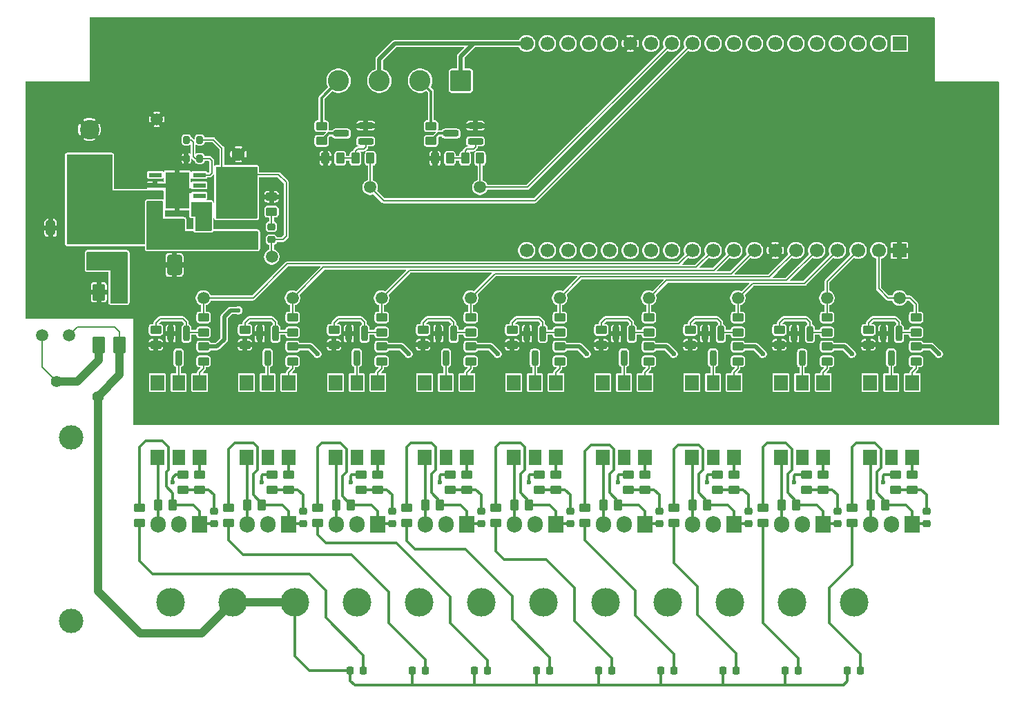
<source format=gbr>
%TF.GenerationSoftware,KiCad,Pcbnew,9.0.0*%
%TF.CreationDate,2025-06-18T12:19:52+08:00*%
%TF.ProjectId,ESPrinkler Retic PCB,45535072-696e-46b6-9c65-722052657469,rev?*%
%TF.SameCoordinates,Original*%
%TF.FileFunction,Copper,L1,Top*%
%TF.FilePolarity,Positive*%
%FSLAX46Y46*%
G04 Gerber Fmt 4.6, Leading zero omitted, Abs format (unit mm)*
G04 Created by KiCad (PCBNEW 9.0.0) date 2025-06-18 12:19:52*
%MOMM*%
%LPD*%
G01*
G04 APERTURE LIST*
G04 Aperture macros list*
%AMRoundRect*
0 Rectangle with rounded corners*
0 $1 Rounding radius*
0 $2 $3 $4 $5 $6 $7 $8 $9 X,Y pos of 4 corners*
0 Add a 4 corners polygon primitive as box body*
4,1,4,$2,$3,$4,$5,$6,$7,$8,$9,$2,$3,0*
0 Add four circle primitives for the rounded corners*
1,1,$1+$1,$2,$3*
1,1,$1+$1,$4,$5*
1,1,$1+$1,$6,$7*
1,1,$1+$1,$8,$9*
0 Add four rect primitives between the rounded corners*
20,1,$1+$1,$2,$3,$4,$5,0*
20,1,$1+$1,$4,$5,$6,$7,0*
20,1,$1+$1,$6,$7,$8,$9,0*
20,1,$1+$1,$8,$9,$2,$3,0*%
G04 Aperture macros list end*
%TA.AperFunction,SMDPad,CuDef*%
%ADD10RoundRect,0.225000X-0.250000X0.225000X-0.250000X-0.225000X0.250000X-0.225000X0.250000X0.225000X0*%
%TD*%
%TA.AperFunction,SMDPad,CuDef*%
%ADD11R,1.651000X1.955800*%
%TD*%
%TA.AperFunction,SMDPad,CuDef*%
%ADD12R,1.524000X1.955800*%
%TD*%
%TA.AperFunction,SMDPad,CuDef*%
%ADD13RoundRect,0.250000X0.450000X-0.262500X0.450000X0.262500X-0.450000X0.262500X-0.450000X-0.262500X0*%
%TD*%
%TA.AperFunction,SMDPad,CuDef*%
%ADD14C,1.500000*%
%TD*%
%TA.AperFunction,SMDPad,CuDef*%
%ADD15RoundRect,0.250000X-0.450000X0.262500X-0.450000X-0.262500X0.450000X-0.262500X0.450000X0.262500X0*%
%TD*%
%TA.AperFunction,SMDPad,CuDef*%
%ADD16RoundRect,0.249999X-0.525001X0.800001X-0.525001X-0.800001X0.525001X-0.800001X0.525001X0.800001X0*%
%TD*%
%TA.AperFunction,SMDPad,CuDef*%
%ADD17RoundRect,0.249999X1.850001X-0.450001X1.850001X0.450001X-1.850001X0.450001X-1.850001X-0.450001X0*%
%TD*%
%TA.AperFunction,SMDPad,CuDef*%
%ADD18RoundRect,0.250000X0.262500X0.450000X-0.262500X0.450000X-0.262500X-0.450000X0.262500X-0.450000X0*%
%TD*%
%TA.AperFunction,ComponentPad*%
%ADD19RoundRect,0.250000X1.050000X1.050000X-1.050000X1.050000X-1.050000X-1.050000X1.050000X-1.050000X0*%
%TD*%
%TA.AperFunction,ComponentPad*%
%ADD20C,2.600000*%
%TD*%
%TA.AperFunction,SMDPad,CuDef*%
%ADD21RoundRect,0.250000X-0.262500X-0.450000X0.262500X-0.450000X0.262500X0.450000X-0.262500X0.450000X0*%
%TD*%
%TA.AperFunction,SMDPad,CuDef*%
%ADD22RoundRect,0.200000X-0.200000X0.750000X-0.200000X-0.750000X0.200000X-0.750000X0.200000X0.750000X0*%
%TD*%
%TA.AperFunction,SMDPad,CuDef*%
%ADD23RoundRect,0.250000X-0.650000X1.000000X-0.650000X-1.000000X0.650000X-1.000000X0.650000X1.000000X0*%
%TD*%
%TA.AperFunction,ComponentPad*%
%ADD24RoundRect,0.250000X0.550000X-0.550000X0.550000X0.550000X-0.550000X0.550000X-0.550000X-0.550000X0*%
%TD*%
%TA.AperFunction,ComponentPad*%
%ADD25C,1.600000*%
%TD*%
%TA.AperFunction,SMDPad,CuDef*%
%ADD26RoundRect,0.218750X-0.218750X-0.256250X0.218750X-0.256250X0.218750X0.256250X-0.218750X0.256250X0*%
%TD*%
%TA.AperFunction,ComponentPad*%
%ADD27RoundRect,0.250001X0.949999X-0.949999X0.949999X0.949999X-0.949999X0.949999X-0.949999X-0.949999X0*%
%TD*%
%TA.AperFunction,ComponentPad*%
%ADD28C,2.400000*%
%TD*%
%TA.AperFunction,SMDPad,CuDef*%
%ADD29RoundRect,0.250000X0.325000X0.650000X-0.325000X0.650000X-0.325000X-0.650000X0.325000X-0.650000X0*%
%TD*%
%TA.AperFunction,SMDPad,CuDef*%
%ADD30RoundRect,0.200000X0.750000X0.200000X-0.750000X0.200000X-0.750000X-0.200000X0.750000X-0.200000X0*%
%TD*%
%TA.AperFunction,SMDPad,CuDef*%
%ADD31RoundRect,0.250000X-0.475000X0.250000X-0.475000X-0.250000X0.475000X-0.250000X0.475000X0.250000X0*%
%TD*%
%TA.AperFunction,SMDPad,CuDef*%
%ADD32RoundRect,0.218750X-0.256250X0.218750X-0.256250X-0.218750X0.256250X-0.218750X0.256250X0.218750X0*%
%TD*%
%TA.AperFunction,SMDPad,CuDef*%
%ADD33RoundRect,0.200000X0.200000X0.275000X-0.200000X0.275000X-0.200000X-0.275000X0.200000X-0.275000X0*%
%TD*%
%TA.AperFunction,SMDPad,CuDef*%
%ADD34R,1.550000X0.600000*%
%TD*%
%TA.AperFunction,ComponentPad*%
%ADD35C,0.600000*%
%TD*%
%TA.AperFunction,SMDPad,CuDef*%
%ADD36R,2.600000X3.100000*%
%TD*%
%TA.AperFunction,SMDPad,CuDef*%
%ADD37R,2.950000X4.500000*%
%TD*%
%TA.AperFunction,ComponentPad*%
%ADD38C,3.500000*%
%TD*%
%TA.AperFunction,ComponentPad*%
%ADD39C,1.400000*%
%TD*%
%TA.AperFunction,ComponentPad*%
%ADD40R,1.700000X1.700000*%
%TD*%
%TA.AperFunction,ComponentPad*%
%ADD41C,1.700000*%
%TD*%
%TA.AperFunction,ComponentPad*%
%ADD42C,3.000000*%
%TD*%
%TA.AperFunction,ComponentPad*%
%ADD43R,1.905000X2.000000*%
%TD*%
%TA.AperFunction,ComponentPad*%
%ADD44O,1.905000X2.000000*%
%TD*%
%TA.AperFunction,ViaPad*%
%ADD45C,0.600000*%
%TD*%
%TA.AperFunction,Conductor*%
%ADD46C,0.500000*%
%TD*%
%TA.AperFunction,Conductor*%
%ADD47C,0.200000*%
%TD*%
%TA.AperFunction,Conductor*%
%ADD48C,0.300000*%
%TD*%
%TA.AperFunction,Conductor*%
%ADD49C,1.000000*%
%TD*%
G04 APERTURE END LIST*
D10*
%TO.P,C13,1*%
%TO.N,Net-(C13-Pad1)*%
X243332000Y-125450000D03*
%TO.P,C13,2*%
%TO.N,/Power & IO/To Zone 8*%
X243332000Y-127000000D03*
%TD*%
D11*
%TO.P,U3,1*%
%TO.N,Net-(R28-Pad2)*%
X165163500Y-109689900D03*
D12*
%TO.P,U3,2*%
%TO.N,Net-(Q4-D)*%
X162560000Y-109689900D03*
D11*
%TO.P,U3,3,NC*%
%TO.N,unconnected-(U3-NC-Pad3)*%
X159956500Y-109689900D03*
%TO.P,U3,4*%
%TO.N,Net-(D5-G)*%
X159956500Y-118910100D03*
D12*
%TO.P,U3,5,NC*%
%TO.N,unconnected-(U3-NC-Pad5)*%
X162560000Y-118910100D03*
D11*
%TO.P,U3,6*%
%TO.N,Net-(R21-Pad2)*%
X165163500Y-118910100D03*
%TD*%
D13*
%TO.P,R55,1*%
%TO.N,Net-(C12-Pad1)*%
X230632000Y-122832500D03*
%TO.P,R55,2*%
%TO.N,Net-(R55-Pad2)*%
X230632000Y-121007500D03*
%TD*%
D14*
%TO.P,TP6,1,1*%
%TO.N,+5V*%
X163068000Y-94266000D03*
%TD*%
D11*
%TO.P,U8,1*%
%TO.N,Net-(R60-Pad2)*%
X219773500Y-109689900D03*
D12*
%TO.P,U8,2*%
%TO.N,Net-(Q9-D)*%
X217170000Y-109689900D03*
D11*
%TO.P,U8,3,NC*%
%TO.N,unconnected-(U8-NC-Pad3)*%
X214566500Y-109689900D03*
%TO.P,U8,4*%
%TO.N,Net-(D15-G)*%
X214566500Y-118910100D03*
D12*
%TO.P,U8,5,NC*%
%TO.N,unconnected-(U8-NC-Pad5)*%
X217170000Y-118910100D03*
D11*
%TO.P,U8,6*%
%TO.N,Net-(R54-Pad2)*%
X219773500Y-118910100D03*
%TD*%
D15*
%TO.P,R69,1*%
%TO.N,/ESP32/Zone 5*%
X209296000Y-101703500D03*
%TO.P,R69,2*%
%TO.N,Net-(Q8-G)*%
X209296000Y-103528500D03*
%TD*%
D14*
%TO.P,TP2,1,1*%
%TO.N,NEUT*%
X138176000Y-103886000D03*
%TD*%
D13*
%TO.P,R36,1*%
%TO.N,GND*%
X159766000Y-105052500D03*
%TO.P,R36,2*%
%TO.N,Net-(Q4-G)*%
X159766000Y-103227500D03*
%TD*%
D10*
%TO.P,C12,1*%
%TO.N,Net-(C12-Pad1)*%
X232410000Y-125463000D03*
%TO.P,C12,2*%
%TO.N,/Power & IO/To Zone 7*%
X232410000Y-127013000D03*
%TD*%
D15*
%TO.P,R32,1*%
%TO.N,+5V*%
X187452000Y-105259500D03*
%TO.P,R32,2*%
%TO.N,Net-(R32-Pad2)*%
X187452000Y-107084500D03*
%TD*%
%TO.P,R25,1*%
%TO.N,/Power & IO/To Pump*%
X146812000Y-125071500D03*
%TO.P,R25,2*%
%TO.N,Net-(D9-A)*%
X146812000Y-126896500D03*
%TD*%
D10*
%TO.P,C10,1*%
%TO.N,Net-(C10-Pad1)*%
X210566000Y-125463000D03*
%TO.P,C10,2*%
%TO.N,/Power & IO/To Zone 5*%
X210566000Y-127013000D03*
%TD*%
D15*
%TO.P,R57,1*%
%TO.N,/Power & IO/To Zone 5*%
X201422000Y-125071500D03*
%TO.P,R57,2*%
%TO.N,Net-(D18-A)*%
X201422000Y-126896500D03*
%TD*%
%TO.P,R43,1*%
%TO.N,/ESP32/Zone 3*%
X187452000Y-101703500D03*
%TO.P,R43,2*%
%TO.N,Net-(Q6-G)*%
X187452000Y-103528500D03*
%TD*%
%TO.P,R40,1*%
%TO.N,/ESP32/Pump*%
X154686000Y-101703500D03*
%TO.P,R40,2*%
%TO.N,Net-(Q3-G)*%
X154686000Y-103528500D03*
%TD*%
D10*
%TO.P,C7,1*%
%TO.N,Net-(C7-Pad1)*%
X177800000Y-125476000D03*
%TO.P,C7,2*%
%TO.N,/Power & IO/To Zone 2*%
X177800000Y-127026000D03*
%TD*%
D14*
%TO.P,TP25,1,1*%
%TO.N,/ESP32/Zone 8*%
X240030000Y-99314000D03*
%TD*%
D15*
%TO.P,R19,1*%
%TO.N,LIVE*%
X195834000Y-121007500D03*
%TO.P,R19,2*%
%TO.N,Net-(C9-Pad1)*%
X195834000Y-122832500D03*
%TD*%
D10*
%TO.P,C8,1*%
%TO.N,Net-(C8-Pad1)*%
X188722000Y-125463000D03*
%TO.P,C8,2*%
%TO.N,/Power & IO/To Zone 3*%
X188722000Y-127013000D03*
%TD*%
D16*
%TO.P,D1,1,+*%
%TO.N,Net-(D1-+)*%
X144399000Y-98604000D03*
%TO.P,D1,2,-*%
%TO.N,GND*%
X141859000Y-98604000D03*
%TO.P,D1,3*%
%TO.N,LIVE*%
X141859000Y-105104000D03*
%TO.P,D1,4*%
%TO.N,NEUT*%
X144399000Y-105104000D03*
%TD*%
D17*
%TO.P,L2,1,1*%
%TO.N,Net-(D2-K)*%
X158748000Y-92157000D03*
%TO.P,L2,2,2*%
%TO.N,+5V*%
X158748000Y-88457000D03*
%TD*%
D18*
%TO.P,R8,1*%
%TO.N,/ESP32/WIFI LED*%
X188594500Y-82169000D03*
%TO.P,R8,2*%
%TO.N,Net-(Q2-G)*%
X186769500Y-82169000D03*
%TD*%
D13*
%TO.P,R20,1*%
%TO.N,Net-(C5-Pad1)*%
X154178000Y-122832500D03*
%TO.P,R20,2*%
%TO.N,Net-(R20-Pad2)*%
X154178000Y-121007500D03*
%TD*%
D15*
%TO.P,R29,1*%
%TO.N,/Power & IO/To Zone 2*%
X168656000Y-125071500D03*
%TO.P,R29,2*%
%TO.N,Net-(D11-A)*%
X168656000Y-126896500D03*
%TD*%
D18*
%TO.P,R13,1*%
%TO.N,/Power & IO/To Zone 3*%
X183689000Y-124714000D03*
%TO.P,R13,2*%
%TO.N,Net-(D7-G)*%
X181864000Y-124714000D03*
%TD*%
%TO.P,R47,1*%
%TO.N,/Power & IO/To Zone 7*%
X227377000Y-124714000D03*
%TO.P,R47,2*%
%TO.N,Net-(D16-G)*%
X225552000Y-124714000D03*
%TD*%
D19*
%TO.P,J6,1,Pin_1*%
%TO.N,+5V*%
X186252500Y-72641500D03*
D20*
%TO.P,J6,2,Pin_2*%
%TO.N,Net-(J6-Pin_2)*%
X181252500Y-72641500D03*
%TO.P,J6,3,Pin_3*%
%TO.N,+5V*%
X176252500Y-72641500D03*
%TO.P,J6,4,Pin_4*%
%TO.N,Net-(J6-Pin_4)*%
X171252500Y-72641500D03*
%TD*%
D14*
%TO.P,TP13,1,1*%
%TO.N,/ESP32/Pump*%
X154686000Y-99314000D03*
%TD*%
D15*
%TO.P,R60,1*%
%TO.N,+5V*%
X220218000Y-105259500D03*
%TO.P,R60,2*%
%TO.N,Net-(R60-Pad2)*%
X220218000Y-107084500D03*
%TD*%
D21*
%TO.P,R7,1*%
%TO.N,GND*%
X183086500Y-82169000D03*
%TO.P,R7,2*%
%TO.N,Net-(Q2-G)*%
X184911500Y-82169000D03*
%TD*%
%TO.P,R2,1*%
%TO.N,GND*%
X169648500Y-82169000D03*
%TO.P,R2,2*%
%TO.N,Net-(Q1-G)*%
X171473500Y-82169000D03*
%TD*%
D15*
%TO.P,R26,1*%
%TO.N,+5V*%
X154686000Y-105259500D03*
%TO.P,R26,2*%
%TO.N,Net-(R26-Pad2)*%
X154686000Y-107084500D03*
%TD*%
D11*
%TO.P,U2,1*%
%TO.N,Net-(R26-Pad2)*%
X154241500Y-109689900D03*
D12*
%TO.P,U2,2*%
%TO.N,Net-(Q3-D)*%
X151638000Y-109689900D03*
D11*
%TO.P,U2,3,NC*%
%TO.N,unconnected-(U2-NC-Pad3)*%
X149034500Y-109689900D03*
%TO.P,U2,4*%
%TO.N,Net-(D4-G)*%
X149034500Y-118910100D03*
D12*
%TO.P,U2,5,NC*%
%TO.N,unconnected-(U2-NC-Pad5)*%
X151638000Y-118910100D03*
D11*
%TO.P,U2,6*%
%TO.N,Net-(R20-Pad2)*%
X154241500Y-118910100D03*
%TD*%
D22*
%TO.P,Q7,1,G*%
%TO.N,Net-(Q7-G)*%
X196276000Y-103680000D03*
%TO.P,Q7,2,S*%
%TO.N,GND*%
X194376000Y-103680000D03*
%TO.P,Q7,3,D*%
%TO.N,Net-(Q7-D)*%
X195326000Y-106680000D03*
%TD*%
D15*
%TO.P,R34,1*%
%TO.N,+5V*%
X198374000Y-105259500D03*
%TO.P,R34,2*%
%TO.N,Net-(R34-Pad2)*%
X198374000Y-107084500D03*
%TD*%
D13*
%TO.P,R65,1*%
%TO.N,GND*%
X203454000Y-105052500D03*
%TO.P,R65,2*%
%TO.N,Net-(Q8-G)*%
X203454000Y-103227500D03*
%TD*%
%TO.P,R66,1*%
%TO.N,GND*%
X214376000Y-105052500D03*
%TO.P,R66,2*%
%TO.N,Net-(Q9-G)*%
X214376000Y-103227500D03*
%TD*%
D15*
%TO.P,R70,1*%
%TO.N,/ESP32/Zone 6*%
X220218000Y-101703500D03*
%TO.P,R70,2*%
%TO.N,Net-(Q9-G)*%
X220218000Y-103528500D03*
%TD*%
%TO.P,R51,1*%
%TO.N,LIVE*%
X228600000Y-121007500D03*
%TO.P,R51,2*%
%TO.N,Net-(C12-Pad1)*%
X228600000Y-122832500D03*
%TD*%
%TO.P,R33,1*%
%TO.N,/Power & IO/To Zone 4*%
X190500000Y-125071500D03*
%TO.P,R33,2*%
%TO.N,Net-(D13-A)*%
X190500000Y-126896500D03*
%TD*%
%TO.P,R15,1*%
%TO.N,LIVE*%
X152146000Y-121007500D03*
%TO.P,R15,2*%
%TO.N,Net-(C5-Pad1)*%
X152146000Y-122832500D03*
%TD*%
D11*
%TO.P,U5,1*%
%TO.N,Net-(R32-Pad2)*%
X187007500Y-109689900D03*
D12*
%TO.P,U5,2*%
%TO.N,Net-(Q6-D)*%
X184404000Y-109689900D03*
D11*
%TO.P,U5,3,NC*%
%TO.N,unconnected-(U5-NC-Pad3)*%
X181800500Y-109689900D03*
%TO.P,U5,4*%
%TO.N,Net-(D7-G)*%
X181800500Y-118910100D03*
D12*
%TO.P,U5,5,NC*%
%TO.N,unconnected-(U5-NC-Pad5)*%
X184404000Y-118910100D03*
D11*
%TO.P,U5,6*%
%TO.N,Net-(R23-Pad2)*%
X187007500Y-118910100D03*
%TD*%
D13*
%TO.P,R21,1*%
%TO.N,Net-(C6-Pad1)*%
X165100000Y-122832500D03*
%TO.P,R21,2*%
%TO.N,Net-(R21-Pad2)*%
X165100000Y-121007500D03*
%TD*%
D18*
%TO.P,R12,1*%
%TO.N,/Power & IO/To Zone 2*%
X172767000Y-124714000D03*
%TO.P,R12,2*%
%TO.N,Net-(D6-G)*%
X170942000Y-124714000D03*
%TD*%
D22*
%TO.P,Q9,1,G*%
%TO.N,Net-(Q9-G)*%
X218120000Y-103656000D03*
%TO.P,Q9,2,S*%
%TO.N,GND*%
X216220000Y-103656000D03*
%TO.P,Q9,3,D*%
%TO.N,Net-(Q9-D)*%
X217170000Y-106656000D03*
%TD*%
D23*
%TO.P,D2,1,K*%
%TO.N,Net-(D2-K)*%
X151130000Y-91250000D03*
%TO.P,D2,2,A*%
%TO.N,GND*%
X151130000Y-95250000D03*
%TD*%
D24*
%TO.P,C4,1*%
%TO.N,+5V*%
X158966750Y-84171000D03*
D25*
%TO.P,C4,2*%
%TO.N,GND*%
X158966750Y-81671000D03*
%TD*%
D18*
%TO.P,R14,1*%
%TO.N,/Power & IO/To Zone 4*%
X194611000Y-124714000D03*
%TO.P,R14,2*%
%TO.N,Net-(D8-G)*%
X192786000Y-124714000D03*
%TD*%
D15*
%TO.P,R52,1*%
%TO.N,LIVE*%
X239522000Y-121007500D03*
%TO.P,R52,2*%
%TO.N,Net-(C13-Pad1)*%
X239522000Y-122832500D03*
%TD*%
D13*
%TO.P,R1,1*%
%TO.N,Net-(Q1-D)*%
X169164000Y-80033500D03*
%TO.P,R1,2*%
%TO.N,Net-(J6-Pin_4)*%
X169164000Y-78208500D03*
%TD*%
D15*
%TO.P,R18,1*%
%TO.N,LIVE*%
X184912000Y-121007500D03*
%TO.P,R18,2*%
%TO.N,Net-(C8-Pad1)*%
X184912000Y-122832500D03*
%TD*%
D10*
%TO.P,C9,1*%
%TO.N,Net-(C9-Pad1)*%
X199644000Y-125463000D03*
%TO.P,C9,2*%
%TO.N,/Power & IO/To Zone 4*%
X199644000Y-127013000D03*
%TD*%
D22*
%TO.P,Q3,1,G*%
%TO.N,Net-(Q3-G)*%
X152588000Y-103656000D03*
%TO.P,Q3,2,S*%
%TO.N,GND*%
X150688000Y-103656000D03*
%TO.P,Q3,3,D*%
%TO.N,Net-(Q3-D)*%
X151638000Y-106656000D03*
%TD*%
D14*
%TO.P,TP14,1,1*%
%TO.N,/ESP32/Zone 1*%
X165608000Y-99314000D03*
%TD*%
D26*
%TO.P,D12,1,K*%
%TO.N,NEUT*%
X195554500Y-145034000D03*
%TO.P,D12,2,A*%
%TO.N,Net-(D12-A)*%
X197129500Y-145034000D03*
%TD*%
D27*
%TO.P,C1,1*%
%TO.N,VCC*%
X140716000Y-83627216D03*
D28*
%TO.P,C1,2*%
%TO.N,GND*%
X140716000Y-78627216D03*
%TD*%
D13*
%TO.P,R23,1*%
%TO.N,Net-(C8-Pad1)*%
X186944000Y-122832500D03*
%TO.P,R23,2*%
%TO.N,Net-(R23-Pad2)*%
X186944000Y-121007500D03*
%TD*%
D14*
%TO.P,TP22,1,1*%
%TO.N,/ESP32/Zone 5*%
X209296000Y-99314000D03*
%TD*%
D15*
%TO.P,R41,1*%
%TO.N,/ESP32/Zone 1*%
X165608000Y-101703500D03*
%TO.P,R41,2*%
%TO.N,Net-(Q4-G)*%
X165608000Y-103528500D03*
%TD*%
%TO.P,R62,1*%
%TO.N,+5V*%
X231140000Y-105259500D03*
%TO.P,R62,2*%
%TO.N,Net-(R62-Pad2)*%
X231140000Y-107084500D03*
%TD*%
D10*
%TO.P,C5,1*%
%TO.N,Net-(C5-Pad1)*%
X155956000Y-125463000D03*
%TO.P,C5,2*%
%TO.N,/Power & IO/To Pump*%
X155956000Y-127013000D03*
%TD*%
D13*
%TO.P,R4,1*%
%TO.N,Net-(Q2-D)*%
X182602000Y-80033500D03*
%TO.P,R4,2*%
%TO.N,Net-(J6-Pin_2)*%
X182602000Y-78208500D03*
%TD*%
D15*
%TO.P,R31,1*%
%TO.N,/Power & IO/To Zone 3*%
X179578000Y-125071500D03*
%TO.P,R31,2*%
%TO.N,Net-(D12-A)*%
X179578000Y-126896500D03*
%TD*%
D26*
%TO.P,D19,1,K*%
%TO.N,NEUT*%
X218414500Y-145034000D03*
%TO.P,D19,2,A*%
%TO.N,Net-(D19-A)*%
X219989500Y-145034000D03*
%TD*%
D17*
%TO.P,L1,1,1*%
%TO.N,Net-(D1-+)*%
X142748000Y-94846000D03*
%TO.P,L1,2,2*%
%TO.N,VCC*%
X142748000Y-91146000D03*
%TD*%
D18*
%TO.P,R3,1*%
%TO.N,/ESP32/Status LED*%
X175156500Y-82169000D03*
%TO.P,R3,2*%
%TO.N,Net-(Q1-G)*%
X173331500Y-82169000D03*
%TD*%
D22*
%TO.P,Q6,1,G*%
%TO.N,Net-(Q6-G)*%
X185378000Y-103656000D03*
%TO.P,Q6,2,S*%
%TO.N,GND*%
X183478000Y-103656000D03*
%TO.P,Q6,3,D*%
%TO.N,Net-(Q6-D)*%
X184428000Y-106656000D03*
%TD*%
D11*
%TO.P,U9,1*%
%TO.N,Net-(R62-Pad2)*%
X230695500Y-109689900D03*
D12*
%TO.P,U9,2*%
%TO.N,Net-(Q10-D)*%
X228092000Y-109689900D03*
D11*
%TO.P,U9,3,NC*%
%TO.N,unconnected-(U9-NC-Pad3)*%
X225488500Y-109689900D03*
%TO.P,U9,4*%
%TO.N,Net-(D16-G)*%
X225488500Y-118910100D03*
D12*
%TO.P,U9,5,NC*%
%TO.N,unconnected-(U9-NC-Pad5)*%
X228092000Y-118910100D03*
D11*
%TO.P,U9,6*%
%TO.N,Net-(R55-Pad2)*%
X230695500Y-118910100D03*
%TD*%
D26*
%TO.P,D21,1,K*%
%TO.N,NEUT*%
X233654500Y-145034000D03*
%TO.P,D21,2,A*%
%TO.N,Net-(D21-A)*%
X235229500Y-145034000D03*
%TD*%
D13*
%TO.P,R67,1*%
%TO.N,GND*%
X225298000Y-105052500D03*
%TO.P,R67,2*%
%TO.N,Net-(Q10-G)*%
X225298000Y-103227500D03*
%TD*%
D29*
%TO.P,C2,1*%
%TO.N,VCC*%
X138889000Y-90710000D03*
%TO.P,C2,2*%
%TO.N,GND*%
X135939000Y-90710000D03*
%TD*%
D15*
%TO.P,R58,1*%
%TO.N,+5V*%
X209296000Y-105259500D03*
%TO.P,R58,2*%
%TO.N,Net-(R58-Pad2)*%
X209296000Y-107084500D03*
%TD*%
D14*
%TO.P,TP16,1,1*%
%TO.N,/ESP32/Zone 3*%
X187452000Y-99314000D03*
%TD*%
D26*
%TO.P,D18,1,K*%
%TO.N,NEUT*%
X210794500Y-145034000D03*
%TO.P,D18,2,A*%
%TO.N,Net-(D18-A)*%
X212369500Y-145034000D03*
%TD*%
D14*
%TO.P,TP23,1,1*%
%TO.N,/ESP32/Zone 6*%
X220218000Y-99314000D03*
%TD*%
D30*
%TO.P,Q1,1,G*%
%TO.N,Net-(Q1-G)*%
X174601000Y-80071000D03*
%TO.P,Q1,2,S*%
%TO.N,GND*%
X174601000Y-78171000D03*
%TO.P,Q1,3,D*%
%TO.N,Net-(Q1-D)*%
X171601000Y-79121000D03*
%TD*%
D26*
%TO.P,D20,1,K*%
%TO.N,NEUT*%
X226034500Y-145034000D03*
%TO.P,D20,2,A*%
%TO.N,Net-(D20-A)*%
X227609500Y-145034000D03*
%TD*%
D15*
%TO.P,R42,1*%
%TO.N,/ESP32/Zone 2*%
X176530000Y-101703500D03*
%TO.P,R42,2*%
%TO.N,Net-(Q5-G)*%
X176530000Y-103528500D03*
%TD*%
%TO.P,R61,1*%
%TO.N,/Power & IO/To Zone 7*%
X223266000Y-125071500D03*
%TO.P,R61,2*%
%TO.N,Net-(D20-A)*%
X223266000Y-126896500D03*
%TD*%
D22*
%TO.P,Q10,1,G*%
%TO.N,Net-(Q10-G)*%
X229042000Y-103680000D03*
%TO.P,Q10,2,S*%
%TO.N,GND*%
X227142000Y-103680000D03*
%TO.P,Q10,3,D*%
%TO.N,Net-(Q10-D)*%
X228092000Y-106680000D03*
%TD*%
D26*
%TO.P,D10,1,K*%
%TO.N,NEUT*%
X180314500Y-145034000D03*
%TO.P,D10,2,A*%
%TO.N,Net-(D10-A)*%
X181889500Y-145034000D03*
%TD*%
D14*
%TO.P,TP3,1,1*%
%TO.N,GND*%
X148971000Y-77375000D03*
%TD*%
D22*
%TO.P,Q8,1,G*%
%TO.N,Net-(Q8-G)*%
X207198000Y-103656000D03*
%TO.P,Q8,2,S*%
%TO.N,GND*%
X205298000Y-103656000D03*
%TO.P,Q8,3,D*%
%TO.N,Net-(Q8-D)*%
X206248000Y-106656000D03*
%TD*%
D31*
%TO.P,C3,1*%
%TO.N,Net-(U1-BOOT)*%
X154684000Y-90373000D03*
%TO.P,C3,2*%
%TO.N,Net-(D2-K)*%
X154684000Y-92273000D03*
%TD*%
D13*
%TO.P,R37,1*%
%TO.N,GND*%
X170688000Y-105052500D03*
%TO.P,R37,2*%
%TO.N,Net-(Q5-G)*%
X170688000Y-103227500D03*
%TD*%
D11*
%TO.P,U6,1*%
%TO.N,Net-(R34-Pad2)*%
X197929500Y-109689900D03*
D12*
%TO.P,U6,2*%
%TO.N,Net-(Q7-D)*%
X195326000Y-109689900D03*
D11*
%TO.P,U6,3,NC*%
%TO.N,unconnected-(U6-NC-Pad3)*%
X192722500Y-109689900D03*
%TO.P,U6,4*%
%TO.N,Net-(D8-G)*%
X192722500Y-118910100D03*
D12*
%TO.P,U6,5,NC*%
%TO.N,unconnected-(U6-NC-Pad5)*%
X195326000Y-118910100D03*
D11*
%TO.P,U6,6*%
%TO.N,Net-(R24-Pad2)*%
X197929500Y-118910100D03*
%TD*%
D18*
%TO.P,R46,1*%
%TO.N,/Power & IO/To Zone 6*%
X216455000Y-124714000D03*
%TO.P,R46,2*%
%TO.N,Net-(D15-G)*%
X214630000Y-124714000D03*
%TD*%
D14*
%TO.P,TP4,1,1*%
%TO.N,VCC*%
X145288000Y-88551000D03*
%TD*%
D11*
%TO.P,U4,1*%
%TO.N,Net-(R30-Pad2)*%
X176085500Y-109689900D03*
D12*
%TO.P,U4,2*%
%TO.N,Net-(Q5-D)*%
X173482000Y-109689900D03*
D11*
%TO.P,U4,3,NC*%
%TO.N,unconnected-(U4-NC-Pad3)*%
X170878500Y-109689900D03*
%TO.P,U4,4*%
%TO.N,Net-(D6-G)*%
X170878500Y-118910100D03*
D12*
%TO.P,U4,5,NC*%
%TO.N,unconnected-(U4-NC-Pad5)*%
X173482000Y-118910100D03*
D11*
%TO.P,U4,6*%
%TO.N,Net-(R22-Pad2)*%
X176085500Y-118910100D03*
%TD*%
D13*
%TO.P,R53,1*%
%TO.N,Net-(C10-Pad1)*%
X208788000Y-122832500D03*
%TO.P,R53,2*%
%TO.N,Net-(R53-Pad2)*%
X208788000Y-121007500D03*
%TD*%
D10*
%TO.P,C11,1*%
%TO.N,Net-(C11-Pad1)*%
X221488000Y-125463000D03*
%TO.P,C11,2*%
%TO.N,/Power & IO/To Zone 6*%
X221488000Y-127013000D03*
%TD*%
D22*
%TO.P,Q5,1,G*%
%TO.N,Net-(Q5-G)*%
X174432000Y-103656000D03*
%TO.P,Q5,2,S*%
%TO.N,GND*%
X172532000Y-103656000D03*
%TO.P,Q5,3,D*%
%TO.N,Net-(Q5-D)*%
X173482000Y-106656000D03*
%TD*%
D14*
%TO.P,TP1,1,1*%
%TO.N,LIVE*%
X134874000Y-103886000D03*
%TD*%
D32*
%TO.P,D3,1,K*%
%TO.N,Net-(D3-K)*%
X163030750Y-90561000D03*
%TO.P,D3,2,A*%
%TO.N,+5V*%
X163030750Y-92136000D03*
%TD*%
D15*
%TO.P,R27,1*%
%TO.N,/Power & IO/To Zone 1*%
X157734000Y-125071500D03*
%TO.P,R27,2*%
%TO.N,Net-(D10-A)*%
X157734000Y-126896500D03*
%TD*%
%TO.P,R28,1*%
%TO.N,+5V*%
X165608000Y-105259500D03*
%TO.P,R28,2*%
%TO.N,Net-(R28-Pad2)*%
X165608000Y-107084500D03*
%TD*%
D26*
%TO.P,D11,1,K*%
%TO.N,NEUT*%
X187934500Y-145034000D03*
%TO.P,D11,2,A*%
%TO.N,Net-(D11-A)*%
X189509500Y-145034000D03*
%TD*%
%TO.P,D13,1,K*%
%TO.N,NEUT*%
X203174500Y-145034000D03*
%TO.P,D13,2,A*%
%TO.N,Net-(D13-A)*%
X204749500Y-145034000D03*
%TD*%
D13*
%TO.P,R35,1*%
%TO.N,GND*%
X148844000Y-105052500D03*
%TO.P,R35,2*%
%TO.N,Net-(Q3-G)*%
X148844000Y-103227500D03*
%TD*%
D11*
%TO.P,U10,1*%
%TO.N,Net-(R64-Pad2)*%
X241617500Y-109689900D03*
D12*
%TO.P,U10,2*%
%TO.N,Net-(Q11-D)*%
X239014000Y-109689900D03*
D11*
%TO.P,U10,3,NC*%
%TO.N,unconnected-(U10-NC-Pad3)*%
X236410500Y-109689900D03*
%TO.P,U10,4*%
%TO.N,Net-(D17-G)*%
X236410500Y-118910100D03*
D12*
%TO.P,U10,5,NC*%
%TO.N,unconnected-(U10-NC-Pad5)*%
X239014000Y-118910100D03*
D11*
%TO.P,U10,6*%
%TO.N,Net-(R56-Pad2)*%
X241617500Y-118910100D03*
%TD*%
D18*
%TO.P,R48,1*%
%TO.N,/Power & IO/To Zone 8*%
X238299000Y-124714000D03*
%TO.P,R48,2*%
%TO.N,Net-(D17-G)*%
X236474000Y-124714000D03*
%TD*%
D15*
%TO.P,R50,1*%
%TO.N,LIVE*%
X217678000Y-121007500D03*
%TO.P,R50,2*%
%TO.N,Net-(C11-Pad1)*%
X217678000Y-122832500D03*
%TD*%
D13*
%TO.P,R38,1*%
%TO.N,GND*%
X181610000Y-105052500D03*
%TO.P,R38,2*%
%TO.N,Net-(Q6-G)*%
X181610000Y-103227500D03*
%TD*%
D14*
%TO.P,TP15,1,1*%
%TO.N,/ESP32/Zone 2*%
X176530000Y-99314000D03*
%TD*%
D33*
%TO.P,R6,1*%
%TO.N,Net-(U1-VSENSE)*%
X154239000Y-82179000D03*
%TO.P,R6,2*%
%TO.N,GND*%
X152589000Y-82179000D03*
%TD*%
D34*
%TO.P,U1,1,BOOT*%
%TO.N,Net-(U1-BOOT)*%
X154176000Y-88021000D03*
%TO.P,U1,2,NC*%
%TO.N,unconnected-(U1-NC-Pad2)*%
X154176000Y-86751000D03*
%TO.P,U1,3,NC*%
%TO.N,unconnected-(U1-NC-Pad3)*%
X154176000Y-85481000D03*
%TO.P,U1,4,VSENSE*%
%TO.N,Net-(U1-VSENSE)*%
X154176000Y-84211000D03*
%TO.P,U1,5,EN*%
%TO.N,unconnected-(U1-EN-Pad5)*%
X148776000Y-84211000D03*
%TO.P,U1,6,GND*%
%TO.N,GND*%
X148776000Y-85481000D03*
%TO.P,U1,7,VIN*%
%TO.N,VCC*%
X148776000Y-86751000D03*
%TO.P,U1,8,PH*%
%TO.N,Net-(D2-K)*%
X148776000Y-88021000D03*
D35*
%TO.P,U1,9,GNDPAD*%
%TO.N,GND*%
X152076000Y-87916000D03*
X152076000Y-86716000D03*
X152076000Y-85416000D03*
X152076000Y-84316000D03*
D36*
X151476000Y-86116000D03*
D37*
X151476000Y-86116000D03*
D35*
X150876000Y-87916000D03*
X150876000Y-86716000D03*
X150876000Y-85416000D03*
X150876000Y-84316000D03*
%TD*%
D38*
%TO.P,J1,1,Pin_1*%
%TO.N,Net-(J1-Pin_1)*%
X150622000Y-136652000D03*
%TO.P,J1,2,Pin_2*%
%TO.N,NEUT*%
X158242000Y-136652000D03*
%TO.P,J1,3,Pin_3*%
X165862000Y-136652000D03*
%TO.P,J1,4,Pin_4*%
%TO.N,/Power & IO/To Pump*%
X173482000Y-136652000D03*
%TO.P,J1,5,Pin_5*%
%TO.N,/Power & IO/To Zone 1*%
X181102000Y-136652000D03*
%TO.P,J1,6,Pin_6*%
%TO.N,/Power & IO/To Zone 2*%
X188722000Y-136652000D03*
%TO.P,J1,7,Pin_7*%
%TO.N,/Power & IO/To Zone 3*%
X196342000Y-136652000D03*
%TO.P,J1,8,Pin_8*%
%TO.N,/Power & IO/To Zone 4*%
X203962000Y-136652000D03*
%TO.P,J1,9,Pin_9*%
%TO.N,/Power & IO/To Zone 5*%
X211582000Y-136652000D03*
%TO.P,J1,10,Pin_10*%
%TO.N,/Power & IO/To Zone 6*%
X219202000Y-136652000D03*
%TO.P,J1,11,Pin_11*%
%TO.N,/Power & IO/To Zone 7*%
X226822000Y-136652000D03*
%TO.P,J1,12,Pin_12*%
%TO.N,/Power & IO/To Zone 8*%
X234442000Y-136652000D03*
%TD*%
D39*
%TO.P,F2,1*%
%TO.N,LIVE*%
X136652000Y-109601000D03*
%TO.P,F2,2*%
%TO.N,NEUT*%
X141752000Y-111401000D03*
%TD*%
D13*
%TO.P,R56,1*%
%TO.N,Net-(C13-Pad1)*%
X241554000Y-122832500D03*
%TO.P,R56,2*%
%TO.N,Net-(R56-Pad2)*%
X241554000Y-121007500D03*
%TD*%
D15*
%TO.P,R63,1*%
%TO.N,/Power & IO/To Zone 8*%
X234188000Y-125071500D03*
%TO.P,R63,2*%
%TO.N,Net-(D21-A)*%
X234188000Y-126896500D03*
%TD*%
D13*
%TO.P,R59,1*%
%TO.N,Net-(D19-A)*%
X212344000Y-126896500D03*
%TO.P,R59,2*%
%TO.N,/Power & IO/To Zone 6*%
X212344000Y-125071500D03*
%TD*%
%TO.P,R22,1*%
%TO.N,Net-(C7-Pad1)*%
X176022000Y-122832500D03*
%TO.P,R22,2*%
%TO.N,Net-(R22-Pad2)*%
X176022000Y-121007500D03*
%TD*%
D14*
%TO.P,TP17,1,1*%
%TO.N,/ESP32/Zone 4*%
X198374000Y-99314000D03*
%TD*%
D40*
%TO.P,J4,1,Pin_1*%
%TO.N,unconnected-(J4-Pin_1-Pad1)*%
X240029999Y-68072001D03*
D41*
%TO.P,J4,2,Pin_2*%
%TO.N,unconnected-(J4-Pin_2-Pad2)*%
X237489999Y-68072001D03*
%TO.P,J4,3,Pin_3*%
%TO.N,unconnected-(J4-Pin_3-Pad3)*%
X234949999Y-68072001D03*
%TO.P,J4,4,Pin_4*%
%TO.N,unconnected-(J4-Pin_4-Pad4)*%
X232409999Y-68072001D03*
%TO.P,J4,5,Pin_5*%
%TO.N,unconnected-(J4-Pin_5-Pad5)*%
X229869999Y-68072001D03*
%TO.P,J4,6,Pin_6*%
%TO.N,unconnected-(J4-Pin_6-Pad6)*%
X227329999Y-68072001D03*
%TO.P,J4,7,Pin_7*%
%TO.N,unconnected-(J4-Pin_7-Pad7)*%
X224789999Y-68072001D03*
%TO.P,J4,8,Pin_8*%
%TO.N,unconnected-(J4-Pin_8-Pad8)*%
X222249999Y-68072001D03*
%TO.P,J4,9,Pin_9*%
%TO.N,unconnected-(J4-Pin_9-Pad9)*%
X219709999Y-68072001D03*
%TO.P,J4,10,Pin_10*%
%TO.N,unconnected-(J4-Pin_10-Pad10)*%
X217169999Y-68072001D03*
%TO.P,J4,11,Pin_11*%
%TO.N,/ESP32/Status LED*%
X214629999Y-68072001D03*
%TO.P,J4,12,Pin_12*%
%TO.N,/ESP32/WIFI LED*%
X212089999Y-68072001D03*
%TO.P,J4,13,Pin_13*%
%TO.N,unconnected-(J4-Pin_13-Pad13)*%
X209549999Y-68072001D03*
%TO.P,J4,14,Pin_14*%
%TO.N,GND*%
X207009999Y-68072001D03*
%TO.P,J4,15,Pin_15*%
%TO.N,unconnected-(J4-Pin_15-Pad15)*%
X204469999Y-68072001D03*
%TO.P,J4,16,Pin_16*%
%TO.N,unconnected-(J4-Pin_16-Pad16)*%
X201929999Y-68072001D03*
%TO.P,J4,17,Pin_17*%
%TO.N,unconnected-(J4-Pin_17-Pad17)*%
X199389999Y-68072001D03*
%TO.P,J4,18,Pin_18*%
%TO.N,unconnected-(J4-Pin_18-Pad18)*%
X196849999Y-68072001D03*
%TO.P,J4,19,Pin_19*%
%TO.N,+5V*%
X194309999Y-68072001D03*
%TD*%
D14*
%TO.P,TP7,1,1*%
%TO.N,/ESP32/WIFI LED*%
X188595000Y-85725000D03*
%TD*%
D13*
%TO.P,R39,1*%
%TO.N,GND*%
X192532000Y-105052500D03*
%TO.P,R39,2*%
%TO.N,Net-(Q7-G)*%
X192532000Y-103227500D03*
%TD*%
%TO.P,R54,1*%
%TO.N,Net-(C11-Pad1)*%
X219710000Y-122832500D03*
%TO.P,R54,2*%
%TO.N,Net-(R54-Pad2)*%
X219710000Y-121007500D03*
%TD*%
D15*
%TO.P,R71,1*%
%TO.N,/ESP32/Zone 7*%
X231140000Y-101703500D03*
%TO.P,R71,2*%
%TO.N,Net-(Q10-G)*%
X231140000Y-103528500D03*
%TD*%
%TO.P,R44,1*%
%TO.N,/ESP32/Zone 4*%
X198374000Y-101703500D03*
%TO.P,R44,2*%
%TO.N,Net-(Q7-G)*%
X198374000Y-103528500D03*
%TD*%
D13*
%TO.P,R68,1*%
%TO.N,GND*%
X236220000Y-105052500D03*
%TO.P,R68,2*%
%TO.N,Net-(Q11-G)*%
X236220000Y-103227500D03*
%TD*%
D22*
%TO.P,Q4,1,G*%
%TO.N,Net-(Q4-G)*%
X163510000Y-103656000D03*
%TO.P,Q4,2,S*%
%TO.N,GND*%
X161610000Y-103656000D03*
%TO.P,Q4,3,D*%
%TO.N,Net-(Q4-D)*%
X162560000Y-106656000D03*
%TD*%
D15*
%TO.P,R16,1*%
%TO.N,LIVE*%
X163068000Y-121007500D03*
%TO.P,R16,2*%
%TO.N,Net-(C6-Pad1)*%
X163068000Y-122832500D03*
%TD*%
%TO.P,R64,1*%
%TO.N,+5V*%
X242062000Y-105259500D03*
%TO.P,R64,2*%
%TO.N,Net-(R64-Pad2)*%
X242062000Y-107084500D03*
%TD*%
D22*
%TO.P,Q11,1,G*%
%TO.N,Net-(Q11-G)*%
X239964000Y-103656000D03*
%TO.P,Q11,2,S*%
%TO.N,GND*%
X238064000Y-103656000D03*
%TO.P,Q11,3,D*%
%TO.N,Net-(Q11-D)*%
X239014000Y-106656000D03*
%TD*%
D26*
%TO.P,D9,1,K*%
%TO.N,NEUT*%
X172694500Y-145034000D03*
%TO.P,D9,2,A*%
%TO.N,Net-(D9-A)*%
X174269500Y-145034000D03*
%TD*%
D14*
%TO.P,TP24,1,1*%
%TO.N,/ESP32/Zone 7*%
X231140000Y-99314000D03*
%TD*%
%TO.P,TP5,1,1*%
%TO.N,/ESP32/Status LED*%
X175133000Y-85725000D03*
%TD*%
D15*
%TO.P,R49,1*%
%TO.N,LIVE*%
X206756000Y-121007500D03*
%TO.P,R49,2*%
%TO.N,Net-(C10-Pad1)*%
X206756000Y-122832500D03*
%TD*%
D11*
%TO.P,U7,1*%
%TO.N,Net-(R58-Pad2)*%
X208851500Y-109689900D03*
D12*
%TO.P,U7,2*%
%TO.N,Net-(Q8-D)*%
X206248000Y-109689900D03*
D11*
%TO.P,U7,3,NC*%
%TO.N,unconnected-(U7-NC-Pad3)*%
X203644500Y-109689900D03*
%TO.P,U7,4*%
%TO.N,Net-(D14-G)*%
X203644500Y-118910100D03*
D12*
%TO.P,U7,5,NC*%
%TO.N,unconnected-(U7-NC-Pad5)*%
X206248000Y-118910100D03*
D11*
%TO.P,U7,6*%
%TO.N,Net-(R53-Pad2)*%
X208851500Y-118910100D03*
%TD*%
D30*
%TO.P,Q2,1,G*%
%TO.N,Net-(Q2-G)*%
X188039000Y-80071000D03*
%TO.P,Q2,2,S*%
%TO.N,GND*%
X188039000Y-78171000D03*
%TO.P,Q2,3,D*%
%TO.N,Net-(Q2-D)*%
X185039000Y-79121000D03*
%TD*%
D10*
%TO.P,C6,1*%
%TO.N,Net-(C6-Pad1)*%
X166878000Y-125463000D03*
%TO.P,C6,2*%
%TO.N,/Power & IO/To Zone 1*%
X166878000Y-127013000D03*
%TD*%
D18*
%TO.P,R10,1*%
%TO.N,/Power & IO/To Pump*%
X150923000Y-124714000D03*
%TO.P,R10,2*%
%TO.N,Net-(D4-G)*%
X149098000Y-124714000D03*
%TD*%
%TO.P,R45,1*%
%TO.N,/Power & IO/To Zone 5*%
X205533000Y-124714000D03*
%TO.P,R45,2*%
%TO.N,Net-(D14-G)*%
X203708000Y-124714000D03*
%TD*%
D13*
%TO.P,R24,1*%
%TO.N,Net-(C9-Pad1)*%
X197866000Y-122832500D03*
%TO.P,R24,2*%
%TO.N,Net-(R24-Pad2)*%
X197866000Y-121007500D03*
%TD*%
D40*
%TO.P,J5,1,Pin_1*%
%TO.N,GND*%
X240029999Y-93472001D03*
D41*
%TO.P,J5,2,Pin_2*%
%TO.N,/ESP32/Zone 8*%
X237489999Y-93472001D03*
%TO.P,J5,3,Pin_3*%
%TO.N,/ESP32/Zone 7*%
X234949999Y-93472001D03*
%TO.P,J5,4,Pin_4*%
%TO.N,/ESP32/Zone 6*%
X232409999Y-93472001D03*
%TO.P,J5,5,Pin_5*%
%TO.N,/ESP32/Zone 5*%
X229869999Y-93472001D03*
%TO.P,J5,6,Pin_6*%
%TO.N,/ESP32/Zone 4*%
X227329999Y-93472001D03*
%TO.P,J5,7,Pin_7*%
%TO.N,GND*%
X224789999Y-93472001D03*
%TO.P,J5,8,Pin_8*%
%TO.N,/ESP32/Zone 3*%
X222249999Y-93472001D03*
%TO.P,J5,9,Pin_9*%
%TO.N,/ESP32/Zone 2*%
X219709999Y-93472001D03*
%TO.P,J5,10,Pin_10*%
%TO.N,/ESP32/Zone 1*%
X217169999Y-93472001D03*
%TO.P,J5,11,Pin_11*%
%TO.N,/ESP32/Pump*%
X214629999Y-93472001D03*
%TO.P,J5,12,Pin_12*%
%TO.N,unconnected-(J5-Pin_12-Pad12)*%
X212089999Y-93472001D03*
%TO.P,J5,13,Pin_13*%
%TO.N,unconnected-(J5-Pin_13-Pad13)*%
X209549999Y-93472001D03*
%TO.P,J5,14,Pin_14*%
%TO.N,unconnected-(J5-Pin_14-Pad14)*%
X207009999Y-93472001D03*
%TO.P,J5,15,Pin_15*%
%TO.N,unconnected-(J5-Pin_15-Pad15)*%
X204469999Y-93472001D03*
%TO.P,J5,16,Pin_16*%
%TO.N,unconnected-(J5-Pin_16-Pad16)*%
X201929999Y-93472001D03*
%TO.P,J5,17,Pin_17*%
%TO.N,unconnected-(J5-Pin_17-Pad17)*%
X199389999Y-93472001D03*
%TO.P,J5,18,Pin_18*%
%TO.N,unconnected-(J5-Pin_18-Pad18)*%
X196849999Y-93472001D03*
%TO.P,J5,19,Pin_19*%
%TO.N,unconnected-(J5-Pin_19-Pad19)*%
X194309999Y-93472001D03*
%TD*%
D42*
%TO.P,F1,1*%
%TO.N,Net-(J1-Pin_1)*%
X138430000Y-138938000D03*
%TO.P,F1,2*%
%TO.N,LIVE*%
X138430000Y-116438000D03*
%TD*%
D15*
%TO.P,R17,1*%
%TO.N,LIVE*%
X173990000Y-121007500D03*
%TO.P,R17,2*%
%TO.N,Net-(C7-Pad1)*%
X173990000Y-122832500D03*
%TD*%
D33*
%TO.P,R5,1*%
%TO.N,+5V*%
X154239000Y-79893000D03*
%TO.P,R5,2*%
%TO.N,Net-(U1-VSENSE)*%
X152589000Y-79893000D03*
%TD*%
D15*
%TO.P,R30,1*%
%TO.N,+5V*%
X176530000Y-105259500D03*
%TO.P,R30,2*%
%TO.N,Net-(R30-Pad2)*%
X176530000Y-107084500D03*
%TD*%
D13*
%TO.P,R9,1*%
%TO.N,Net-(D3-K)*%
X163030750Y-88705000D03*
%TO.P,R9,2*%
%TO.N,GND*%
X163030750Y-86880000D03*
%TD*%
D18*
%TO.P,R11,1*%
%TO.N,/Power & IO/To Zone 1*%
X161845000Y-124714000D03*
%TO.P,R11,2*%
%TO.N,Net-(D5-G)*%
X160020000Y-124714000D03*
%TD*%
D15*
%TO.P,R72,1*%
%TO.N,/ESP32/Zone 8*%
X242062000Y-101703500D03*
%TO.P,R72,2*%
%TO.N,Net-(Q11-G)*%
X242062000Y-103528500D03*
%TD*%
D43*
%TO.P,D8,1,A1*%
%TO.N,/Power & IO/To Zone 4*%
X197866000Y-127086000D03*
D44*
%TO.P,D8,2,A2*%
%TO.N,LIVE*%
X195326000Y-127086000D03*
%TO.P,D8,3,G*%
%TO.N,Net-(D8-G)*%
X192786000Y-127086000D03*
%TD*%
D43*
%TO.P,D17,1,A1*%
%TO.N,/Power & IO/To Zone 8*%
X241554000Y-127086000D03*
D44*
%TO.P,D17,2,A2*%
%TO.N,LIVE*%
X239014000Y-127086000D03*
%TO.P,D17,3,G*%
%TO.N,Net-(D17-G)*%
X236474000Y-127086000D03*
%TD*%
D43*
%TO.P,D6,1,A1*%
%TO.N,/Power & IO/To Zone 2*%
X176022000Y-127086000D03*
D44*
%TO.P,D6,2,A2*%
%TO.N,LIVE*%
X173482000Y-127086000D03*
%TO.P,D6,3,G*%
%TO.N,Net-(D6-G)*%
X170942000Y-127086000D03*
%TD*%
D43*
%TO.P,D15,1,A1*%
%TO.N,/Power & IO/To Zone 6*%
X219710000Y-127086000D03*
D44*
%TO.P,D15,2,A2*%
%TO.N,LIVE*%
X217170000Y-127086000D03*
%TO.P,D15,3,G*%
%TO.N,Net-(D15-G)*%
X214630000Y-127086000D03*
%TD*%
D43*
%TO.P,D7,1,A1*%
%TO.N,/Power & IO/To Zone 3*%
X186944000Y-127086000D03*
D44*
%TO.P,D7,2,A2*%
%TO.N,LIVE*%
X184404000Y-127086000D03*
%TO.P,D7,3,G*%
%TO.N,Net-(D7-G)*%
X181864000Y-127086000D03*
%TD*%
D43*
%TO.P,D4,1,A1*%
%TO.N,/Power & IO/To Pump*%
X154178000Y-127086000D03*
D44*
%TO.P,D4,2,A2*%
%TO.N,LIVE*%
X151638000Y-127086000D03*
%TO.P,D4,3,G*%
%TO.N,Net-(D4-G)*%
X149098000Y-127086000D03*
%TD*%
D43*
%TO.P,D14,1,A1*%
%TO.N,/Power & IO/To Zone 5*%
X208788000Y-127086000D03*
D44*
%TO.P,D14,2,A2*%
%TO.N,LIVE*%
X206248000Y-127086000D03*
%TO.P,D14,3,G*%
%TO.N,Net-(D14-G)*%
X203708000Y-127086000D03*
%TD*%
D43*
%TO.P,D5,1,A1*%
%TO.N,/Power & IO/To Zone 1*%
X165100000Y-127086000D03*
D44*
%TO.P,D5,2,A2*%
%TO.N,LIVE*%
X162560000Y-127086000D03*
%TO.P,D5,3,G*%
%TO.N,Net-(D5-G)*%
X160020000Y-127086000D03*
%TD*%
D43*
%TO.P,D16,1,A1*%
%TO.N,/Power & IO/To Zone 7*%
X230632000Y-127086000D03*
D44*
%TO.P,D16,2,A2*%
%TO.N,LIVE*%
X228092000Y-127086000D03*
%TO.P,D16,3,G*%
%TO.N,Net-(D16-G)*%
X225552000Y-127086000D03*
%TD*%
D45*
%TO.N,GND*%
X149606000Y-97409000D03*
X135890000Y-97536000D03*
X185547000Y-93726000D03*
X247650000Y-109093000D03*
X237617000Y-82423000D03*
X250698000Y-97917000D03*
X170942000Y-99314000D03*
X215773000Y-74041000D03*
X215900000Y-99695000D03*
X155575000Y-81058000D03*
X150368000Y-69723000D03*
X235331000Y-99949000D03*
X162941000Y-85376000D03*
X155575000Y-86011000D03*
X193294000Y-99695000D03*
X196215000Y-76581000D03*
X226441000Y-99695000D03*
X162052000Y-73025000D03*
X163068000Y-99822000D03*
X180594000Y-99441000D03*
X227076000Y-85090000D03*
X170815000Y-88900000D03*
X237617000Y-77597000D03*
X171577000Y-93599000D03*
X151511000Y-89059000D03*
X202819000Y-99314000D03*
%TO.N,+5V*%
X201676000Y-106172000D03*
X223266000Y-106172000D03*
X244856000Y-106172000D03*
X168656000Y-106172000D03*
X179832000Y-106172000D03*
X190754000Y-106172000D03*
X158966750Y-100838000D03*
X234188000Y-106172000D03*
X212344000Y-106172000D03*
%TO.N,LIVE*%
X150876000Y-121920000D03*
X216408000Y-121920000D03*
X161798000Y-121920000D03*
X183642000Y-121920000D03*
X194564000Y-121920000D03*
X237998000Y-121920000D03*
X227076000Y-121920000D03*
X172720000Y-121920000D03*
X205486000Y-121920000D03*
%TD*%
D46*
%TO.N,GND*%
X148776000Y-85481000D02*
X150841000Y-85481000D01*
X150841000Y-85481000D02*
X152076000Y-86716000D01*
%TO.N,+5V*%
X222353500Y-105259500D02*
X223266000Y-106172000D01*
X186252500Y-69652501D02*
X187833000Y-68072001D01*
X211431500Y-105259500D02*
X212344000Y-106172000D01*
X157226000Y-104394000D02*
X157226000Y-101600000D01*
D47*
X154326500Y-79893000D02*
X155918750Y-79893000D01*
D46*
X200763500Y-105259500D02*
X201676000Y-106172000D01*
X165608000Y-105259500D02*
X167743500Y-105259500D01*
D48*
X163030750Y-94228750D02*
X163068000Y-94266000D01*
D46*
X243943500Y-105259500D02*
X244856000Y-106172000D01*
X154686000Y-105259500D02*
X156360500Y-105259500D01*
X186252500Y-72641500D02*
X186252500Y-69652501D01*
D47*
X163030750Y-92136000D02*
X163030750Y-94228750D01*
X157402750Y-84171000D02*
X158966750Y-84171000D01*
D46*
X176530000Y-105259500D02*
X178919500Y-105259500D01*
D47*
X163895000Y-84171000D02*
X158966750Y-84171000D01*
D46*
X178919500Y-105259500D02*
X179832000Y-106172000D01*
X157226000Y-101600000D02*
X157988000Y-100838000D01*
X156360500Y-105259500D02*
X157226000Y-104394000D01*
X198374000Y-105259500D02*
X200763500Y-105259500D01*
X176252500Y-70000500D02*
X178181000Y-68072000D01*
D47*
X164846000Y-85122000D02*
X163895000Y-84171000D01*
D46*
X157988000Y-100838000D02*
X158966750Y-100838000D01*
D47*
X156934750Y-80909000D02*
X156934750Y-83703000D01*
D46*
X242062000Y-105259500D02*
X243943500Y-105259500D01*
X220218000Y-105259500D02*
X222353500Y-105259500D01*
X178181000Y-68072000D02*
X187833000Y-68072001D01*
X189841500Y-105259500D02*
X190754000Y-106172000D01*
X209296000Y-105259500D02*
X211431500Y-105259500D01*
D47*
X164846000Y-91726000D02*
X164846000Y-85122000D01*
X156934750Y-83703000D02*
X157402750Y-84171000D01*
X155918750Y-79893000D02*
X156934750Y-80909000D01*
D46*
X187452000Y-105259500D02*
X189841500Y-105259500D01*
X231140000Y-105259500D02*
X233275500Y-105259500D01*
D47*
X164436000Y-92136000D02*
X164846000Y-91726000D01*
D46*
X167743500Y-105259500D02*
X168656000Y-106172000D01*
D47*
X163030750Y-92136000D02*
X164436000Y-92136000D01*
D46*
X187833000Y-68072001D02*
X194309999Y-68072001D01*
X233275500Y-105259500D02*
X234188000Y-106172000D01*
X176252500Y-72641500D02*
X176252500Y-70000500D01*
D48*
%TO.N,Net-(C5-Pad1)*%
X155956000Y-125463000D02*
X155956000Y-123444000D01*
X155956000Y-123444000D02*
X155344500Y-122832500D01*
X155344500Y-122832500D02*
X154178000Y-122832500D01*
X154178000Y-122832500D02*
X152146000Y-122832500D01*
%TO.N,/Power & IO/To Pump*%
X154178000Y-125476000D02*
X154178000Y-127086000D01*
X150114000Y-122428000D02*
X150114000Y-120650000D01*
X153416000Y-124714000D02*
X154178000Y-125476000D01*
X147574000Y-116840000D02*
X146812000Y-117602000D01*
X150923000Y-124714000D02*
X150923000Y-123237000D01*
X150368000Y-117602000D02*
X149606000Y-116840000D01*
X155956000Y-127013000D02*
X154251000Y-127013000D01*
X154251000Y-127013000D02*
X154178000Y-127086000D01*
X150368000Y-120396000D02*
X150368000Y-117602000D01*
X146812000Y-117602000D02*
X146812000Y-125071500D01*
X150923000Y-124714000D02*
X153416000Y-124714000D01*
X150923000Y-123237000D02*
X150114000Y-122428000D01*
X149606000Y-116840000D02*
X147574000Y-116840000D01*
X150114000Y-120650000D02*
X150368000Y-120396000D01*
%TO.N,Net-(C6-Pad1)*%
X163068000Y-122832500D02*
X165100000Y-122832500D01*
X165100000Y-122832500D02*
X166266500Y-122832500D01*
X166266500Y-122832500D02*
X166878000Y-123444000D01*
X166878000Y-123444000D02*
X166878000Y-125463000D01*
%TO.N,/Power & IO/To Zone 1*%
X165173000Y-127013000D02*
X165100000Y-127086000D01*
X158496000Y-117094000D02*
X157734000Y-117856000D01*
X164338000Y-124714000D02*
X165100000Y-125476000D01*
X161845000Y-124714000D02*
X164338000Y-124714000D01*
X161290000Y-117602000D02*
X160782000Y-117094000D01*
X161290000Y-120396000D02*
X161290000Y-117602000D01*
X161845000Y-124507000D02*
X160782000Y-123444000D01*
X166878000Y-127013000D02*
X165173000Y-127013000D01*
X160782000Y-120904000D02*
X161290000Y-120396000D01*
X161845000Y-124714000D02*
X161845000Y-124507000D01*
X157734000Y-117856000D02*
X157734000Y-125071500D01*
X160782000Y-123444000D02*
X160782000Y-120904000D01*
X160782000Y-117094000D02*
X158496000Y-117094000D01*
X165100000Y-125476000D02*
X165100000Y-127086000D01*
%TO.N,Net-(C7-Pad1)*%
X177188500Y-122832500D02*
X177800000Y-123444000D01*
X176022000Y-122832500D02*
X177188500Y-122832500D01*
X177800000Y-123444000D02*
X177800000Y-125476000D01*
X173990000Y-122832500D02*
X176022000Y-122832500D01*
%TO.N,/Power & IO/To Zone 2*%
X169164000Y-117094000D02*
X168656000Y-117602000D01*
X176022000Y-125476000D02*
X176022000Y-127086000D01*
X177800000Y-127026000D02*
X176082000Y-127026000D01*
X171478900Y-117094000D02*
X169164000Y-117094000D01*
X172212000Y-120650000D02*
X172212000Y-117827100D01*
X171704000Y-123651000D02*
X171704000Y-121158000D01*
X171704000Y-121158000D02*
X172212000Y-120650000D01*
X176082000Y-127026000D02*
X176022000Y-127086000D01*
X172767000Y-124714000D02*
X175260000Y-124714000D01*
X172212000Y-117827100D02*
X171478900Y-117094000D01*
X175260000Y-124714000D02*
X176022000Y-125476000D01*
X172767000Y-124714000D02*
X171704000Y-123651000D01*
X168656000Y-117602000D02*
X168656000Y-125071500D01*
%TO.N,Net-(C8-Pad1)*%
X188722000Y-123444000D02*
X188110500Y-122832500D01*
X188110500Y-122832500D02*
X186944000Y-122832500D01*
X188722000Y-125463000D02*
X188722000Y-123444000D01*
X184912000Y-122832500D02*
X186944000Y-122832500D01*
%TO.N,/Power & IO/To Zone 3*%
X183134000Y-120396000D02*
X183134000Y-117602000D01*
X180086000Y-117094000D02*
X179578000Y-117602000D01*
X182626000Y-123190000D02*
X182626000Y-120904000D01*
X183134000Y-117602000D02*
X182626000Y-117094000D01*
X183689000Y-124714000D02*
X183689000Y-124253000D01*
X186182000Y-124714000D02*
X186944000Y-125476000D01*
X188722000Y-127013000D02*
X187017000Y-127013000D01*
X183689000Y-124714000D02*
X186182000Y-124714000D01*
X179578000Y-117602000D02*
X179578000Y-125071500D01*
X187017000Y-127013000D02*
X186944000Y-127086000D01*
X186944000Y-125476000D02*
X186944000Y-127086000D01*
X182626000Y-120904000D02*
X183134000Y-120396000D01*
X182626000Y-117094000D02*
X180086000Y-117094000D01*
X183689000Y-124253000D02*
X182626000Y-123190000D01*
%TO.N,/Power & IO/To Zone 4*%
X194611000Y-124714000D02*
X194611000Y-124253000D01*
X197104000Y-124714000D02*
X197866000Y-125476000D01*
X199644000Y-127013000D02*
X197939000Y-127013000D01*
X190500000Y-117602000D02*
X190500000Y-125071500D01*
X194611000Y-124253000D02*
X193548000Y-123190000D01*
X197939000Y-127013000D02*
X197866000Y-127086000D01*
X193548000Y-123190000D02*
X193548000Y-120904000D01*
X194056000Y-117602000D02*
X193548000Y-117094000D01*
X197866000Y-125476000D02*
X197866000Y-127086000D01*
X193548000Y-117094000D02*
X191008000Y-117094000D01*
X193548000Y-120904000D02*
X194056000Y-120396000D01*
X194611000Y-124714000D02*
X197104000Y-124714000D01*
X191008000Y-117094000D02*
X190500000Y-117602000D01*
X194056000Y-120396000D02*
X194056000Y-117602000D01*
%TO.N,Net-(C9-Pad1)*%
X199644000Y-123444000D02*
X199032500Y-122832500D01*
X199644000Y-125463000D02*
X199644000Y-123444000D01*
X199032500Y-122832500D02*
X197866000Y-122832500D01*
X195834000Y-122832500D02*
X197866000Y-122832500D01*
%TO.N,Net-(C10-Pad1)*%
X210566000Y-123444000D02*
X209954500Y-122832500D01*
X210566000Y-125463000D02*
X210566000Y-123444000D01*
X206756000Y-122832500D02*
X208788000Y-122832500D01*
X209954500Y-122832500D02*
X208788000Y-122832500D01*
%TO.N,/Power & IO/To Zone 5*%
X205533000Y-124714000D02*
X208026000Y-124714000D01*
X204978000Y-120396000D02*
X204978000Y-117827100D01*
X204978000Y-117827100D02*
X204498900Y-117348000D01*
X204470000Y-120904000D02*
X204978000Y-120396000D01*
X208788000Y-125476000D02*
X208788000Y-127086000D01*
X205533000Y-124253000D02*
X204470000Y-123190000D01*
X204498900Y-117348000D02*
X202184000Y-117348000D01*
X204470000Y-123190000D02*
X204470000Y-120904000D01*
X201422000Y-118110000D02*
X201422000Y-125071500D01*
X208861000Y-127013000D02*
X208788000Y-127086000D01*
X208026000Y-124714000D02*
X208788000Y-125476000D01*
X202184000Y-117348000D02*
X201422000Y-118110000D01*
X210566000Y-127013000D02*
X208861000Y-127013000D01*
X205533000Y-124714000D02*
X205533000Y-124253000D01*
%TO.N,Net-(C11-Pad1)*%
X221488000Y-123444000D02*
X220876500Y-122832500D01*
X217678000Y-122832500D02*
X219710000Y-122832500D01*
X220876500Y-122832500D02*
X219710000Y-122832500D01*
X221488000Y-125463000D02*
X221488000Y-123444000D01*
%TO.N,/Power & IO/To Zone 6*%
X215900000Y-120396000D02*
X215900000Y-117827100D01*
X218948000Y-124714000D02*
X219710000Y-125476000D01*
X221488000Y-127013000D02*
X219783000Y-127013000D01*
X216455000Y-124253000D02*
X215392000Y-123190000D01*
X215900000Y-117827100D02*
X215420900Y-117348000D01*
X216455000Y-124714000D02*
X218948000Y-124714000D01*
X212344000Y-117856000D02*
X212344000Y-125071500D01*
X219710000Y-125476000D02*
X219710000Y-127086000D01*
X212852000Y-117348000D02*
X212344000Y-117856000D01*
X215420900Y-117348000D02*
X212852000Y-117348000D01*
X219783000Y-127013000D02*
X219710000Y-127086000D01*
X215392000Y-120904000D02*
X215900000Y-120396000D01*
X216455000Y-124714000D02*
X216455000Y-124253000D01*
X215392000Y-123190000D02*
X215392000Y-120904000D01*
%TO.N,/Power & IO/To Zone 7*%
X226088900Y-117094000D02*
X223774000Y-117094000D01*
X232410000Y-127013000D02*
X230705000Y-127013000D01*
X223266000Y-117602000D02*
X223266000Y-125071500D01*
X230705000Y-127013000D02*
X230632000Y-127086000D01*
X227377000Y-124253000D02*
X226314000Y-123190000D01*
X226314000Y-120904000D02*
X226822000Y-120396000D01*
X223774000Y-117094000D02*
X223266000Y-117602000D01*
X230632000Y-125476000D02*
X230632000Y-127086000D01*
X229870000Y-124714000D02*
X230632000Y-125476000D01*
X226822000Y-117827100D02*
X226088900Y-117094000D01*
X227377000Y-124714000D02*
X227377000Y-124253000D01*
X226314000Y-123190000D02*
X226314000Y-120904000D01*
X226822000Y-120396000D02*
X226822000Y-117827100D01*
X227377000Y-124714000D02*
X229870000Y-124714000D01*
%TO.N,Net-(C12-Pad1)*%
X231798500Y-122832500D02*
X230632000Y-122832500D01*
X228600000Y-122832500D02*
X230632000Y-122832500D01*
X232410000Y-123444000D02*
X231798500Y-122832500D01*
X232410000Y-125463000D02*
X232410000Y-123444000D01*
%TO.N,Net-(C13-Pad1)*%
X243332000Y-123444000D02*
X242720500Y-122832500D01*
X243332000Y-125450000D02*
X243332000Y-123444000D01*
X242720500Y-122832500D02*
X241554000Y-122832500D01*
X239522000Y-122832500D02*
X241554000Y-122832500D01*
%TO.N,/Power & IO/To Zone 8*%
X240792000Y-124714000D02*
X241554000Y-125476000D01*
X243332000Y-127000000D02*
X241640000Y-127000000D01*
X241640000Y-127000000D02*
X241554000Y-127086000D01*
X237010900Y-117094000D02*
X234696000Y-117094000D01*
X238299000Y-124714000D02*
X240792000Y-124714000D01*
X234696000Y-117094000D02*
X234188000Y-117602000D01*
X241554000Y-125476000D02*
X241554000Y-127086000D01*
X237236000Y-123190000D02*
X237236000Y-120650000D01*
X237744000Y-120142000D02*
X237744000Y-117827100D01*
X237236000Y-120650000D02*
X237744000Y-120142000D01*
X238299000Y-124714000D02*
X238299000Y-124253000D01*
X237744000Y-117827100D02*
X237010900Y-117094000D01*
X238299000Y-124253000D02*
X237236000Y-123190000D01*
X234188000Y-117602000D02*
X234188000Y-125071500D01*
%TO.N,NEUT*%
X195554500Y-145034000D02*
X195554500Y-146786500D01*
X233172000Y-146812000D02*
X226060000Y-146812000D01*
X218414500Y-146786500D02*
X218440000Y-146812000D01*
D47*
X144399000Y-103505000D02*
X144399000Y-105104000D01*
D48*
X210794500Y-146786500D02*
X210820000Y-146812000D01*
X218440000Y-146812000D02*
X210820000Y-146812000D01*
X167640000Y-145034000D02*
X165862000Y-143256000D01*
X203174500Y-145034000D02*
X203174500Y-146786500D01*
X203174500Y-146786500D02*
X203200000Y-146812000D01*
X195580000Y-146812000D02*
X187960000Y-146812000D01*
D49*
X141752000Y-111401000D02*
X141752000Y-135275000D01*
D48*
X187934500Y-146786500D02*
X187960000Y-146812000D01*
X233654500Y-145034000D02*
X233654500Y-146329500D01*
X180340000Y-146812000D02*
X173228000Y-146812000D01*
X172694500Y-146278500D02*
X172694500Y-145034000D01*
D47*
X143764000Y-102870000D02*
X144399000Y-103505000D01*
D48*
X226034500Y-145034000D02*
X226034500Y-146786500D01*
X226034500Y-146786500D02*
X226060000Y-146812000D01*
D49*
X165862000Y-136652000D02*
X158242000Y-136652000D01*
D48*
X233654500Y-146329500D02*
X233172000Y-146812000D01*
X180314500Y-146786500D02*
X180340000Y-146812000D01*
X172694500Y-145034000D02*
X167640000Y-145034000D01*
X210820000Y-146812000D02*
X203200000Y-146812000D01*
D49*
X141752000Y-135275000D02*
X146939000Y-140462000D01*
D48*
X173228000Y-146812000D02*
X172694500Y-146278500D01*
X226060000Y-146812000D02*
X218440000Y-146812000D01*
D49*
X146939000Y-140462000D02*
X154432000Y-140462000D01*
D48*
X195554500Y-146786500D02*
X195580000Y-146812000D01*
X218414500Y-145034000D02*
X218414500Y-146786500D01*
X187934500Y-145034000D02*
X187934500Y-146786500D01*
D49*
X154432000Y-140462000D02*
X158242000Y-136652000D01*
D48*
X187960000Y-146812000D02*
X180340000Y-146812000D01*
D47*
X139192000Y-102870000D02*
X143764000Y-102870000D01*
D49*
X144399000Y-108754000D02*
X144399000Y-105104000D01*
D48*
X180314500Y-145034000D02*
X180314500Y-146786500D01*
D49*
X141752000Y-111401000D02*
X144399000Y-108754000D01*
D47*
X138176000Y-103886000D02*
X139192000Y-102870000D01*
D48*
X210794500Y-145034000D02*
X210794500Y-146786500D01*
X165862000Y-143256000D02*
X165862000Y-136652000D01*
X203200000Y-146812000D02*
X195580000Y-146812000D01*
%TO.N,LIVE*%
X172870500Y-121007500D02*
X172720000Y-121158000D01*
X216408000Y-121158000D02*
X216408000Y-121920000D01*
D47*
X134874000Y-107823000D02*
X136652000Y-109601000D01*
D48*
X216558500Y-121007500D02*
X216408000Y-121158000D01*
X227076000Y-121158000D02*
X227076000Y-121920000D01*
X237998000Y-121158000D02*
X237998000Y-121920000D01*
X183792500Y-121007500D02*
X183642000Y-121158000D01*
D49*
X141859000Y-106934000D02*
X141859000Y-105104000D01*
D48*
X206756000Y-121007500D02*
X205636500Y-121007500D01*
X183642000Y-121158000D02*
X183642000Y-121920000D01*
X195834000Y-121007500D02*
X194714500Y-121007500D01*
D49*
X136652000Y-109601000D02*
X139192000Y-109601000D01*
D48*
X161948500Y-121007500D02*
X161798000Y-121158000D01*
X205486000Y-121158000D02*
X205486000Y-121920000D01*
X205636500Y-121007500D02*
X205486000Y-121158000D01*
X151280500Y-121007500D02*
X150876000Y-121412000D01*
X227226500Y-121007500D02*
X227076000Y-121158000D01*
X150876000Y-121412000D02*
X150876000Y-121920000D01*
X228600000Y-121007500D02*
X227226500Y-121007500D01*
X217678000Y-121007500D02*
X216558500Y-121007500D01*
X239522000Y-121007500D02*
X238148500Y-121007500D01*
X161798000Y-121158000D02*
X161798000Y-121920000D01*
X238148500Y-121007500D02*
X237998000Y-121158000D01*
D49*
X139192000Y-109601000D02*
X141859000Y-106934000D01*
D48*
X163068000Y-121007500D02*
X161948500Y-121007500D01*
X172720000Y-121158000D02*
X172720000Y-121920000D01*
X173990000Y-121007500D02*
X172870500Y-121007500D01*
D47*
X134874000Y-103886000D02*
X134874000Y-107823000D01*
D48*
X152146000Y-121007500D02*
X151280500Y-121007500D01*
X184912000Y-121007500D02*
X183792500Y-121007500D01*
X194564000Y-121158000D02*
X194564000Y-121920000D01*
X194714500Y-121007500D02*
X194564000Y-121158000D01*
D47*
%TO.N,Net-(D3-K)*%
X163030750Y-90561000D02*
X163030750Y-88705000D01*
D48*
%TO.N,Net-(D4-G)*%
X149098000Y-124714000D02*
X149098000Y-118910100D01*
X149098000Y-124714000D02*
X149098000Y-127086000D01*
%TO.N,Net-(D5-G)*%
X160020000Y-118910100D02*
X160020000Y-127086000D01*
%TO.N,Net-(D6-G)*%
X170942000Y-118910100D02*
X170942000Y-127086000D01*
%TO.N,Net-(D7-G)*%
X181864000Y-118910100D02*
X181864000Y-127086000D01*
%TO.N,Net-(D8-G)*%
X192786000Y-118910100D02*
X192786000Y-127086000D01*
%TO.N,Net-(D9-A)*%
X174269500Y-145034000D02*
X174269500Y-143154500D01*
X169672000Y-135255000D02*
X167640000Y-133223000D01*
X148463000Y-133223000D02*
X146812000Y-131572000D01*
X169672000Y-138557000D02*
X169672000Y-135255000D01*
X167640000Y-133223000D02*
X148463000Y-133223000D01*
X174269500Y-143154500D02*
X169672000Y-138557000D01*
X146812000Y-131572000D02*
X146812000Y-126896500D01*
D47*
%TO.N,Net-(Q3-D)*%
X151638000Y-106656000D02*
X151638000Y-109689900D01*
D48*
%TO.N,Net-(D10-A)*%
X172847000Y-130810000D02*
X159512000Y-130810000D01*
X157734000Y-129032000D02*
X157734000Y-126896500D01*
X177419000Y-139192000D02*
X177419000Y-135382000D01*
X159512000Y-130810000D02*
X157734000Y-129032000D01*
X181889500Y-145034000D02*
X181889500Y-143662500D01*
X177419000Y-135382000D02*
X172847000Y-130810000D01*
X181889500Y-143662500D02*
X177419000Y-139192000D01*
D47*
%TO.N,Net-(Q4-D)*%
X162560000Y-106656000D02*
X162560000Y-109689900D01*
%TO.N,Net-(Q5-D)*%
X173482000Y-106656000D02*
X173482000Y-109689900D01*
D48*
%TO.N,Net-(D11-A)*%
X168656000Y-128397000D02*
X168656000Y-126896500D01*
X184912000Y-139192000D02*
X184912000Y-136017000D01*
X189509500Y-143789500D02*
X184912000Y-139192000D01*
X169672000Y-129413000D02*
X168656000Y-128397000D01*
X189509500Y-145034000D02*
X189509500Y-143789500D01*
X184912000Y-136017000D02*
X178308000Y-129413000D01*
X178308000Y-129413000D02*
X169672000Y-129413000D01*
%TO.N,Net-(D12-A)*%
X192532000Y-135890000D02*
X186817000Y-130175000D01*
X180594000Y-130175000D02*
X179578000Y-129159000D01*
X197129500Y-145034000D02*
X197129500Y-143408500D01*
X192532000Y-138811000D02*
X192532000Y-135890000D01*
X179578000Y-129159000D02*
X179578000Y-126896500D01*
X186817000Y-130175000D02*
X180594000Y-130175000D01*
X197129500Y-143408500D02*
X192532000Y-138811000D01*
D47*
%TO.N,Net-(Q6-D)*%
X184428000Y-106656000D02*
X184428000Y-109665900D01*
X184428000Y-109665900D02*
X184404000Y-109689900D01*
D48*
%TO.N,Net-(D13-A)*%
X190500000Y-130429000D02*
X190500000Y-126896500D01*
X191516000Y-131445000D02*
X190500000Y-130429000D01*
X200152000Y-134874000D02*
X196723000Y-131445000D01*
X204749500Y-145034000D02*
X204749500Y-143535500D01*
X200152000Y-138938000D02*
X200152000Y-134874000D01*
X204749500Y-143535500D02*
X200152000Y-138938000D01*
X196723000Y-131445000D02*
X191516000Y-131445000D01*
D47*
%TO.N,Net-(Q7-D)*%
X195326000Y-106680000D02*
X195326000Y-109689900D01*
D48*
%TO.N,Net-(D14-G)*%
X203708000Y-118910100D02*
X203708000Y-127086000D01*
%TO.N,Net-(D15-G)*%
X214630000Y-118910100D02*
X214630000Y-127086000D01*
%TO.N,Net-(D16-G)*%
X225552000Y-118910100D02*
X225552000Y-127086000D01*
%TO.N,Net-(D17-G)*%
X236474000Y-118910100D02*
X236474000Y-127086000D01*
%TO.N,Net-(D18-A)*%
X201422000Y-129032000D02*
X201422000Y-126896500D01*
X212369500Y-143027500D02*
X207645000Y-138303000D01*
X212369500Y-145034000D02*
X212369500Y-143027500D01*
X207645000Y-135255000D02*
X201422000Y-129032000D01*
X207645000Y-138303000D02*
X207645000Y-135255000D01*
D47*
%TO.N,Net-(Q8-D)*%
X206248000Y-109689900D02*
X206248000Y-106656000D01*
D48*
%TO.N,Net-(D19-A)*%
X215265000Y-134747000D02*
X212344000Y-131826000D01*
X212344000Y-131826000D02*
X212344000Y-126896500D01*
X215265000Y-138176000D02*
X215265000Y-134747000D01*
X219989500Y-145034000D02*
X219989500Y-142900500D01*
X219989500Y-142900500D02*
X215265000Y-138176000D01*
D47*
%TO.N,Net-(Q9-D)*%
X217170000Y-106656000D02*
X217170000Y-109689900D01*
%TO.N,Net-(Q10-D)*%
X228092000Y-106680000D02*
X228092000Y-109689900D01*
D48*
%TO.N,Net-(D20-A)*%
X227609500Y-143535500D02*
X223266000Y-139192000D01*
X223266000Y-139192000D02*
X223266000Y-126896500D01*
X227609500Y-145034000D02*
X227609500Y-143535500D01*
%TO.N,Net-(D21-A)*%
X235229500Y-143027500D02*
X231394000Y-139192000D01*
X231394000Y-134874000D02*
X234188000Y-132080000D01*
X235229500Y-145034000D02*
X235229500Y-143027500D01*
X234188000Y-132080000D02*
X234188000Y-126896500D01*
X231394000Y-139192000D02*
X231394000Y-134874000D01*
D47*
%TO.N,Net-(Q11-D)*%
X239014000Y-106656000D02*
X239014000Y-109689900D01*
D48*
%TO.N,Net-(J6-Pin_4)*%
X169164000Y-74730000D02*
X171252500Y-72641500D01*
X169164000Y-78208500D02*
X169164000Y-74730000D01*
%TO.N,Net-(J6-Pin_2)*%
X182602000Y-78208500D02*
X182602000Y-73991000D01*
X182602000Y-73991000D02*
X181252500Y-72641500D01*
D47*
%TO.N,/ESP32/Status LED*%
X175156500Y-85701500D02*
X175133000Y-85725000D01*
X176784000Y-87376000D02*
X195326000Y-87376000D01*
X175156500Y-82169000D02*
X175156500Y-85701500D01*
X175133000Y-85725000D02*
X176784000Y-87376000D01*
X195326000Y-87376000D02*
X214629999Y-68072001D01*
%TO.N,/ESP32/WIFI LED*%
X188594500Y-85724500D02*
X188595000Y-85725000D01*
X188594500Y-82169000D02*
X188594500Y-85724500D01*
X188595000Y-85725000D02*
X194437000Y-85725000D01*
X194437000Y-85725000D02*
X212089999Y-68072001D01*
%TO.N,/ESP32/Zone 5*%
X209296000Y-101703500D02*
X209296000Y-99314000D01*
X229869999Y-93472001D02*
X226214000Y-97128000D01*
X211482000Y-97128000D02*
X209296000Y-99314000D01*
X226214000Y-97128000D02*
X211482000Y-97128000D01*
%TO.N,/ESP32/Zone 2*%
X217257000Y-95925000D02*
X179919000Y-95925000D01*
X179919000Y-95925000D02*
X176530000Y-99314000D01*
X219709999Y-93472001D02*
X217257000Y-95925000D01*
X176530000Y-99314000D02*
X176530000Y-101703500D01*
%TO.N,/ESP32/Zone 4*%
X198374000Y-99314000D02*
X198374000Y-101703500D01*
X200961000Y-96727000D02*
X198374000Y-99314000D01*
X224075000Y-96727000D02*
X200961000Y-96727000D01*
X227329999Y-93472001D02*
X224075000Y-96727000D01*
%TO.N,/ESP32/Zone 1*%
X169398000Y-95524000D02*
X165608000Y-99314000D01*
X217169999Y-93472001D02*
X215118000Y-95524000D01*
X165608000Y-101703500D02*
X165608000Y-99314000D01*
X215118000Y-95524000D02*
X169398000Y-95524000D01*
%TO.N,/ESP32/Zone 3*%
X222249999Y-93472001D02*
X219396000Y-96326000D01*
X190440000Y-96326000D02*
X187452000Y-99314000D01*
X219396000Y-96326000D02*
X190440000Y-96326000D01*
X187452000Y-99314000D02*
X187452000Y-101703500D01*
%TO.N,/ESP32/Zone 6*%
X232409999Y-93472001D02*
X228353000Y-97529000D01*
X228353000Y-97529000D02*
X222003000Y-97529000D01*
X222003000Y-97529000D02*
X220218000Y-99314000D01*
X220218000Y-101703500D02*
X220218000Y-99314000D01*
%TO.N,/ESP32/Zone 8*%
X242062000Y-101703500D02*
X242062000Y-100076000D01*
X238633000Y-99314000D02*
X240030000Y-99314000D01*
X242062000Y-100076000D02*
X241300000Y-99314000D01*
X241300000Y-99314000D02*
X240030000Y-99314000D01*
X237489999Y-93472001D02*
X237489999Y-98170999D01*
X237489999Y-98170999D02*
X238633000Y-99314000D01*
%TO.N,/ESP32/Zone 7*%
X231140000Y-97282000D02*
X231140000Y-99314000D01*
X234949999Y-93472001D02*
X231140000Y-97282000D01*
X231140000Y-101703500D02*
X231140000Y-99314000D01*
%TO.N,/ESP32/Pump*%
X164973000Y-95123000D02*
X212979000Y-95123000D01*
X212979000Y-95123000D02*
X214629999Y-93472001D01*
X154686000Y-101703500D02*
X154686000Y-99314000D01*
X154686000Y-99314000D02*
X160782000Y-99314000D01*
X160782000Y-99314000D02*
X164973000Y-95123000D01*
%TO.N,Net-(Q1-G)*%
X174601000Y-80071000D02*
X174601000Y-80763770D01*
X173565370Y-81026000D02*
X173331500Y-81259870D01*
X174338770Y-81026000D02*
X173565370Y-81026000D01*
X171473500Y-82169000D02*
X173331500Y-82169000D01*
X174601000Y-80763770D02*
X174338770Y-81026000D01*
X173331500Y-81259870D02*
X173331500Y-82169000D01*
D48*
%TO.N,Net-(Q1-D)*%
X170076500Y-79121000D02*
X169164000Y-80033500D01*
X171601000Y-79121000D02*
X170076500Y-79121000D01*
D47*
%TO.N,Net-(Q2-G)*%
X187798533Y-81026000D02*
X186988673Y-81026000D01*
X186769500Y-82169000D02*
X184911500Y-82169000D01*
X186988673Y-81026000D02*
X186769500Y-81245173D01*
X188039000Y-80071000D02*
X188039000Y-80785533D01*
X186769500Y-81245173D02*
X186769500Y-82169000D01*
X188039000Y-80785533D02*
X187798533Y-81026000D01*
%TO.N,Net-(U1-VSENSE)*%
X153668000Y-82179000D02*
X153414000Y-81925000D01*
X154176000Y-84211000D02*
X155446000Y-84211000D01*
X155700000Y-82433000D02*
X155446000Y-82179000D01*
X155446000Y-82179000D02*
X154326500Y-82179000D01*
X155446000Y-84211000D02*
X155700000Y-83957000D01*
X153414000Y-81925000D02*
X153414000Y-80147000D01*
X154326500Y-82179000D02*
X153668000Y-82179000D01*
X155700000Y-83957000D02*
X155700000Y-82433000D01*
X153414000Y-80147000D02*
X153160000Y-79893000D01*
X153160000Y-79893000D02*
X152501500Y-79893000D01*
D48*
%TO.N,Net-(Q2-D)*%
X185039000Y-79121000D02*
X183514500Y-79121000D01*
X183514500Y-79121000D02*
X182602000Y-80033500D01*
%TO.N,Net-(R20-Pad2)*%
X154178000Y-121007500D02*
X154178000Y-118910100D01*
%TO.N,Net-(R21-Pad2)*%
X165100000Y-121007500D02*
X165100000Y-118910100D01*
%TO.N,Net-(R22-Pad2)*%
X176022000Y-121007500D02*
X176022000Y-118910100D01*
%TO.N,Net-(R23-Pad2)*%
X186944000Y-121007500D02*
X186944000Y-118910100D01*
%TO.N,Net-(R24-Pad2)*%
X197866000Y-121007500D02*
X197866000Y-118910100D01*
D47*
%TO.N,Net-(R26-Pad2)*%
X154686000Y-107084500D02*
X154686000Y-107950000D01*
X154178000Y-108458000D02*
X154178000Y-109689900D01*
X154686000Y-107950000D02*
X154178000Y-108458000D01*
%TO.N,Net-(R28-Pad2)*%
X165100000Y-108458000D02*
X165100000Y-109689900D01*
X165608000Y-107950000D02*
X165100000Y-108458000D01*
X165608000Y-107084500D02*
X165608000Y-107950000D01*
%TO.N,Net-(R30-Pad2)*%
X176022000Y-109689900D02*
X176022000Y-108458000D01*
X176530000Y-107950000D02*
X176530000Y-107084500D01*
X176022000Y-108458000D02*
X176530000Y-107950000D01*
%TO.N,Net-(R32-Pad2)*%
X186944000Y-108458000D02*
X187452000Y-107950000D01*
X187452000Y-107950000D02*
X187452000Y-107084500D01*
X186944000Y-109689900D02*
X186944000Y-108458000D01*
%TO.N,Net-(R34-Pad2)*%
X197866000Y-108458000D02*
X198374000Y-107950000D01*
X197866000Y-109689900D02*
X197866000Y-108458000D01*
X198374000Y-107084500D02*
X198374000Y-107950000D01*
%TO.N,Net-(Q3-G)*%
X149352000Y-101854000D02*
X148844000Y-102362000D01*
X148844000Y-102362000D02*
X148844000Y-103227500D01*
X152146000Y-101854000D02*
X149352000Y-101854000D01*
X152715500Y-103528500D02*
X152588000Y-103656000D01*
X152588000Y-102296000D02*
X152146000Y-101854000D01*
X154432000Y-103528500D02*
X152715500Y-103528500D01*
X152588000Y-103656000D02*
X152588000Y-102296000D01*
%TO.N,Net-(Q4-G)*%
X163510000Y-103656000D02*
X163510000Y-102296000D01*
X163068000Y-101854000D02*
X160274000Y-101854000D01*
X163510000Y-102296000D02*
X163068000Y-101854000D01*
X159766000Y-102362000D02*
X159766000Y-103227500D01*
X163637500Y-103528500D02*
X163510000Y-103656000D01*
X160274000Y-101854000D02*
X159766000Y-102362000D01*
X165608000Y-103528500D02*
X163637500Y-103528500D01*
%TO.N,Net-(Q5-G)*%
X173990000Y-101854000D02*
X171196000Y-101854000D01*
X171196000Y-101854000D02*
X170688000Y-102362000D01*
X174432000Y-102296000D02*
X173990000Y-101854000D01*
X174432000Y-103656000D02*
X174432000Y-102296000D01*
X170688000Y-102362000D02*
X170688000Y-103227500D01*
X174559500Y-103528500D02*
X174432000Y-103656000D01*
X176530000Y-103528500D02*
X174559500Y-103528500D01*
%TO.N,Net-(Q6-G)*%
X187452000Y-103528500D02*
X185505500Y-103528500D01*
X182118000Y-101854000D02*
X181610000Y-102362000D01*
X185378000Y-102320000D02*
X184912000Y-101854000D01*
X185378000Y-103656000D02*
X185378000Y-102320000D01*
X185505500Y-103528500D02*
X185378000Y-103656000D01*
X184912000Y-101854000D02*
X182118000Y-101854000D01*
X181610000Y-102362000D02*
X181610000Y-103227500D01*
%TO.N,Net-(Q7-G)*%
X193040000Y-101854000D02*
X192532000Y-102362000D01*
X195834000Y-101854000D02*
X193040000Y-101854000D01*
X192532000Y-102362000D02*
X192532000Y-103227500D01*
X196427500Y-103528500D02*
X196276000Y-103680000D01*
X198374000Y-103528500D02*
X196427500Y-103528500D01*
X196276000Y-102296000D02*
X195834000Y-101854000D01*
X196276000Y-103680000D02*
X196276000Y-102296000D01*
D48*
%TO.N,Net-(R53-Pad2)*%
X208788000Y-121007500D02*
X208788000Y-118910100D01*
%TO.N,Net-(R54-Pad2)*%
X219710000Y-118910100D02*
X219710000Y-121007500D01*
%TO.N,Net-(R55-Pad2)*%
X230632000Y-118910100D02*
X230632000Y-121007500D01*
%TO.N,Net-(R56-Pad2)*%
X241554000Y-121007500D02*
X241554000Y-118910100D01*
D47*
%TO.N,Net-(R58-Pad2)*%
X208788000Y-109689900D02*
X208788000Y-108458000D01*
X208788000Y-108458000D02*
X209296000Y-107950000D01*
X209296000Y-107950000D02*
X209296000Y-107084500D01*
%TO.N,Net-(R60-Pad2)*%
X220218000Y-107950000D02*
X220218000Y-107084500D01*
X219710000Y-108458000D02*
X220218000Y-107950000D01*
X219710000Y-109689900D02*
X219710000Y-108458000D01*
%TO.N,Net-(R62-Pad2)*%
X231140000Y-107950000D02*
X231140000Y-107084500D01*
X230632000Y-108458000D02*
X231140000Y-107950000D01*
X230632000Y-109689900D02*
X230632000Y-108458000D01*
%TO.N,Net-(R64-Pad2)*%
X242062000Y-107950000D02*
X242062000Y-107084500D01*
X241554000Y-109689900D02*
X241554000Y-108458000D01*
X241554000Y-108458000D02*
X242062000Y-107950000D01*
%TO.N,Net-(Q8-G)*%
X203454000Y-102362000D02*
X203454000Y-103227500D01*
X206756000Y-101854000D02*
X203962000Y-101854000D01*
X207325500Y-103528500D02*
X207198000Y-103656000D01*
X209296000Y-103528500D02*
X207325500Y-103528500D01*
X207198000Y-102296000D02*
X206756000Y-101854000D01*
X207198000Y-103656000D02*
X207198000Y-102296000D01*
X203962000Y-101854000D02*
X203454000Y-102362000D01*
%TO.N,Net-(Q9-G)*%
X217678000Y-101854000D02*
X214884000Y-101854000D01*
X218247500Y-103528500D02*
X218120000Y-103656000D01*
X218120000Y-102296000D02*
X217678000Y-101854000D01*
X218120000Y-103656000D02*
X218120000Y-102296000D01*
X214376000Y-102362000D02*
X214376000Y-103227500D01*
X214884000Y-101854000D02*
X214376000Y-102362000D01*
X220218000Y-103528500D02*
X218247500Y-103528500D01*
%TO.N,Net-(Q10-G)*%
X225298000Y-102362000D02*
X225298000Y-103227500D01*
X225806000Y-101854000D02*
X225298000Y-102362000D01*
X229193500Y-103528500D02*
X229042000Y-103680000D01*
X229042000Y-103680000D02*
X229042000Y-102296000D01*
X228600000Y-101854000D02*
X225806000Y-101854000D01*
X231140000Y-103528500D02*
X229193500Y-103528500D01*
X229042000Y-102296000D02*
X228600000Y-101854000D01*
%TO.N,Net-(Q11-G)*%
X239964000Y-102296000D02*
X239522000Y-101854000D01*
X236220000Y-102362000D02*
X236220000Y-103227500D01*
X239964000Y-103656000D02*
X239964000Y-102296000D01*
X242062000Y-103528500D02*
X240091500Y-103528500D01*
X236728000Y-101854000D02*
X236220000Y-102362000D01*
X239522000Y-101854000D02*
X236728000Y-101854000D01*
X240091500Y-103528500D02*
X239964000Y-103656000D01*
%TD*%
%TA.AperFunction,Conductor*%
%TO.N,+5V*%
G36*
X161273648Y-83209352D02*
G01*
X161288000Y-83244000D01*
X161288000Y-89496000D01*
X161273648Y-89530648D01*
X161239000Y-89545000D01*
X156257000Y-89545000D01*
X156222352Y-89530648D01*
X156208000Y-89496000D01*
X156208000Y-83244000D01*
X156222352Y-83209352D01*
X156257000Y-83195000D01*
X161239000Y-83195000D01*
X161273648Y-83209352D01*
G37*
%TD.AperFunction*%
%TD*%
%TA.AperFunction,Conductor*%
%TO.N,Net-(D1-+)*%
G36*
X145358039Y-93650685D02*
G01*
X145403794Y-93703489D01*
X145415000Y-93755000D01*
X145415000Y-99857000D01*
X145395315Y-99924039D01*
X145342511Y-99969794D01*
X145291000Y-99981000D01*
X143380000Y-99981000D01*
X143312961Y-99961315D01*
X143267206Y-99908511D01*
X143256000Y-99857000D01*
X143256000Y-95917000D01*
X140459000Y-95917000D01*
X140391961Y-95897315D01*
X140346206Y-95844511D01*
X140335000Y-95793000D01*
X140335000Y-93755000D01*
X140354685Y-93687961D01*
X140407489Y-93642206D01*
X140459000Y-93631000D01*
X145291000Y-93631000D01*
X145358039Y-93650685D01*
G37*
%TD.AperFunction*%
%TD*%
%TA.AperFunction,Conductor*%
%TO.N,Net-(U1-BOOT)*%
G36*
X155685648Y-87527352D02*
G01*
X155700000Y-87562000D01*
X155700000Y-91020000D01*
X155685648Y-91054648D01*
X155651000Y-91069000D01*
X153717000Y-91069000D01*
X153682352Y-91054648D01*
X153668000Y-91020000D01*
X153668000Y-89291000D01*
X153209000Y-89291000D01*
X153174352Y-89276648D01*
X153160000Y-89242000D01*
X153160000Y-87562000D01*
X153174352Y-87527352D01*
X153209000Y-87513000D01*
X155651000Y-87513000D01*
X155685648Y-87527352D01*
G37*
%TD.AperFunction*%
%TD*%
%TA.AperFunction,Conductor*%
%TO.N,VCC*%
G36*
X143495648Y-81707352D02*
G01*
X143510000Y-81742000D01*
X143510000Y-86138000D01*
X149751500Y-86138000D01*
X149786148Y-86152352D01*
X149800500Y-86187000D01*
X149800500Y-87184739D01*
X149786148Y-87219387D01*
X149751500Y-87233739D01*
X149736730Y-87230764D01*
X149736578Y-87231285D01*
X149666897Y-87210824D01*
X149609002Y-87202500D01*
X149609000Y-87202500D01*
X147825000Y-87202500D01*
X147811355Y-87203967D01*
X147781328Y-87207195D01*
X147781306Y-87207198D01*
X147729798Y-87218404D01*
X147719631Y-87220888D01*
X147719626Y-87220890D01*
X147638912Y-87263901D01*
X147586115Y-87309651D01*
X147568158Y-87327243D01*
X147568156Y-87327247D01*
X147523511Y-87407059D01*
X147523508Y-87407067D01*
X147503824Y-87474102D01*
X147495500Y-87531997D01*
X147495500Y-92693000D01*
X147481148Y-92727648D01*
X147446500Y-92742000D01*
X137971000Y-92742000D01*
X137936352Y-92727648D01*
X137922000Y-92693000D01*
X137922000Y-81742000D01*
X137936352Y-81707352D01*
X137971000Y-81693000D01*
X143461000Y-81693000D01*
X143495648Y-81707352D01*
G37*
%TD.AperFunction*%
%TD*%
%TA.AperFunction,Conductor*%
%TO.N,Net-(D2-K)*%
G36*
X149676039Y-87427685D02*
G01*
X149721794Y-87480489D01*
X149733000Y-87532000D01*
X149733000Y-89567000D01*
X152276000Y-89567000D01*
X152343039Y-89586685D01*
X152388794Y-89639489D01*
X152400000Y-89691000D01*
X152400000Y-91091000D01*
X153397389Y-91091000D01*
X153464428Y-91110685D01*
X153502382Y-91149027D01*
X153529120Y-91191581D01*
X153603707Y-91244504D01*
X153603708Y-91244504D01*
X153603709Y-91244505D01*
X153638357Y-91258857D01*
X153716995Y-91274499D01*
X153716999Y-91274500D01*
X153717000Y-91274500D01*
X155651001Y-91274500D01*
X155651002Y-91274499D01*
X155729643Y-91258857D01*
X155764291Y-91244505D01*
X155822581Y-91207879D01*
X155868443Y-91143244D01*
X155923291Y-91099960D01*
X155969572Y-91091000D01*
X161293000Y-91091000D01*
X161360039Y-91110685D01*
X161405794Y-91163489D01*
X161417000Y-91215000D01*
X161417000Y-93253000D01*
X161397315Y-93320039D01*
X161344511Y-93365794D01*
X161293000Y-93377000D01*
X147825000Y-93377000D01*
X147757961Y-93357315D01*
X147712206Y-93304511D01*
X147701000Y-93253000D01*
X147701000Y-87532000D01*
X147720685Y-87464961D01*
X147773489Y-87419206D01*
X147825000Y-87408000D01*
X149609000Y-87408000D01*
X149676039Y-87427685D01*
G37*
%TD.AperFunction*%
%TD*%
%TA.AperFunction,Conductor*%
%TO.N,GND*%
G36*
X155808631Y-80207852D02*
G01*
X156619898Y-81019119D01*
X156634250Y-81053767D01*
X156634250Y-82940500D01*
X156619898Y-82975148D01*
X156585250Y-82989500D01*
X156257000Y-82989500D01*
X156217859Y-82997285D01*
X156178359Y-83005142D01*
X156178349Y-83005145D01*
X156143716Y-83019491D01*
X156143710Y-83019494D01*
X156143709Y-83019495D01*
X156140055Y-83021791D01*
X156085415Y-83056123D01*
X156083161Y-83058255D01*
X156048124Y-83071628D01*
X156013892Y-83056308D01*
X156000500Y-83022647D01*
X156000500Y-82393436D01*
X155991843Y-82361134D01*
X155980021Y-82317011D01*
X155980020Y-82317009D01*
X155980020Y-82317008D01*
X155940459Y-82248488D01*
X155630513Y-81938542D01*
X155630507Y-81938537D01*
X155613190Y-81928540D01*
X155613190Y-81928539D01*
X155613188Y-81928539D01*
X155561991Y-81898979D01*
X155561987Y-81898978D01*
X155485564Y-81878500D01*
X155485562Y-81878500D01*
X154882303Y-81878500D01*
X154847655Y-81864148D01*
X154833906Y-81837165D01*
X154824646Y-81778695D01*
X154767054Y-81665664D01*
X154767049Y-81665657D01*
X154677342Y-81575950D01*
X154677335Y-81575945D01*
X154564308Y-81518355D01*
X154564305Y-81518354D01*
X154564304Y-81518354D01*
X154470519Y-81503500D01*
X154470517Y-81503500D01*
X154007482Y-81503500D01*
X153913696Y-81518353D01*
X153800664Y-81575945D01*
X153800657Y-81575950D01*
X153798148Y-81578460D01*
X153763500Y-81592812D01*
X153728852Y-81578460D01*
X153714500Y-81543812D01*
X153714500Y-80528188D01*
X153728852Y-80493540D01*
X153763500Y-80479188D01*
X153798148Y-80493540D01*
X153800657Y-80496049D01*
X153800664Y-80496054D01*
X153913691Y-80553644D01*
X153913692Y-80553644D01*
X153913696Y-80553646D01*
X154007481Y-80568500D01*
X154470518Y-80568499D01*
X154564304Y-80553646D01*
X154625387Y-80522522D01*
X154677335Y-80496054D01*
X154677337Y-80496052D01*
X154677342Y-80496050D01*
X154767050Y-80406342D01*
X154767054Y-80406335D01*
X154824644Y-80293309D01*
X154824644Y-80293307D01*
X154824646Y-80293304D01*
X154833906Y-80234833D01*
X154853502Y-80202858D01*
X154882303Y-80193500D01*
X155773983Y-80193500D01*
X155808631Y-80207852D01*
G37*
%TD.AperFunction*%
%TA.AperFunction,Conductor*%
G36*
X244333648Y-64903852D02*
G01*
X244348000Y-64938500D01*
X244348000Y-72771000D01*
X252180500Y-72771000D01*
X252215148Y-72785352D01*
X252229500Y-72820000D01*
X252229500Y-114886000D01*
X252215148Y-114920648D01*
X252180500Y-114935000D01*
X146099000Y-114935000D01*
X146064352Y-114920648D01*
X146050000Y-114886000D01*
X146050000Y-108692252D01*
X148008500Y-108692252D01*
X148008500Y-110687548D01*
X148020133Y-110746031D01*
X148037882Y-110772595D01*
X148064447Y-110812352D01*
X148091012Y-110830101D01*
X148130769Y-110856667D01*
X148189252Y-110868300D01*
X148189255Y-110868300D01*
X149879745Y-110868300D01*
X149879748Y-110868300D01*
X149938231Y-110856667D01*
X150004552Y-110812352D01*
X150048867Y-110746031D01*
X150060500Y-110687548D01*
X150060500Y-108692252D01*
X150675500Y-108692252D01*
X150675500Y-110687548D01*
X150687133Y-110746031D01*
X150704882Y-110772595D01*
X150731447Y-110812352D01*
X150758012Y-110830101D01*
X150797769Y-110856667D01*
X150856252Y-110868300D01*
X150856255Y-110868300D01*
X152419745Y-110868300D01*
X152419748Y-110868300D01*
X152478231Y-110856667D01*
X152544552Y-110812352D01*
X152588867Y-110746031D01*
X152600500Y-110687548D01*
X152600500Y-108692252D01*
X153215500Y-108692252D01*
X153215500Y-110687548D01*
X153227133Y-110746031D01*
X153244882Y-110772595D01*
X153271447Y-110812352D01*
X153298012Y-110830101D01*
X153337769Y-110856667D01*
X153396252Y-110868300D01*
X153396255Y-110868300D01*
X155086745Y-110868300D01*
X155086748Y-110868300D01*
X155145231Y-110856667D01*
X155211552Y-110812352D01*
X155255867Y-110746031D01*
X155267500Y-110687548D01*
X155267500Y-108692252D01*
X158930500Y-108692252D01*
X158930500Y-110687548D01*
X158942133Y-110746031D01*
X158959882Y-110772595D01*
X158986447Y-110812352D01*
X159013012Y-110830101D01*
X159052769Y-110856667D01*
X159111252Y-110868300D01*
X159111255Y-110868300D01*
X160801745Y-110868300D01*
X160801748Y-110868300D01*
X160860231Y-110856667D01*
X160926552Y-110812352D01*
X160970867Y-110746031D01*
X160982500Y-110687548D01*
X160982500Y-108692252D01*
X161597500Y-108692252D01*
X161597500Y-110687548D01*
X161609133Y-110746031D01*
X161626882Y-110772595D01*
X161653447Y-110812352D01*
X161680012Y-110830101D01*
X161719769Y-110856667D01*
X161778252Y-110868300D01*
X161778255Y-110868300D01*
X163341745Y-110868300D01*
X163341748Y-110868300D01*
X163400231Y-110856667D01*
X163466552Y-110812352D01*
X163510867Y-110746031D01*
X163522500Y-110687548D01*
X163522500Y-108692252D01*
X164137500Y-108692252D01*
X164137500Y-110687548D01*
X164149133Y-110746031D01*
X164166882Y-110772595D01*
X164193447Y-110812352D01*
X164220012Y-110830101D01*
X164259769Y-110856667D01*
X164318252Y-110868300D01*
X164318255Y-110868300D01*
X166008745Y-110868300D01*
X166008748Y-110868300D01*
X166067231Y-110856667D01*
X166133552Y-110812352D01*
X166177867Y-110746031D01*
X166189500Y-110687548D01*
X166189500Y-108692252D01*
X169852500Y-108692252D01*
X169852500Y-110687548D01*
X169864133Y-110746031D01*
X169881882Y-110772595D01*
X169908447Y-110812352D01*
X169935012Y-110830101D01*
X169974769Y-110856667D01*
X170033252Y-110868300D01*
X170033255Y-110868300D01*
X171723745Y-110868300D01*
X171723748Y-110868300D01*
X171782231Y-110856667D01*
X171848552Y-110812352D01*
X171892867Y-110746031D01*
X171904500Y-110687548D01*
X171904500Y-108692252D01*
X172519500Y-108692252D01*
X172519500Y-110687548D01*
X172531133Y-110746031D01*
X172548882Y-110772595D01*
X172575447Y-110812352D01*
X172602012Y-110830101D01*
X172641769Y-110856667D01*
X172700252Y-110868300D01*
X172700255Y-110868300D01*
X174263745Y-110868300D01*
X174263748Y-110868300D01*
X174322231Y-110856667D01*
X174388552Y-110812352D01*
X174432867Y-110746031D01*
X174444500Y-110687548D01*
X174444500Y-108692252D01*
X175059500Y-108692252D01*
X175059500Y-110687548D01*
X175071133Y-110746031D01*
X175088882Y-110772595D01*
X175115447Y-110812352D01*
X175142012Y-110830101D01*
X175181769Y-110856667D01*
X175240252Y-110868300D01*
X175240255Y-110868300D01*
X176930745Y-110868300D01*
X176930748Y-110868300D01*
X176989231Y-110856667D01*
X177055552Y-110812352D01*
X177099867Y-110746031D01*
X177111500Y-110687548D01*
X177111500Y-108692252D01*
X180774500Y-108692252D01*
X180774500Y-110687548D01*
X180786133Y-110746031D01*
X180803882Y-110772595D01*
X180830447Y-110812352D01*
X180857012Y-110830101D01*
X180896769Y-110856667D01*
X180955252Y-110868300D01*
X180955255Y-110868300D01*
X182645745Y-110868300D01*
X182645748Y-110868300D01*
X182704231Y-110856667D01*
X182770552Y-110812352D01*
X182814867Y-110746031D01*
X182826500Y-110687548D01*
X182826500Y-108692252D01*
X183441500Y-108692252D01*
X183441500Y-110687548D01*
X183453133Y-110746031D01*
X183470882Y-110772595D01*
X183497447Y-110812352D01*
X183524012Y-110830101D01*
X183563769Y-110856667D01*
X183622252Y-110868300D01*
X183622255Y-110868300D01*
X185185745Y-110868300D01*
X185185748Y-110868300D01*
X185244231Y-110856667D01*
X185310552Y-110812352D01*
X185354867Y-110746031D01*
X185366500Y-110687548D01*
X185366500Y-108692252D01*
X185981500Y-108692252D01*
X185981500Y-110687548D01*
X185993133Y-110746031D01*
X186010882Y-110772595D01*
X186037447Y-110812352D01*
X186064012Y-110830101D01*
X186103769Y-110856667D01*
X186162252Y-110868300D01*
X186162255Y-110868300D01*
X187852745Y-110868300D01*
X187852748Y-110868300D01*
X187911231Y-110856667D01*
X187977552Y-110812352D01*
X188021867Y-110746031D01*
X188033500Y-110687548D01*
X188033500Y-108692252D01*
X191696500Y-108692252D01*
X191696500Y-110687548D01*
X191708133Y-110746031D01*
X191725882Y-110772595D01*
X191752447Y-110812352D01*
X191779012Y-110830101D01*
X191818769Y-110856667D01*
X191877252Y-110868300D01*
X191877255Y-110868300D01*
X193567745Y-110868300D01*
X193567748Y-110868300D01*
X193626231Y-110856667D01*
X193692552Y-110812352D01*
X193736867Y-110746031D01*
X193748500Y-110687548D01*
X193748500Y-108692252D01*
X194363500Y-108692252D01*
X194363500Y-110687548D01*
X194375133Y-110746031D01*
X194392882Y-110772595D01*
X194419447Y-110812352D01*
X194446012Y-110830101D01*
X194485769Y-110856667D01*
X194544252Y-110868300D01*
X194544255Y-110868300D01*
X196107745Y-110868300D01*
X196107748Y-110868300D01*
X196166231Y-110856667D01*
X196232552Y-110812352D01*
X196276867Y-110746031D01*
X196288500Y-110687548D01*
X196288500Y-108692252D01*
X196903500Y-108692252D01*
X196903500Y-110687548D01*
X196915133Y-110746031D01*
X196932882Y-110772595D01*
X196959447Y-110812352D01*
X196986012Y-110830101D01*
X197025769Y-110856667D01*
X197084252Y-110868300D01*
X197084255Y-110868300D01*
X198774745Y-110868300D01*
X198774748Y-110868300D01*
X198833231Y-110856667D01*
X198899552Y-110812352D01*
X198943867Y-110746031D01*
X198955500Y-110687548D01*
X198955500Y-108692252D01*
X202618500Y-108692252D01*
X202618500Y-110687548D01*
X202630133Y-110746031D01*
X202647882Y-110772595D01*
X202674447Y-110812352D01*
X202701012Y-110830101D01*
X202740769Y-110856667D01*
X202799252Y-110868300D01*
X202799255Y-110868300D01*
X204489745Y-110868300D01*
X204489748Y-110868300D01*
X204548231Y-110856667D01*
X204614552Y-110812352D01*
X204658867Y-110746031D01*
X204670500Y-110687548D01*
X204670500Y-108692252D01*
X205285500Y-108692252D01*
X205285500Y-110687548D01*
X205297133Y-110746031D01*
X205314882Y-110772595D01*
X205341447Y-110812352D01*
X205368012Y-110830101D01*
X205407769Y-110856667D01*
X205466252Y-110868300D01*
X205466255Y-110868300D01*
X207029745Y-110868300D01*
X207029748Y-110868300D01*
X207088231Y-110856667D01*
X207154552Y-110812352D01*
X207198867Y-110746031D01*
X207210500Y-110687548D01*
X207210500Y-108692252D01*
X207825500Y-108692252D01*
X207825500Y-110687548D01*
X207837133Y-110746031D01*
X207854882Y-110772595D01*
X207881447Y-110812352D01*
X207908012Y-110830101D01*
X207947769Y-110856667D01*
X208006252Y-110868300D01*
X208006255Y-110868300D01*
X209696745Y-110868300D01*
X209696748Y-110868300D01*
X209755231Y-110856667D01*
X209821552Y-110812352D01*
X209865867Y-110746031D01*
X209877500Y-110687548D01*
X209877500Y-108692252D01*
X213540500Y-108692252D01*
X213540500Y-110687548D01*
X213552133Y-110746031D01*
X213569882Y-110772595D01*
X213596447Y-110812352D01*
X213623012Y-110830101D01*
X213662769Y-110856667D01*
X213721252Y-110868300D01*
X213721255Y-110868300D01*
X215411745Y-110868300D01*
X215411748Y-110868300D01*
X215470231Y-110856667D01*
X215536552Y-110812352D01*
X215580867Y-110746031D01*
X215592500Y-110687548D01*
X215592500Y-108692252D01*
X216207500Y-108692252D01*
X216207500Y-110687548D01*
X216219133Y-110746031D01*
X216236882Y-110772595D01*
X216263447Y-110812352D01*
X216290012Y-110830101D01*
X216329769Y-110856667D01*
X216388252Y-110868300D01*
X216388255Y-110868300D01*
X217951745Y-110868300D01*
X217951748Y-110868300D01*
X218010231Y-110856667D01*
X218076552Y-110812352D01*
X218120867Y-110746031D01*
X218132500Y-110687548D01*
X218132500Y-108692252D01*
X218747500Y-108692252D01*
X218747500Y-110687548D01*
X218759133Y-110746031D01*
X218776882Y-110772595D01*
X218803447Y-110812352D01*
X218830012Y-110830101D01*
X218869769Y-110856667D01*
X218928252Y-110868300D01*
X218928255Y-110868300D01*
X220618745Y-110868300D01*
X220618748Y-110868300D01*
X220677231Y-110856667D01*
X220743552Y-110812352D01*
X220787867Y-110746031D01*
X220799500Y-110687548D01*
X220799500Y-108692252D01*
X224462500Y-108692252D01*
X224462500Y-110687548D01*
X224474133Y-110746031D01*
X224491882Y-110772595D01*
X224518447Y-110812352D01*
X224545012Y-110830101D01*
X224584769Y-110856667D01*
X224643252Y-110868300D01*
X224643255Y-110868300D01*
X226333745Y-110868300D01*
X226333748Y-110868300D01*
X226392231Y-110856667D01*
X226458552Y-110812352D01*
X226502867Y-110746031D01*
X226514500Y-110687548D01*
X226514500Y-108692252D01*
X227129500Y-108692252D01*
X227129500Y-110687548D01*
X227141133Y-110746031D01*
X227158882Y-110772595D01*
X227185447Y-110812352D01*
X227212012Y-110830101D01*
X227251769Y-110856667D01*
X227310252Y-110868300D01*
X227310255Y-110868300D01*
X228873745Y-110868300D01*
X228873748Y-110868300D01*
X228932231Y-110856667D01*
X228998552Y-110812352D01*
X229042867Y-110746031D01*
X229054500Y-110687548D01*
X229054500Y-108692252D01*
X229669500Y-108692252D01*
X229669500Y-110687548D01*
X229681133Y-110746031D01*
X229698882Y-110772595D01*
X229725447Y-110812352D01*
X229752012Y-110830101D01*
X229791769Y-110856667D01*
X229850252Y-110868300D01*
X229850255Y-110868300D01*
X231540745Y-110868300D01*
X231540748Y-110868300D01*
X231599231Y-110856667D01*
X231665552Y-110812352D01*
X231709867Y-110746031D01*
X231721500Y-110687548D01*
X231721500Y-108692252D01*
X235384500Y-108692252D01*
X235384500Y-110687548D01*
X235396133Y-110746031D01*
X235413882Y-110772595D01*
X235440447Y-110812352D01*
X235467012Y-110830101D01*
X235506769Y-110856667D01*
X235565252Y-110868300D01*
X235565255Y-110868300D01*
X237255745Y-110868300D01*
X237255748Y-110868300D01*
X237314231Y-110856667D01*
X237380552Y-110812352D01*
X237424867Y-110746031D01*
X237436500Y-110687548D01*
X237436500Y-108692252D01*
X238051500Y-108692252D01*
X238051500Y-110687548D01*
X238063133Y-110746031D01*
X238080882Y-110772595D01*
X238107447Y-110812352D01*
X238134012Y-110830101D01*
X238173769Y-110856667D01*
X238232252Y-110868300D01*
X238232255Y-110868300D01*
X239795745Y-110868300D01*
X239795748Y-110868300D01*
X239854231Y-110856667D01*
X239920552Y-110812352D01*
X239964867Y-110746031D01*
X239976500Y-110687548D01*
X239976500Y-108692252D01*
X240591500Y-108692252D01*
X240591500Y-110687548D01*
X240603133Y-110746031D01*
X240620882Y-110772595D01*
X240647447Y-110812352D01*
X240674012Y-110830101D01*
X240713769Y-110856667D01*
X240772252Y-110868300D01*
X240772255Y-110868300D01*
X242462745Y-110868300D01*
X242462748Y-110868300D01*
X242521231Y-110856667D01*
X242587552Y-110812352D01*
X242631867Y-110746031D01*
X242643500Y-110687548D01*
X242643500Y-108692252D01*
X242631867Y-108633769D01*
X242605301Y-108594012D01*
X242587552Y-108567447D01*
X242547795Y-108540882D01*
X242521231Y-108523133D01*
X242462748Y-108511500D01*
X242462745Y-108511500D01*
X242043767Y-108511500D01*
X242009119Y-108497148D01*
X241994767Y-108462500D01*
X242009119Y-108427852D01*
X242094963Y-108342008D01*
X242302460Y-108134511D01*
X242308817Y-108123500D01*
X242342021Y-108065989D01*
X242362500Y-107989562D01*
X242362500Y-107846500D01*
X242376852Y-107811852D01*
X242411500Y-107797500D01*
X242566256Y-107797500D01*
X242566266Y-107797500D01*
X242596699Y-107794646D01*
X242724882Y-107749793D01*
X242746215Y-107734049D01*
X242834150Y-107669150D01*
X242914791Y-107559885D01*
X242914791Y-107559884D01*
X242914793Y-107559882D01*
X242959646Y-107431699D01*
X242962500Y-107401266D01*
X242962500Y-106767734D01*
X242959646Y-106737301D01*
X242936971Y-106672500D01*
X242914795Y-106609123D01*
X242914791Y-106609114D01*
X242834150Y-106499849D01*
X242724885Y-106419208D01*
X242724876Y-106419204D01*
X242596698Y-106374353D01*
X242566275Y-106371500D01*
X242566266Y-106371500D01*
X241557734Y-106371500D01*
X241557724Y-106371500D01*
X241527301Y-106374353D01*
X241527300Y-106374353D01*
X241399123Y-106419204D01*
X241399114Y-106419208D01*
X241289849Y-106499849D01*
X241209208Y-106609114D01*
X241209204Y-106609123D01*
X241164353Y-106737300D01*
X241164353Y-106737301D01*
X241161500Y-106767724D01*
X241161500Y-107401275D01*
X241164353Y-107431698D01*
X241164353Y-107431699D01*
X241209204Y-107559876D01*
X241209208Y-107559885D01*
X241289849Y-107669150D01*
X241399114Y-107749791D01*
X241399117Y-107749792D01*
X241399118Y-107749793D01*
X241399120Y-107749793D01*
X241399123Y-107749795D01*
X241515887Y-107790652D01*
X241527301Y-107794646D01*
X241557734Y-107797500D01*
X241671233Y-107797500D01*
X241705881Y-107811852D01*
X241720233Y-107846500D01*
X241705881Y-107881148D01*
X241313541Y-108273488D01*
X241313540Y-108273488D01*
X241273979Y-108342008D01*
X241273979Y-108342010D01*
X241253500Y-108418436D01*
X241253500Y-108462500D01*
X241239148Y-108497148D01*
X241204500Y-108511500D01*
X240772252Y-108511500D01*
X240713769Y-108523133D01*
X240647447Y-108567447D01*
X240603133Y-108633769D01*
X240591500Y-108692252D01*
X239976500Y-108692252D01*
X239964867Y-108633769D01*
X239938301Y-108594012D01*
X239920552Y-108567447D01*
X239880795Y-108540882D01*
X239854231Y-108523133D01*
X239795748Y-108511500D01*
X239795745Y-108511500D01*
X239363500Y-108511500D01*
X239328852Y-108497148D01*
X239314500Y-108462500D01*
X239314500Y-107834311D01*
X239328852Y-107799663D01*
X239341255Y-107790652D01*
X239452335Y-107734054D01*
X239452337Y-107734052D01*
X239452342Y-107734050D01*
X239542050Y-107644342D01*
X239542054Y-107644335D01*
X239599644Y-107531309D01*
X239599644Y-107531307D01*
X239599646Y-107531304D01*
X239614500Y-107437519D01*
X239614499Y-105874482D01*
X239599646Y-105780696D01*
X239591648Y-105764999D01*
X239542054Y-105667664D01*
X239542049Y-105667657D01*
X239452342Y-105577950D01*
X239452335Y-105577945D01*
X239339308Y-105520355D01*
X239339305Y-105520354D01*
X239339304Y-105520354D01*
X239245519Y-105505500D01*
X239245517Y-105505500D01*
X238782482Y-105505500D01*
X238688696Y-105520353D01*
X238575664Y-105577945D01*
X238575657Y-105577950D01*
X238485950Y-105667657D01*
X238485945Y-105667664D01*
X238428355Y-105780690D01*
X238428355Y-105780692D01*
X238428354Y-105780694D01*
X238428354Y-105780696D01*
X238413500Y-105874481D01*
X238413500Y-105874482D01*
X238413500Y-107437517D01*
X238428353Y-107531303D01*
X238485945Y-107644335D01*
X238485950Y-107644342D01*
X238575657Y-107734049D01*
X238575664Y-107734054D01*
X238686745Y-107790652D01*
X238711102Y-107819169D01*
X238713500Y-107834311D01*
X238713500Y-108462500D01*
X238699148Y-108497148D01*
X238664500Y-108511500D01*
X238232252Y-108511500D01*
X238173769Y-108523133D01*
X238107447Y-108567447D01*
X238063133Y-108633769D01*
X238051500Y-108692252D01*
X237436500Y-108692252D01*
X237424867Y-108633769D01*
X237398301Y-108594012D01*
X237380552Y-108567447D01*
X237340795Y-108540882D01*
X237314231Y-108523133D01*
X237255748Y-108511500D01*
X235565252Y-108511500D01*
X235506769Y-108523133D01*
X235440447Y-108567447D01*
X235396133Y-108633769D01*
X235384500Y-108692252D01*
X231721500Y-108692252D01*
X231709867Y-108633769D01*
X231683301Y-108594012D01*
X231665552Y-108567447D01*
X231625795Y-108540882D01*
X231599231Y-108523133D01*
X231540748Y-108511500D01*
X231540745Y-108511500D01*
X231121767Y-108511500D01*
X231087119Y-108497148D01*
X231072767Y-108462500D01*
X231087119Y-108427852D01*
X231172963Y-108342008D01*
X231380460Y-108134511D01*
X231386817Y-108123500D01*
X231420021Y-108065989D01*
X231440500Y-107989562D01*
X231440500Y-107846500D01*
X231454852Y-107811852D01*
X231489500Y-107797500D01*
X231644256Y-107797500D01*
X231644266Y-107797500D01*
X231674699Y-107794646D01*
X231802882Y-107749793D01*
X231824215Y-107734049D01*
X231912150Y-107669150D01*
X231992791Y-107559885D01*
X231992791Y-107559884D01*
X231992793Y-107559882D01*
X232037646Y-107431699D01*
X232040500Y-107401266D01*
X232040500Y-106767734D01*
X232037646Y-106737301D01*
X232014971Y-106672500D01*
X231992795Y-106609123D01*
X231992791Y-106609114D01*
X231912150Y-106499849D01*
X231802885Y-106419208D01*
X231802876Y-106419204D01*
X231674698Y-106374353D01*
X231644275Y-106371500D01*
X231644266Y-106371500D01*
X230635734Y-106371500D01*
X230635724Y-106371500D01*
X230605301Y-106374353D01*
X230605300Y-106374353D01*
X230477123Y-106419204D01*
X230477114Y-106419208D01*
X230367849Y-106499849D01*
X230287208Y-106609114D01*
X230287204Y-106609123D01*
X230242353Y-106737300D01*
X230242353Y-106737301D01*
X230239500Y-106767724D01*
X230239500Y-107401275D01*
X230242353Y-107431698D01*
X230242353Y-107431699D01*
X230287204Y-107559876D01*
X230287208Y-107559885D01*
X230367849Y-107669150D01*
X230477114Y-107749791D01*
X230477117Y-107749792D01*
X230477118Y-107749793D01*
X230477120Y-107749793D01*
X230477123Y-107749795D01*
X230593887Y-107790652D01*
X230605301Y-107794646D01*
X230635734Y-107797500D01*
X230749233Y-107797500D01*
X230783881Y-107811852D01*
X230798233Y-107846500D01*
X230783881Y-107881148D01*
X230391541Y-108273488D01*
X230391540Y-108273488D01*
X230351979Y-108342008D01*
X230351979Y-108342010D01*
X230331500Y-108418436D01*
X230331500Y-108462500D01*
X230317148Y-108497148D01*
X230282500Y-108511500D01*
X229850252Y-108511500D01*
X229791769Y-108523133D01*
X229725447Y-108567447D01*
X229681133Y-108633769D01*
X229669500Y-108692252D01*
X229054500Y-108692252D01*
X229042867Y-108633769D01*
X229016301Y-108594012D01*
X228998552Y-108567447D01*
X228958795Y-108540882D01*
X228932231Y-108523133D01*
X228873748Y-108511500D01*
X228873745Y-108511500D01*
X228441500Y-108511500D01*
X228406852Y-108497148D01*
X228392500Y-108462500D01*
X228392500Y-107858311D01*
X228406852Y-107823663D01*
X228419255Y-107814652D01*
X228530335Y-107758054D01*
X228530337Y-107758052D01*
X228530342Y-107758050D01*
X228620050Y-107668342D01*
X228632279Y-107644342D01*
X228677644Y-107555309D01*
X228677644Y-107555307D01*
X228677646Y-107555304D01*
X228692500Y-107461519D01*
X228692499Y-105898482D01*
X228677646Y-105804696D01*
X228677643Y-105804690D01*
X228620054Y-105691664D01*
X228620049Y-105691657D01*
X228530342Y-105601950D01*
X228530335Y-105601945D01*
X228417308Y-105544355D01*
X228417305Y-105544354D01*
X228417304Y-105544354D01*
X228323519Y-105529500D01*
X228323517Y-105529500D01*
X227860482Y-105529500D01*
X227766696Y-105544353D01*
X227653664Y-105601945D01*
X227653657Y-105601950D01*
X227563950Y-105691657D01*
X227563945Y-105691664D01*
X227506355Y-105804690D01*
X227506355Y-105804692D01*
X227491500Y-105898482D01*
X227491500Y-107461517D01*
X227506353Y-107555303D01*
X227563945Y-107668335D01*
X227563950Y-107668342D01*
X227653657Y-107758049D01*
X227653664Y-107758054D01*
X227764745Y-107814652D01*
X227789102Y-107843169D01*
X227791500Y-107858311D01*
X227791500Y-108462500D01*
X227777148Y-108497148D01*
X227742500Y-108511500D01*
X227310252Y-108511500D01*
X227251769Y-108523133D01*
X227185447Y-108567447D01*
X227141133Y-108633769D01*
X227129500Y-108692252D01*
X226514500Y-108692252D01*
X226502867Y-108633769D01*
X226476301Y-108594012D01*
X226458552Y-108567447D01*
X226418795Y-108540882D01*
X226392231Y-108523133D01*
X226333748Y-108511500D01*
X224643252Y-108511500D01*
X224584769Y-108523133D01*
X224518447Y-108567447D01*
X224474133Y-108633769D01*
X224462500Y-108692252D01*
X220799500Y-108692252D01*
X220787867Y-108633769D01*
X220761301Y-108594012D01*
X220743552Y-108567447D01*
X220703795Y-108540882D01*
X220677231Y-108523133D01*
X220618748Y-108511500D01*
X220618745Y-108511500D01*
X220199767Y-108511500D01*
X220165119Y-108497148D01*
X220150767Y-108462500D01*
X220165119Y-108427852D01*
X220250963Y-108342008D01*
X220458460Y-108134511D01*
X220464817Y-108123500D01*
X220498021Y-108065989D01*
X220518500Y-107989562D01*
X220518500Y-107846500D01*
X220532852Y-107811852D01*
X220567500Y-107797500D01*
X220722256Y-107797500D01*
X220722266Y-107797500D01*
X220752699Y-107794646D01*
X220880882Y-107749793D01*
X220902215Y-107734049D01*
X220990150Y-107669150D01*
X221070791Y-107559885D01*
X221070791Y-107559884D01*
X221070793Y-107559882D01*
X221115646Y-107431699D01*
X221118500Y-107401266D01*
X221118500Y-106767734D01*
X221115646Y-106737301D01*
X221092971Y-106672500D01*
X221070795Y-106609123D01*
X221070791Y-106609114D01*
X220990150Y-106499849D01*
X220880885Y-106419208D01*
X220880876Y-106419204D01*
X220752698Y-106374353D01*
X220722275Y-106371500D01*
X220722266Y-106371500D01*
X219713734Y-106371500D01*
X219713724Y-106371500D01*
X219683301Y-106374353D01*
X219683300Y-106374353D01*
X219555123Y-106419204D01*
X219555114Y-106419208D01*
X219445849Y-106499849D01*
X219365208Y-106609114D01*
X219365204Y-106609123D01*
X219320353Y-106737300D01*
X219320353Y-106737301D01*
X219317500Y-106767724D01*
X219317500Y-107401275D01*
X219320353Y-107431698D01*
X219320353Y-107431699D01*
X219365204Y-107559876D01*
X219365208Y-107559885D01*
X219445849Y-107669150D01*
X219555114Y-107749791D01*
X219555117Y-107749792D01*
X219555118Y-107749793D01*
X219555120Y-107749793D01*
X219555123Y-107749795D01*
X219671887Y-107790652D01*
X219683301Y-107794646D01*
X219713734Y-107797500D01*
X219827233Y-107797500D01*
X219861881Y-107811852D01*
X219876233Y-107846500D01*
X219861881Y-107881148D01*
X219469541Y-108273488D01*
X219469540Y-108273488D01*
X219429979Y-108342008D01*
X219429979Y-108342010D01*
X219409500Y-108418436D01*
X219409500Y-108462500D01*
X219395148Y-108497148D01*
X219360500Y-108511500D01*
X218928252Y-108511500D01*
X218869769Y-108523133D01*
X218803447Y-108567447D01*
X218759133Y-108633769D01*
X218747500Y-108692252D01*
X218132500Y-108692252D01*
X218120867Y-108633769D01*
X218094301Y-108594012D01*
X218076552Y-108567447D01*
X218036795Y-108540882D01*
X218010231Y-108523133D01*
X217951748Y-108511500D01*
X217951745Y-108511500D01*
X217519500Y-108511500D01*
X217484852Y-108497148D01*
X217470500Y-108462500D01*
X217470500Y-107834311D01*
X217484852Y-107799663D01*
X217497255Y-107790652D01*
X217608335Y-107734054D01*
X217608337Y-107734052D01*
X217608342Y-107734050D01*
X217698050Y-107644342D01*
X217698054Y-107644335D01*
X217755644Y-107531309D01*
X217755644Y-107531307D01*
X217755646Y-107531304D01*
X217770500Y-107437519D01*
X217770499Y-105874482D01*
X217755646Y-105780696D01*
X217747648Y-105764999D01*
X217698054Y-105667664D01*
X217698049Y-105667657D01*
X217608342Y-105577950D01*
X217608335Y-105577945D01*
X217495308Y-105520355D01*
X217495305Y-105520354D01*
X217495304Y-105520354D01*
X217401519Y-105505500D01*
X217401517Y-105505500D01*
X216938482Y-105505500D01*
X216844696Y-105520353D01*
X216731664Y-105577945D01*
X216731657Y-105577950D01*
X216641950Y-105667657D01*
X216641945Y-105667664D01*
X216584355Y-105780690D01*
X216584355Y-105780692D01*
X216584354Y-105780694D01*
X216584354Y-105780696D01*
X216569500Y-105874481D01*
X216569500Y-105874482D01*
X216569500Y-107437517D01*
X216584353Y-107531303D01*
X216641945Y-107644335D01*
X216641950Y-107644342D01*
X216731657Y-107734049D01*
X216731664Y-107734054D01*
X216842745Y-107790652D01*
X216867102Y-107819169D01*
X216869500Y-107834311D01*
X216869500Y-108462500D01*
X216855148Y-108497148D01*
X216820500Y-108511500D01*
X216388252Y-108511500D01*
X216329769Y-108523133D01*
X216263447Y-108567447D01*
X216219133Y-108633769D01*
X216207500Y-108692252D01*
X215592500Y-108692252D01*
X215580867Y-108633769D01*
X215554301Y-108594012D01*
X215536552Y-108567447D01*
X215496795Y-108540882D01*
X215470231Y-108523133D01*
X215411748Y-108511500D01*
X213721252Y-108511500D01*
X213662769Y-108523133D01*
X213596447Y-108567447D01*
X213552133Y-108633769D01*
X213540500Y-108692252D01*
X209877500Y-108692252D01*
X209865867Y-108633769D01*
X209839301Y-108594012D01*
X209821552Y-108567447D01*
X209781795Y-108540882D01*
X209755231Y-108523133D01*
X209696748Y-108511500D01*
X209696745Y-108511500D01*
X209277767Y-108511500D01*
X209243119Y-108497148D01*
X209228767Y-108462500D01*
X209243119Y-108427852D01*
X209328963Y-108342008D01*
X209536460Y-108134511D01*
X209542817Y-108123500D01*
X209576021Y-108065989D01*
X209596500Y-107989562D01*
X209596500Y-107846500D01*
X209610852Y-107811852D01*
X209645500Y-107797500D01*
X209800256Y-107797500D01*
X209800266Y-107797500D01*
X209830699Y-107794646D01*
X209958882Y-107749793D01*
X209980215Y-107734049D01*
X210068150Y-107669150D01*
X210148791Y-107559885D01*
X210148791Y-107559884D01*
X210148793Y-107559882D01*
X210193646Y-107431699D01*
X210196500Y-107401266D01*
X210196500Y-106767734D01*
X210193646Y-106737301D01*
X210170971Y-106672500D01*
X210148795Y-106609123D01*
X210148791Y-106609114D01*
X210068150Y-106499849D01*
X209958885Y-106419208D01*
X209958876Y-106419204D01*
X209830698Y-106374353D01*
X209800275Y-106371500D01*
X209800266Y-106371500D01*
X208791734Y-106371500D01*
X208791724Y-106371500D01*
X208761301Y-106374353D01*
X208761300Y-106374353D01*
X208633123Y-106419204D01*
X208633114Y-106419208D01*
X208523849Y-106499849D01*
X208443208Y-106609114D01*
X208443204Y-106609123D01*
X208398353Y-106737300D01*
X208398353Y-106737301D01*
X208395500Y-106767724D01*
X208395500Y-107401275D01*
X208398353Y-107431698D01*
X208398353Y-107431699D01*
X208443204Y-107559876D01*
X208443208Y-107559885D01*
X208523849Y-107669150D01*
X208633114Y-107749791D01*
X208633117Y-107749792D01*
X208633118Y-107749793D01*
X208633120Y-107749793D01*
X208633123Y-107749795D01*
X208749887Y-107790652D01*
X208761301Y-107794646D01*
X208791734Y-107797500D01*
X208905233Y-107797500D01*
X208939881Y-107811852D01*
X208954233Y-107846500D01*
X208939881Y-107881148D01*
X208547541Y-108273488D01*
X208547540Y-108273488D01*
X208507979Y-108342008D01*
X208507979Y-108342010D01*
X208487500Y-108418436D01*
X208487500Y-108462500D01*
X208473148Y-108497148D01*
X208438500Y-108511500D01*
X208006252Y-108511500D01*
X207947769Y-108523133D01*
X207881447Y-108567447D01*
X207837133Y-108633769D01*
X207825500Y-108692252D01*
X207210500Y-108692252D01*
X207198867Y-108633769D01*
X207172301Y-108594012D01*
X207154552Y-108567447D01*
X207114795Y-108540882D01*
X207088231Y-108523133D01*
X207029748Y-108511500D01*
X207029745Y-108511500D01*
X206597500Y-108511500D01*
X206562852Y-108497148D01*
X206548500Y-108462500D01*
X206548500Y-107834311D01*
X206562852Y-107799663D01*
X206575255Y-107790652D01*
X206686335Y-107734054D01*
X206686337Y-107734052D01*
X206686342Y-107734050D01*
X206776050Y-107644342D01*
X206776054Y-107644335D01*
X206833644Y-107531309D01*
X206833644Y-107531307D01*
X206833646Y-107531304D01*
X206848500Y-107437519D01*
X206848499Y-105874482D01*
X206833646Y-105780696D01*
X206825648Y-105764999D01*
X206776054Y-105667664D01*
X206776049Y-105667657D01*
X206686342Y-105577950D01*
X206686335Y-105577945D01*
X206573308Y-105520355D01*
X206573305Y-105520354D01*
X206573304Y-105520354D01*
X206479519Y-105505500D01*
X206479517Y-105505500D01*
X206016482Y-105505500D01*
X205922696Y-105520353D01*
X205809664Y-105577945D01*
X205809657Y-105577950D01*
X205719950Y-105667657D01*
X205719945Y-105667664D01*
X205662355Y-105780690D01*
X205662355Y-105780692D01*
X205662354Y-105780694D01*
X205662354Y-105780696D01*
X205647500Y-105874481D01*
X205647500Y-105874482D01*
X205647500Y-107437517D01*
X205662353Y-107531303D01*
X205719945Y-107644335D01*
X205719950Y-107644342D01*
X205809657Y-107734049D01*
X205809664Y-107734054D01*
X205920745Y-107790652D01*
X205945102Y-107819169D01*
X205947500Y-107834311D01*
X205947500Y-108462500D01*
X205933148Y-108497148D01*
X205898500Y-108511500D01*
X205466252Y-108511500D01*
X205407769Y-108523133D01*
X205341447Y-108567447D01*
X205297133Y-108633769D01*
X205285500Y-108692252D01*
X204670500Y-108692252D01*
X204658867Y-108633769D01*
X204632301Y-108594012D01*
X204614552Y-108567447D01*
X204574795Y-108540882D01*
X204548231Y-108523133D01*
X204489748Y-108511500D01*
X202799252Y-108511500D01*
X202740769Y-108523133D01*
X202674447Y-108567447D01*
X202630133Y-108633769D01*
X202618500Y-108692252D01*
X198955500Y-108692252D01*
X198943867Y-108633769D01*
X198917301Y-108594012D01*
X198899552Y-108567447D01*
X198859795Y-108540882D01*
X198833231Y-108523133D01*
X198774748Y-108511500D01*
X198774745Y-108511500D01*
X198355767Y-108511500D01*
X198321119Y-108497148D01*
X198306767Y-108462500D01*
X198321119Y-108427852D01*
X198406963Y-108342008D01*
X198614460Y-108134511D01*
X198620817Y-108123500D01*
X198654021Y-108065989D01*
X198674500Y-107989562D01*
X198674500Y-107846500D01*
X198688852Y-107811852D01*
X198723500Y-107797500D01*
X198878256Y-107797500D01*
X198878266Y-107797500D01*
X198908699Y-107794646D01*
X199036882Y-107749793D01*
X199058215Y-107734049D01*
X199146150Y-107669150D01*
X199226791Y-107559885D01*
X199226791Y-107559884D01*
X199226793Y-107559882D01*
X199271646Y-107431699D01*
X199274500Y-107401266D01*
X199274500Y-106767734D01*
X199271646Y-106737301D01*
X199248971Y-106672500D01*
X199226795Y-106609123D01*
X199226791Y-106609114D01*
X199146150Y-106499849D01*
X199036885Y-106419208D01*
X199036876Y-106419204D01*
X198908698Y-106374353D01*
X198878275Y-106371500D01*
X198878266Y-106371500D01*
X197869734Y-106371500D01*
X197869724Y-106371500D01*
X197839301Y-106374353D01*
X197839300Y-106374353D01*
X197711123Y-106419204D01*
X197711114Y-106419208D01*
X197601849Y-106499849D01*
X197521208Y-106609114D01*
X197521204Y-106609123D01*
X197476353Y-106737300D01*
X197476353Y-106737301D01*
X197473500Y-106767724D01*
X197473500Y-107401275D01*
X197476353Y-107431698D01*
X197476353Y-107431699D01*
X197521204Y-107559876D01*
X197521208Y-107559885D01*
X197601849Y-107669150D01*
X197711114Y-107749791D01*
X197711117Y-107749792D01*
X197711118Y-107749793D01*
X197711120Y-107749793D01*
X197711123Y-107749795D01*
X197827887Y-107790652D01*
X197839301Y-107794646D01*
X197869734Y-107797500D01*
X197983233Y-107797500D01*
X198017881Y-107811852D01*
X198032233Y-107846500D01*
X198017881Y-107881148D01*
X197625541Y-108273488D01*
X197625540Y-108273488D01*
X197585979Y-108342008D01*
X197585979Y-108342010D01*
X197565500Y-108418436D01*
X197565500Y-108462500D01*
X197551148Y-108497148D01*
X197516500Y-108511500D01*
X197084252Y-108511500D01*
X197025769Y-108523133D01*
X196959447Y-108567447D01*
X196915133Y-108633769D01*
X196903500Y-108692252D01*
X196288500Y-108692252D01*
X196276867Y-108633769D01*
X196250301Y-108594012D01*
X196232552Y-108567447D01*
X196192795Y-108540882D01*
X196166231Y-108523133D01*
X196107748Y-108511500D01*
X196107745Y-108511500D01*
X195675500Y-108511500D01*
X195640852Y-108497148D01*
X195626500Y-108462500D01*
X195626500Y-107858311D01*
X195640852Y-107823663D01*
X195653255Y-107814652D01*
X195764335Y-107758054D01*
X195764337Y-107758052D01*
X195764342Y-107758050D01*
X195854050Y-107668342D01*
X195866279Y-107644342D01*
X195911644Y-107555309D01*
X195911644Y-107555307D01*
X195911646Y-107555304D01*
X195926500Y-107461519D01*
X195926499Y-105898482D01*
X195911646Y-105804696D01*
X195911643Y-105804690D01*
X195854054Y-105691664D01*
X195854049Y-105691657D01*
X195764342Y-105601950D01*
X195764335Y-105601945D01*
X195651308Y-105544355D01*
X195651305Y-105544354D01*
X195651304Y-105544354D01*
X195557519Y-105529500D01*
X195557517Y-105529500D01*
X195094482Y-105529500D01*
X195000696Y-105544353D01*
X194887664Y-105601945D01*
X194887657Y-105601950D01*
X194797950Y-105691657D01*
X194797945Y-105691664D01*
X194740355Y-105804690D01*
X194740355Y-105804692D01*
X194725500Y-105898482D01*
X194725500Y-107461517D01*
X194740353Y-107555303D01*
X194797945Y-107668335D01*
X194797950Y-107668342D01*
X194887657Y-107758049D01*
X194887664Y-107758054D01*
X194998745Y-107814652D01*
X195023102Y-107843169D01*
X195025500Y-107858311D01*
X195025500Y-108462500D01*
X195011148Y-108497148D01*
X194976500Y-108511500D01*
X194544252Y-108511500D01*
X194485769Y-108523133D01*
X194419447Y-108567447D01*
X194375133Y-108633769D01*
X194363500Y-108692252D01*
X193748500Y-108692252D01*
X193736867Y-108633769D01*
X193710301Y-108594012D01*
X193692552Y-108567447D01*
X193652795Y-108540882D01*
X193626231Y-108523133D01*
X193567748Y-108511500D01*
X191877252Y-108511500D01*
X191818769Y-108523133D01*
X191752447Y-108567447D01*
X191708133Y-108633769D01*
X191696500Y-108692252D01*
X188033500Y-108692252D01*
X188021867Y-108633769D01*
X187995301Y-108594012D01*
X187977552Y-108567447D01*
X187937795Y-108540882D01*
X187911231Y-108523133D01*
X187852748Y-108511500D01*
X187852745Y-108511500D01*
X187433767Y-108511500D01*
X187399119Y-108497148D01*
X187384767Y-108462500D01*
X187399119Y-108427852D01*
X187484963Y-108342008D01*
X187692460Y-108134511D01*
X187698817Y-108123500D01*
X187732021Y-108065989D01*
X187752500Y-107989562D01*
X187752500Y-107846500D01*
X187766852Y-107811852D01*
X187801500Y-107797500D01*
X187956256Y-107797500D01*
X187956266Y-107797500D01*
X187986699Y-107794646D01*
X188114882Y-107749793D01*
X188136215Y-107734049D01*
X188224150Y-107669150D01*
X188304791Y-107559885D01*
X188304791Y-107559884D01*
X188304793Y-107559882D01*
X188349646Y-107431699D01*
X188352500Y-107401266D01*
X188352500Y-106767734D01*
X188349646Y-106737301D01*
X188326971Y-106672500D01*
X188304795Y-106609123D01*
X188304791Y-106609114D01*
X188224150Y-106499849D01*
X188114885Y-106419208D01*
X188114876Y-106419204D01*
X187986698Y-106374353D01*
X187956275Y-106371500D01*
X187956266Y-106371500D01*
X186947734Y-106371500D01*
X186947724Y-106371500D01*
X186917301Y-106374353D01*
X186917300Y-106374353D01*
X186789123Y-106419204D01*
X186789114Y-106419208D01*
X186679849Y-106499849D01*
X186599208Y-106609114D01*
X186599204Y-106609123D01*
X186554353Y-106737300D01*
X186554353Y-106737301D01*
X186551500Y-106767724D01*
X186551500Y-107401275D01*
X186554353Y-107431698D01*
X186554353Y-107431699D01*
X186599204Y-107559876D01*
X186599208Y-107559885D01*
X186679849Y-107669150D01*
X186789114Y-107749791D01*
X186789117Y-107749792D01*
X186789118Y-107749793D01*
X186789120Y-107749793D01*
X186789123Y-107749795D01*
X186905887Y-107790652D01*
X186917301Y-107794646D01*
X186947734Y-107797500D01*
X187061233Y-107797500D01*
X187095881Y-107811852D01*
X187110233Y-107846500D01*
X187095881Y-107881148D01*
X186703541Y-108273488D01*
X186703540Y-108273488D01*
X186663979Y-108342008D01*
X186663979Y-108342010D01*
X186643500Y-108418436D01*
X186643500Y-108462500D01*
X186629148Y-108497148D01*
X186594500Y-108511500D01*
X186162252Y-108511500D01*
X186103769Y-108523133D01*
X186037447Y-108567447D01*
X185993133Y-108633769D01*
X185981500Y-108692252D01*
X185366500Y-108692252D01*
X185354867Y-108633769D01*
X185328301Y-108594012D01*
X185310552Y-108567447D01*
X185270795Y-108540882D01*
X185244231Y-108523133D01*
X185185748Y-108511500D01*
X185185745Y-108511500D01*
X184777500Y-108511500D01*
X184742852Y-108497148D01*
X184728500Y-108462500D01*
X184728500Y-107834311D01*
X184742852Y-107799663D01*
X184755255Y-107790652D01*
X184866335Y-107734054D01*
X184866337Y-107734052D01*
X184866342Y-107734050D01*
X184956050Y-107644342D01*
X184956054Y-107644335D01*
X185013644Y-107531309D01*
X185013644Y-107531307D01*
X185013646Y-107531304D01*
X185028500Y-107437519D01*
X185028499Y-105874482D01*
X185013646Y-105780696D01*
X185005648Y-105764999D01*
X184956054Y-105667664D01*
X184956049Y-105667657D01*
X184866342Y-105577950D01*
X184866335Y-105577945D01*
X184753308Y-105520355D01*
X184753305Y-105520354D01*
X184753304Y-105520354D01*
X184659519Y-105505500D01*
X184659517Y-105505500D01*
X184196482Y-105505500D01*
X184102696Y-105520353D01*
X183989664Y-105577945D01*
X183989657Y-105577950D01*
X183899950Y-105667657D01*
X183899945Y-105667664D01*
X183842355Y-105780690D01*
X183842355Y-105780692D01*
X183842354Y-105780694D01*
X183842354Y-105780696D01*
X183827500Y-105874481D01*
X183827500Y-105874482D01*
X183827500Y-107437517D01*
X183842353Y-107531303D01*
X183899945Y-107644335D01*
X183899950Y-107644342D01*
X183989657Y-107734049D01*
X183989664Y-107734054D01*
X184100745Y-107790652D01*
X184125102Y-107819169D01*
X184127500Y-107834311D01*
X184127500Y-108462500D01*
X184113148Y-108497148D01*
X184078500Y-108511500D01*
X183622252Y-108511500D01*
X183563769Y-108523133D01*
X183497447Y-108567447D01*
X183453133Y-108633769D01*
X183441500Y-108692252D01*
X182826500Y-108692252D01*
X182814867Y-108633769D01*
X182788301Y-108594012D01*
X182770552Y-108567447D01*
X182730795Y-108540882D01*
X182704231Y-108523133D01*
X182645748Y-108511500D01*
X180955252Y-108511500D01*
X180896769Y-108523133D01*
X180830447Y-108567447D01*
X180786133Y-108633769D01*
X180774500Y-108692252D01*
X177111500Y-108692252D01*
X177099867Y-108633769D01*
X177073301Y-108594012D01*
X177055552Y-108567447D01*
X177015795Y-108540882D01*
X176989231Y-108523133D01*
X176930748Y-108511500D01*
X176930745Y-108511500D01*
X176511767Y-108511500D01*
X176477119Y-108497148D01*
X176462767Y-108462500D01*
X176477119Y-108427852D01*
X176562963Y-108342008D01*
X176770460Y-108134511D01*
X176776817Y-108123500D01*
X176810021Y-108065989D01*
X176830500Y-107989562D01*
X176830500Y-107846500D01*
X176844852Y-107811852D01*
X176879500Y-107797500D01*
X177034256Y-107797500D01*
X177034266Y-107797500D01*
X177064699Y-107794646D01*
X177192882Y-107749793D01*
X177214215Y-107734049D01*
X177302150Y-107669150D01*
X177382791Y-107559885D01*
X177382791Y-107559884D01*
X177382793Y-107559882D01*
X177427646Y-107431699D01*
X177430500Y-107401266D01*
X177430500Y-106767734D01*
X177427646Y-106737301D01*
X177404971Y-106672500D01*
X177382795Y-106609123D01*
X177382791Y-106609114D01*
X177302150Y-106499849D01*
X177192885Y-106419208D01*
X177192876Y-106419204D01*
X177064698Y-106374353D01*
X177034275Y-106371500D01*
X177034266Y-106371500D01*
X176025734Y-106371500D01*
X176025724Y-106371500D01*
X175995301Y-106374353D01*
X175995300Y-106374353D01*
X175867123Y-106419204D01*
X175867114Y-106419208D01*
X175757849Y-106499849D01*
X175677208Y-106609114D01*
X175677204Y-106609123D01*
X175632353Y-106737300D01*
X175632353Y-106737301D01*
X175629500Y-106767724D01*
X175629500Y-107401275D01*
X175632353Y-107431698D01*
X175632353Y-107431699D01*
X175677204Y-107559876D01*
X175677208Y-107559885D01*
X175757849Y-107669150D01*
X175867114Y-107749791D01*
X175867117Y-107749792D01*
X175867118Y-107749793D01*
X175867120Y-107749793D01*
X175867123Y-107749795D01*
X175983887Y-107790652D01*
X175995301Y-107794646D01*
X176025734Y-107797500D01*
X176139233Y-107797500D01*
X176173881Y-107811852D01*
X176188233Y-107846500D01*
X176173881Y-107881148D01*
X175781541Y-108273488D01*
X175781540Y-108273488D01*
X175741979Y-108342008D01*
X175741979Y-108342010D01*
X175721500Y-108418436D01*
X175721500Y-108462500D01*
X175707148Y-108497148D01*
X175672500Y-108511500D01*
X175240252Y-108511500D01*
X175181769Y-108523133D01*
X175115447Y-108567447D01*
X175071133Y-108633769D01*
X175059500Y-108692252D01*
X174444500Y-108692252D01*
X174432867Y-108633769D01*
X174406301Y-108594012D01*
X174388552Y-108567447D01*
X174348795Y-108540882D01*
X174322231Y-108523133D01*
X174263748Y-108511500D01*
X174263745Y-108511500D01*
X173831500Y-108511500D01*
X173796852Y-108497148D01*
X173782500Y-108462500D01*
X173782500Y-107834311D01*
X173796852Y-107799663D01*
X173809255Y-107790652D01*
X173920335Y-107734054D01*
X173920337Y-107734052D01*
X173920342Y-107734050D01*
X174010050Y-107644342D01*
X174010054Y-107644335D01*
X174067644Y-107531309D01*
X174067644Y-107531307D01*
X174067646Y-107531304D01*
X174082500Y-107437519D01*
X174082499Y-105874482D01*
X174067646Y-105780696D01*
X174059648Y-105764999D01*
X174010054Y-105667664D01*
X174010049Y-105667657D01*
X173920342Y-105577950D01*
X173920335Y-105577945D01*
X173807308Y-105520355D01*
X173807305Y-105520354D01*
X173807304Y-105520354D01*
X173713519Y-105505500D01*
X173713517Y-105505500D01*
X173250482Y-105505500D01*
X173156696Y-105520353D01*
X173043664Y-105577945D01*
X173043657Y-105577950D01*
X172953950Y-105667657D01*
X172953945Y-105667664D01*
X172896355Y-105780690D01*
X172896355Y-105780692D01*
X172896354Y-105780694D01*
X172896354Y-105780696D01*
X172881500Y-105874481D01*
X172881500Y-105874482D01*
X172881500Y-107437517D01*
X172896353Y-107531303D01*
X172953945Y-107644335D01*
X172953950Y-107644342D01*
X173043657Y-107734049D01*
X173043664Y-107734054D01*
X173154745Y-107790652D01*
X173179102Y-107819169D01*
X173181500Y-107834311D01*
X173181500Y-108462500D01*
X173167148Y-108497148D01*
X173132500Y-108511500D01*
X172700252Y-108511500D01*
X172641769Y-108523133D01*
X172575447Y-108567447D01*
X172531133Y-108633769D01*
X172519500Y-108692252D01*
X171904500Y-108692252D01*
X171892867Y-108633769D01*
X171866301Y-108594012D01*
X171848552Y-108567447D01*
X171808795Y-108540882D01*
X171782231Y-108523133D01*
X171723748Y-108511500D01*
X170033252Y-108511500D01*
X169974769Y-108523133D01*
X169908447Y-108567447D01*
X169864133Y-108633769D01*
X169852500Y-108692252D01*
X166189500Y-108692252D01*
X166177867Y-108633769D01*
X166151301Y-108594012D01*
X166133552Y-108567447D01*
X166093795Y-108540882D01*
X166067231Y-108523133D01*
X166008748Y-108511500D01*
X166008745Y-108511500D01*
X165589767Y-108511500D01*
X165555119Y-108497148D01*
X165540767Y-108462500D01*
X165555119Y-108427852D01*
X165640963Y-108342008D01*
X165848460Y-108134511D01*
X165854817Y-108123500D01*
X165888021Y-108065989D01*
X165908500Y-107989562D01*
X165908500Y-107846500D01*
X165922852Y-107811852D01*
X165957500Y-107797500D01*
X166112256Y-107797500D01*
X166112266Y-107797500D01*
X166142699Y-107794646D01*
X166270882Y-107749793D01*
X166292215Y-107734049D01*
X166380150Y-107669150D01*
X166460791Y-107559885D01*
X166460791Y-107559884D01*
X166460793Y-107559882D01*
X166505646Y-107431699D01*
X166508500Y-107401266D01*
X166508500Y-106767734D01*
X166505646Y-106737301D01*
X166482971Y-106672500D01*
X166460795Y-106609123D01*
X166460791Y-106609114D01*
X166380150Y-106499849D01*
X166270885Y-106419208D01*
X166270876Y-106419204D01*
X166142698Y-106374353D01*
X166112275Y-106371500D01*
X166112266Y-106371500D01*
X165103734Y-106371500D01*
X165103724Y-106371500D01*
X165073301Y-106374353D01*
X165073300Y-106374353D01*
X164945123Y-106419204D01*
X164945114Y-106419208D01*
X164835849Y-106499849D01*
X164755208Y-106609114D01*
X164755204Y-106609123D01*
X164710353Y-106737300D01*
X164710353Y-106737301D01*
X164707500Y-106767724D01*
X164707500Y-107401275D01*
X164710353Y-107431698D01*
X164710353Y-107431699D01*
X164755204Y-107559876D01*
X164755208Y-107559885D01*
X164835849Y-107669150D01*
X164945114Y-107749791D01*
X164945117Y-107749792D01*
X164945118Y-107749793D01*
X164945120Y-107749793D01*
X164945123Y-107749795D01*
X165061887Y-107790652D01*
X165073301Y-107794646D01*
X165103734Y-107797500D01*
X165217233Y-107797500D01*
X165251881Y-107811852D01*
X165266233Y-107846500D01*
X165251881Y-107881148D01*
X164859541Y-108273488D01*
X164859540Y-108273488D01*
X164819979Y-108342008D01*
X164819979Y-108342010D01*
X164799500Y-108418436D01*
X164799500Y-108462500D01*
X164785148Y-108497148D01*
X164750500Y-108511500D01*
X164318252Y-108511500D01*
X164259769Y-108523133D01*
X164193447Y-108567447D01*
X164149133Y-108633769D01*
X164137500Y-108692252D01*
X163522500Y-108692252D01*
X163510867Y-108633769D01*
X163484301Y-108594012D01*
X163466552Y-108567447D01*
X163426795Y-108540882D01*
X163400231Y-108523133D01*
X163341748Y-108511500D01*
X163341745Y-108511500D01*
X162909500Y-108511500D01*
X162874852Y-108497148D01*
X162860500Y-108462500D01*
X162860500Y-107834311D01*
X162874852Y-107799663D01*
X162887255Y-107790652D01*
X162998335Y-107734054D01*
X162998337Y-107734052D01*
X162998342Y-107734050D01*
X163088050Y-107644342D01*
X163088054Y-107644335D01*
X163145644Y-107531309D01*
X163145644Y-107531307D01*
X163145646Y-107531304D01*
X163160500Y-107437519D01*
X163160499Y-105874482D01*
X163145646Y-105780696D01*
X163137648Y-105764999D01*
X163088054Y-105667664D01*
X163088049Y-105667657D01*
X162998342Y-105577950D01*
X162998335Y-105577945D01*
X162885308Y-105520355D01*
X162885305Y-105520354D01*
X162885304Y-105520354D01*
X162791519Y-105505500D01*
X162791517Y-105505500D01*
X162328482Y-105505500D01*
X162234696Y-105520353D01*
X162121664Y-105577945D01*
X162121657Y-105577950D01*
X162031950Y-105667657D01*
X162031945Y-105667664D01*
X161974355Y-105780690D01*
X161974355Y-105780692D01*
X161974354Y-105780694D01*
X161974354Y-105780696D01*
X161959500Y-105874481D01*
X161959500Y-105874482D01*
X161959500Y-107437517D01*
X161974353Y-107531303D01*
X162031945Y-107644335D01*
X162031950Y-107644342D01*
X162121657Y-107734049D01*
X162121664Y-107734054D01*
X162232745Y-107790652D01*
X162257102Y-107819169D01*
X162259500Y-107834311D01*
X162259500Y-108462500D01*
X162245148Y-108497148D01*
X162210500Y-108511500D01*
X161778252Y-108511500D01*
X161719769Y-108523133D01*
X161653447Y-108567447D01*
X161609133Y-108633769D01*
X161597500Y-108692252D01*
X160982500Y-108692252D01*
X160970867Y-108633769D01*
X160944301Y-108594012D01*
X160926552Y-108567447D01*
X160886795Y-108540882D01*
X160860231Y-108523133D01*
X160801748Y-108511500D01*
X159111252Y-108511500D01*
X159052769Y-108523133D01*
X158986447Y-108567447D01*
X158942133Y-108633769D01*
X158930500Y-108692252D01*
X155267500Y-108692252D01*
X155255867Y-108633769D01*
X155229301Y-108594012D01*
X155211552Y-108567447D01*
X155171795Y-108540882D01*
X155145231Y-108523133D01*
X155086748Y-108511500D01*
X155086745Y-108511500D01*
X154667767Y-108511500D01*
X154633119Y-108497148D01*
X154618767Y-108462500D01*
X154633119Y-108427852D01*
X154718963Y-108342008D01*
X154926460Y-108134511D01*
X154932817Y-108123500D01*
X154966021Y-108065989D01*
X154986500Y-107989562D01*
X154986500Y-107846500D01*
X155000852Y-107811852D01*
X155035500Y-107797500D01*
X155190256Y-107797500D01*
X155190266Y-107797500D01*
X155220699Y-107794646D01*
X155348882Y-107749793D01*
X155370215Y-107734049D01*
X155458150Y-107669150D01*
X155538791Y-107559885D01*
X155538791Y-107559884D01*
X155538793Y-107559882D01*
X155583646Y-107431699D01*
X155586500Y-107401266D01*
X155586500Y-106767734D01*
X155583646Y-106737301D01*
X155560971Y-106672500D01*
X155538795Y-106609123D01*
X155538791Y-106609114D01*
X155458150Y-106499849D01*
X155348885Y-106419208D01*
X155348876Y-106419204D01*
X155220698Y-106374353D01*
X155190275Y-106371500D01*
X155190266Y-106371500D01*
X154181734Y-106371500D01*
X154181724Y-106371500D01*
X154151301Y-106374353D01*
X154151300Y-106374353D01*
X154023123Y-106419204D01*
X154023114Y-106419208D01*
X153913849Y-106499849D01*
X153833208Y-106609114D01*
X153833204Y-106609123D01*
X153788353Y-106737300D01*
X153788353Y-106737301D01*
X153785500Y-106767724D01*
X153785500Y-107401275D01*
X153788353Y-107431698D01*
X153788353Y-107431699D01*
X153833204Y-107559876D01*
X153833208Y-107559885D01*
X153913849Y-107669150D01*
X154023114Y-107749791D01*
X154023117Y-107749792D01*
X154023118Y-107749793D01*
X154023120Y-107749793D01*
X154023123Y-107749795D01*
X154139887Y-107790652D01*
X154151301Y-107794646D01*
X154181734Y-107797500D01*
X154295233Y-107797500D01*
X154329881Y-107811852D01*
X154344233Y-107846500D01*
X154329881Y-107881148D01*
X153937541Y-108273488D01*
X153937540Y-108273488D01*
X153897979Y-108342008D01*
X153897979Y-108342010D01*
X153877500Y-108418436D01*
X153877500Y-108462500D01*
X153863148Y-108497148D01*
X153828500Y-108511500D01*
X153396252Y-108511500D01*
X153337769Y-108523133D01*
X153271447Y-108567447D01*
X153227133Y-108633769D01*
X153215500Y-108692252D01*
X152600500Y-108692252D01*
X152588867Y-108633769D01*
X152562301Y-108594012D01*
X152544552Y-108567447D01*
X152504795Y-108540882D01*
X152478231Y-108523133D01*
X152419748Y-108511500D01*
X152419745Y-108511500D01*
X151987500Y-108511500D01*
X151952852Y-108497148D01*
X151938500Y-108462500D01*
X151938500Y-107834311D01*
X151952852Y-107799663D01*
X151965255Y-107790652D01*
X152076335Y-107734054D01*
X152076337Y-107734052D01*
X152076342Y-107734050D01*
X152166050Y-107644342D01*
X152166054Y-107644335D01*
X152223644Y-107531309D01*
X152223644Y-107531307D01*
X152223646Y-107531304D01*
X152238500Y-107437519D01*
X152238499Y-105874482D01*
X152223646Y-105780696D01*
X152215648Y-105764999D01*
X152166054Y-105667664D01*
X152166049Y-105667657D01*
X152076342Y-105577950D01*
X152076335Y-105577945D01*
X151963308Y-105520355D01*
X151963305Y-105520354D01*
X151963304Y-105520354D01*
X151869519Y-105505500D01*
X151869517Y-105505500D01*
X151406482Y-105505500D01*
X151312696Y-105520353D01*
X151199664Y-105577945D01*
X151199657Y-105577950D01*
X151109950Y-105667657D01*
X151109945Y-105667664D01*
X151052355Y-105780690D01*
X151052355Y-105780692D01*
X151052354Y-105780694D01*
X151052354Y-105780696D01*
X151037500Y-105874481D01*
X151037500Y-105874482D01*
X151037500Y-107437517D01*
X151052353Y-107531303D01*
X151109945Y-107644335D01*
X151109950Y-107644342D01*
X151199657Y-107734049D01*
X151199664Y-107734054D01*
X151310745Y-107790652D01*
X151335102Y-107819169D01*
X151337500Y-107834311D01*
X151337500Y-108462500D01*
X151323148Y-108497148D01*
X151288500Y-108511500D01*
X150856252Y-108511500D01*
X150797769Y-108523133D01*
X150731447Y-108567447D01*
X150687133Y-108633769D01*
X150675500Y-108692252D01*
X150060500Y-108692252D01*
X150048867Y-108633769D01*
X150022301Y-108594012D01*
X150004552Y-108567447D01*
X149964795Y-108540882D01*
X149938231Y-108523133D01*
X149879748Y-108511500D01*
X148189252Y-108511500D01*
X148130769Y-108523133D01*
X148064447Y-108567447D01*
X148020133Y-108633769D01*
X148008500Y-108692252D01*
X146050000Y-108692252D01*
X146050000Y-105369191D01*
X147944001Y-105369191D01*
X147944002Y-105369215D01*
X147946850Y-105399602D01*
X147946851Y-105399608D01*
X147991651Y-105527640D01*
X147991655Y-105527648D01*
X148072207Y-105636792D01*
X148181351Y-105717344D01*
X148181359Y-105717348D01*
X148309395Y-105762149D01*
X148339785Y-105764999D01*
X148543999Y-105764999D01*
X149144000Y-105764999D01*
X149348191Y-105764999D01*
X149348215Y-105764997D01*
X149378602Y-105762149D01*
X149378608Y-105762148D01*
X149506640Y-105717348D01*
X149506648Y-105717344D01*
X149615792Y-105636792D01*
X149696344Y-105527648D01*
X149696348Y-105527640D01*
X149741149Y-105399605D01*
X149741149Y-105399603D01*
X149743998Y-105369214D01*
X149744000Y-105369193D01*
X149744000Y-105352500D01*
X149144000Y-105352500D01*
X149144000Y-105764999D01*
X148543999Y-105764999D01*
X148544000Y-105764998D01*
X148544000Y-105352500D01*
X147944001Y-105352500D01*
X147944001Y-105369191D01*
X146050000Y-105369191D01*
X146050000Y-104942724D01*
X153785500Y-104942724D01*
X153785500Y-105576275D01*
X153788353Y-105606698D01*
X153788353Y-105606699D01*
X153833204Y-105734876D01*
X153833208Y-105734885D01*
X153913849Y-105844150D01*
X154023114Y-105924791D01*
X154023117Y-105924792D01*
X154023118Y-105924793D01*
X154023120Y-105924793D01*
X154023123Y-105924795D01*
X154151301Y-105969646D01*
X154181734Y-105972500D01*
X154181744Y-105972500D01*
X155190256Y-105972500D01*
X155190266Y-105972500D01*
X155220699Y-105969646D01*
X155348882Y-105924793D01*
X155384533Y-105898482D01*
X155458150Y-105844150D01*
X155540974Y-105731928D01*
X155542145Y-105732792D01*
X155567022Y-105712178D01*
X155581469Y-105710000D01*
X156419811Y-105710000D01*
X156454224Y-105700778D01*
X156510173Y-105685786D01*
X156534387Y-105679299D01*
X156637114Y-105619989D01*
X156887912Y-105369191D01*
X158866001Y-105369191D01*
X158866002Y-105369215D01*
X158868850Y-105399602D01*
X158868851Y-105399608D01*
X158913651Y-105527640D01*
X158913655Y-105527648D01*
X158994207Y-105636792D01*
X159103351Y-105717344D01*
X159103359Y-105717348D01*
X159231395Y-105762149D01*
X159261785Y-105764999D01*
X159465999Y-105764999D01*
X160066000Y-105764999D01*
X160270191Y-105764999D01*
X160270215Y-105764997D01*
X160300602Y-105762149D01*
X160300608Y-105762148D01*
X160428640Y-105717348D01*
X160428648Y-105717344D01*
X160537792Y-105636792D01*
X160618344Y-105527648D01*
X160618348Y-105527640D01*
X160663149Y-105399605D01*
X160663149Y-105399603D01*
X160665998Y-105369214D01*
X160666000Y-105369193D01*
X160666000Y-105352500D01*
X160066000Y-105352500D01*
X160066000Y-105764999D01*
X159465999Y-105764999D01*
X159466000Y-105764998D01*
X159466000Y-105352500D01*
X158866001Y-105352500D01*
X158866001Y-105369191D01*
X156887912Y-105369191D01*
X157314380Y-104942724D01*
X164707500Y-104942724D01*
X164707500Y-105576275D01*
X164710353Y-105606698D01*
X164710353Y-105606699D01*
X164755204Y-105734876D01*
X164755208Y-105734885D01*
X164835849Y-105844150D01*
X164945114Y-105924791D01*
X164945117Y-105924792D01*
X164945118Y-105924793D01*
X164945120Y-105924793D01*
X164945123Y-105924795D01*
X165073301Y-105969646D01*
X165103734Y-105972500D01*
X165103744Y-105972500D01*
X166112256Y-105972500D01*
X166112266Y-105972500D01*
X166142699Y-105969646D01*
X166270882Y-105924793D01*
X166306533Y-105898482D01*
X166380150Y-105844150D01*
X166462974Y-105731928D01*
X166464145Y-105732792D01*
X166489022Y-105712178D01*
X166503469Y-105710000D01*
X167536601Y-105710000D01*
X167571249Y-105724352D01*
X168172096Y-106325199D01*
X168184778Y-106347163D01*
X168189607Y-106365185D01*
X168189608Y-106365188D01*
X168255500Y-106479314D01*
X168348686Y-106572500D01*
X168390457Y-106596617D01*
X168462811Y-106638391D01*
X168462813Y-106638391D01*
X168462814Y-106638392D01*
X168563207Y-106665292D01*
X168590104Y-106672499D01*
X168590105Y-106672500D01*
X168590108Y-106672500D01*
X168721895Y-106672500D01*
X168721895Y-106672499D01*
X168849186Y-106638392D01*
X168963314Y-106572500D01*
X169056500Y-106479314D01*
X169122392Y-106365186D01*
X169156499Y-106237895D01*
X169156500Y-106237895D01*
X169156500Y-106106105D01*
X169156499Y-106106104D01*
X169122392Y-105978815D01*
X169122391Y-105978811D01*
X169076012Y-105898481D01*
X169056500Y-105864686D01*
X168963314Y-105771500D01*
X168947116Y-105762148D01*
X168849188Y-105705608D01*
X168849185Y-105705607D01*
X168831163Y-105700778D01*
X168809199Y-105688096D01*
X168490294Y-105369191D01*
X169788001Y-105369191D01*
X169788002Y-105369215D01*
X169790850Y-105399602D01*
X169790851Y-105399608D01*
X169835651Y-105527640D01*
X169835655Y-105527648D01*
X169916207Y-105636792D01*
X170025351Y-105717344D01*
X170025359Y-105717348D01*
X170153395Y-105762149D01*
X170183785Y-105764999D01*
X170387999Y-105764999D01*
X170988000Y-105764999D01*
X171192191Y-105764999D01*
X171192215Y-105764997D01*
X171222602Y-105762149D01*
X171222608Y-105762148D01*
X171350640Y-105717348D01*
X171350648Y-105717344D01*
X171459792Y-105636792D01*
X171540344Y-105527648D01*
X171540348Y-105527640D01*
X171585149Y-105399605D01*
X171585149Y-105399603D01*
X171587998Y-105369214D01*
X171588000Y-105369193D01*
X171588000Y-105352500D01*
X170988000Y-105352500D01*
X170988000Y-105764999D01*
X170387999Y-105764999D01*
X170388000Y-105764998D01*
X170388000Y-105352500D01*
X169788001Y-105352500D01*
X169788001Y-105369191D01*
X168490294Y-105369191D01*
X168063827Y-104942724D01*
X175629500Y-104942724D01*
X175629500Y-105576275D01*
X175632353Y-105606698D01*
X175632353Y-105606699D01*
X175677204Y-105734876D01*
X175677208Y-105734885D01*
X175757849Y-105844150D01*
X175867114Y-105924791D01*
X175867117Y-105924792D01*
X175867118Y-105924793D01*
X175867120Y-105924793D01*
X175867123Y-105924795D01*
X175995301Y-105969646D01*
X176025734Y-105972500D01*
X176025744Y-105972500D01*
X177034256Y-105972500D01*
X177034266Y-105972500D01*
X177064699Y-105969646D01*
X177192882Y-105924793D01*
X177228533Y-105898482D01*
X177302150Y-105844150D01*
X177384974Y-105731928D01*
X177386145Y-105732792D01*
X177411022Y-105712178D01*
X177425469Y-105710000D01*
X178712601Y-105710000D01*
X178747249Y-105724352D01*
X179348096Y-106325199D01*
X179360778Y-106347163D01*
X179365607Y-106365185D01*
X179365608Y-106365188D01*
X179431500Y-106479314D01*
X179524686Y-106572500D01*
X179566457Y-106596617D01*
X179638811Y-106638391D01*
X179638813Y-106638391D01*
X179638814Y-106638392D01*
X179739207Y-106665292D01*
X179766104Y-106672499D01*
X179766105Y-106672500D01*
X179766108Y-106672500D01*
X179897895Y-106672500D01*
X179897895Y-106672499D01*
X180025186Y-106638392D01*
X180139314Y-106572500D01*
X180232500Y-106479314D01*
X180298392Y-106365186D01*
X180332499Y-106237895D01*
X180332500Y-106237895D01*
X180332500Y-106106105D01*
X180332499Y-106106104D01*
X180298392Y-105978815D01*
X180298391Y-105978811D01*
X180252012Y-105898481D01*
X180232500Y-105864686D01*
X180139314Y-105771500D01*
X180123116Y-105762148D01*
X180025188Y-105705608D01*
X180025185Y-105705607D01*
X180007163Y-105700778D01*
X179985199Y-105688096D01*
X179666294Y-105369191D01*
X180710001Y-105369191D01*
X180710002Y-105369215D01*
X180712850Y-105399602D01*
X180712851Y-105399608D01*
X180757651Y-105527640D01*
X180757655Y-105527648D01*
X180838207Y-105636792D01*
X180947351Y-105717344D01*
X180947359Y-105717348D01*
X181075395Y-105762149D01*
X181105785Y-105764999D01*
X181309999Y-105764999D01*
X181910000Y-105764999D01*
X182114191Y-105764999D01*
X182114215Y-105764997D01*
X182144602Y-105762149D01*
X182144608Y-105762148D01*
X182272640Y-105717348D01*
X182272648Y-105717344D01*
X182381792Y-105636792D01*
X182462344Y-105527648D01*
X182462348Y-105527640D01*
X182507149Y-105399605D01*
X182507149Y-105399603D01*
X182509998Y-105369214D01*
X182510000Y-105369193D01*
X182510000Y-105352500D01*
X181910000Y-105352500D01*
X181910000Y-105764999D01*
X181309999Y-105764999D01*
X181310000Y-105764998D01*
X181310000Y-105352500D01*
X180710001Y-105352500D01*
X180710001Y-105369191D01*
X179666294Y-105369191D01*
X179239827Y-104942724D01*
X186551500Y-104942724D01*
X186551500Y-105576275D01*
X186554353Y-105606698D01*
X186554353Y-105606699D01*
X186599204Y-105734876D01*
X186599208Y-105734885D01*
X186679849Y-105844150D01*
X186789114Y-105924791D01*
X186789117Y-105924792D01*
X186789118Y-105924793D01*
X186789120Y-105924793D01*
X186789123Y-105924795D01*
X186917301Y-105969646D01*
X186947734Y-105972500D01*
X186947744Y-105972500D01*
X187956256Y-105972500D01*
X187956266Y-105972500D01*
X187986699Y-105969646D01*
X188114882Y-105924793D01*
X188150533Y-105898482D01*
X188224150Y-105844150D01*
X188306974Y-105731928D01*
X188308145Y-105732792D01*
X188333022Y-105712178D01*
X188347469Y-105710000D01*
X189634601Y-105710000D01*
X189669249Y-105724352D01*
X190270096Y-106325199D01*
X190282778Y-106347163D01*
X190287607Y-106365185D01*
X190287608Y-106365188D01*
X190353500Y-106479314D01*
X190446686Y-106572500D01*
X190488457Y-106596617D01*
X190560811Y-106638391D01*
X190560813Y-106638391D01*
X190560814Y-106638392D01*
X190661207Y-106665292D01*
X190688104Y-106672499D01*
X190688105Y-106672500D01*
X190688108Y-106672500D01*
X190819895Y-106672500D01*
X190819895Y-106672499D01*
X190947186Y-106638392D01*
X191061314Y-106572500D01*
X191154500Y-106479314D01*
X191220392Y-106365186D01*
X191254499Y-106237895D01*
X191254500Y-106237895D01*
X191254500Y-106106105D01*
X191254499Y-106106104D01*
X191220392Y-105978815D01*
X191220391Y-105978811D01*
X191174012Y-105898481D01*
X191154500Y-105864686D01*
X191061314Y-105771500D01*
X191045116Y-105762148D01*
X190947188Y-105705608D01*
X190947185Y-105705607D01*
X190929163Y-105700778D01*
X190907199Y-105688096D01*
X190588294Y-105369191D01*
X191632001Y-105369191D01*
X191632002Y-105369215D01*
X191634850Y-105399602D01*
X191634851Y-105399608D01*
X191679651Y-105527640D01*
X191679655Y-105527648D01*
X191760207Y-105636792D01*
X191869351Y-105717344D01*
X191869359Y-105717348D01*
X191997395Y-105762149D01*
X192027785Y-105764999D01*
X192231999Y-105764999D01*
X192832000Y-105764999D01*
X193036191Y-105764999D01*
X193036215Y-105764997D01*
X193066602Y-105762149D01*
X193066608Y-105762148D01*
X193194640Y-105717348D01*
X193194648Y-105717344D01*
X193303792Y-105636792D01*
X193384344Y-105527648D01*
X193384348Y-105527640D01*
X193429149Y-105399605D01*
X193429149Y-105399603D01*
X193431998Y-105369214D01*
X193432000Y-105369193D01*
X193432000Y-105352500D01*
X192832000Y-105352500D01*
X192832000Y-105764999D01*
X192231999Y-105764999D01*
X192232000Y-105764998D01*
X192232000Y-105352500D01*
X191632001Y-105352500D01*
X191632001Y-105369191D01*
X190588294Y-105369191D01*
X190161827Y-104942724D01*
X197473500Y-104942724D01*
X197473500Y-105576275D01*
X197476353Y-105606698D01*
X197476353Y-105606699D01*
X197521204Y-105734876D01*
X197521208Y-105734885D01*
X197601849Y-105844150D01*
X197711114Y-105924791D01*
X197711117Y-105924792D01*
X197711118Y-105924793D01*
X197711120Y-105924793D01*
X197711123Y-105924795D01*
X197839301Y-105969646D01*
X197869734Y-105972500D01*
X197869744Y-105972500D01*
X198878256Y-105972500D01*
X198878266Y-105972500D01*
X198908699Y-105969646D01*
X199036882Y-105924793D01*
X199072533Y-105898482D01*
X199146150Y-105844150D01*
X199228974Y-105731928D01*
X199230145Y-105732792D01*
X199255022Y-105712178D01*
X199269469Y-105710000D01*
X200556601Y-105710000D01*
X200591249Y-105724352D01*
X201192096Y-106325199D01*
X201204778Y-106347163D01*
X201209607Y-106365185D01*
X201209608Y-106365188D01*
X201275500Y-106479314D01*
X201368686Y-106572500D01*
X201410457Y-106596617D01*
X201482811Y-106638391D01*
X201482813Y-106638391D01*
X201482814Y-106638392D01*
X201583207Y-106665292D01*
X201610104Y-106672499D01*
X201610105Y-106672500D01*
X201610108Y-106672500D01*
X201741895Y-106672500D01*
X201741895Y-106672499D01*
X201869186Y-106638392D01*
X201983314Y-106572500D01*
X202076500Y-106479314D01*
X202142392Y-106365186D01*
X202176499Y-106237895D01*
X202176500Y-106237895D01*
X202176500Y-106106105D01*
X202176499Y-106106104D01*
X202142392Y-105978815D01*
X202142391Y-105978811D01*
X202096012Y-105898481D01*
X202076500Y-105864686D01*
X201983314Y-105771500D01*
X201967116Y-105762148D01*
X201869188Y-105705608D01*
X201869185Y-105705607D01*
X201851163Y-105700778D01*
X201829199Y-105688096D01*
X201510294Y-105369191D01*
X202554001Y-105369191D01*
X202554002Y-105369215D01*
X202556850Y-105399602D01*
X202556851Y-105399608D01*
X202601651Y-105527640D01*
X202601655Y-105527648D01*
X202682207Y-105636792D01*
X202791351Y-105717344D01*
X202791359Y-105717348D01*
X202919395Y-105762149D01*
X202949785Y-105764999D01*
X203153999Y-105764999D01*
X203754000Y-105764999D01*
X203958191Y-105764999D01*
X203958215Y-105764997D01*
X203988602Y-105762149D01*
X203988608Y-105762148D01*
X204116640Y-105717348D01*
X204116648Y-105717344D01*
X204225792Y-105636792D01*
X204306344Y-105527648D01*
X204306348Y-105527640D01*
X204351149Y-105399605D01*
X204351149Y-105399603D01*
X204353998Y-105369214D01*
X204354000Y-105369193D01*
X204354000Y-105352500D01*
X203754000Y-105352500D01*
X203754000Y-105764999D01*
X203153999Y-105764999D01*
X203154000Y-105764998D01*
X203154000Y-105352500D01*
X202554001Y-105352500D01*
X202554001Y-105369191D01*
X201510294Y-105369191D01*
X201083827Y-104942724D01*
X208395500Y-104942724D01*
X208395500Y-105576275D01*
X208398353Y-105606698D01*
X208398353Y-105606699D01*
X208443204Y-105734876D01*
X208443208Y-105734885D01*
X208523849Y-105844150D01*
X208633114Y-105924791D01*
X208633117Y-105924792D01*
X208633118Y-105924793D01*
X208633120Y-105924793D01*
X208633123Y-105924795D01*
X208761301Y-105969646D01*
X208791734Y-105972500D01*
X208791744Y-105972500D01*
X209800256Y-105972500D01*
X209800266Y-105972500D01*
X209830699Y-105969646D01*
X209958882Y-105924793D01*
X209994533Y-105898482D01*
X210068150Y-105844150D01*
X210150974Y-105731928D01*
X210152145Y-105732792D01*
X210177022Y-105712178D01*
X210191469Y-105710000D01*
X211224601Y-105710000D01*
X211259249Y-105724352D01*
X211860096Y-106325199D01*
X211872778Y-106347163D01*
X211877607Y-106365185D01*
X211877608Y-106365188D01*
X211943500Y-106479314D01*
X212036686Y-106572500D01*
X212078457Y-106596617D01*
X212150811Y-106638391D01*
X212150813Y-106638391D01*
X212150814Y-106638392D01*
X212251207Y-106665292D01*
X212278104Y-106672499D01*
X212278105Y-106672500D01*
X212278108Y-106672500D01*
X212409895Y-106672500D01*
X212409895Y-106672499D01*
X212537186Y-106638392D01*
X212651314Y-106572500D01*
X212744500Y-106479314D01*
X212810392Y-106365186D01*
X212844499Y-106237895D01*
X212844500Y-106237895D01*
X212844500Y-106106105D01*
X212844499Y-106106104D01*
X212810392Y-105978815D01*
X212810391Y-105978811D01*
X212764012Y-105898481D01*
X212744500Y-105864686D01*
X212651314Y-105771500D01*
X212635116Y-105762148D01*
X212537188Y-105705608D01*
X212537185Y-105705607D01*
X212519163Y-105700778D01*
X212497199Y-105688096D01*
X212178294Y-105369191D01*
X213476001Y-105369191D01*
X213476002Y-105369215D01*
X213478850Y-105399602D01*
X213478851Y-105399608D01*
X213523651Y-105527640D01*
X213523655Y-105527648D01*
X213604207Y-105636792D01*
X213713351Y-105717344D01*
X213713359Y-105717348D01*
X213841395Y-105762149D01*
X213871785Y-105764999D01*
X214075999Y-105764999D01*
X214676000Y-105764999D01*
X214880191Y-105764999D01*
X214880215Y-105764997D01*
X214910602Y-105762149D01*
X214910608Y-105762148D01*
X215038640Y-105717348D01*
X215038648Y-105717344D01*
X215147792Y-105636792D01*
X215228344Y-105527648D01*
X215228348Y-105527640D01*
X215273149Y-105399605D01*
X215273149Y-105399603D01*
X215275998Y-105369214D01*
X215276000Y-105369193D01*
X215276000Y-105352500D01*
X214676000Y-105352500D01*
X214676000Y-105764999D01*
X214075999Y-105764999D01*
X214076000Y-105764998D01*
X214076000Y-105352500D01*
X213476001Y-105352500D01*
X213476001Y-105369191D01*
X212178294Y-105369191D01*
X211751827Y-104942724D01*
X219317500Y-104942724D01*
X219317500Y-105576275D01*
X219320353Y-105606698D01*
X219320353Y-105606699D01*
X219365204Y-105734876D01*
X219365208Y-105734885D01*
X219445849Y-105844150D01*
X219555114Y-105924791D01*
X219555117Y-105924792D01*
X219555118Y-105924793D01*
X219555120Y-105924793D01*
X219555123Y-105924795D01*
X219683301Y-105969646D01*
X219713734Y-105972500D01*
X219713744Y-105972500D01*
X220722256Y-105972500D01*
X220722266Y-105972500D01*
X220752699Y-105969646D01*
X220880882Y-105924793D01*
X220916533Y-105898482D01*
X220990150Y-105844150D01*
X221072974Y-105731928D01*
X221074145Y-105732792D01*
X221099022Y-105712178D01*
X221113469Y-105710000D01*
X222146601Y-105710000D01*
X222181249Y-105724352D01*
X222782096Y-106325199D01*
X222794778Y-106347163D01*
X222799607Y-106365185D01*
X222799608Y-106365188D01*
X222865500Y-106479314D01*
X222958686Y-106572500D01*
X223000457Y-106596617D01*
X223072811Y-106638391D01*
X223072813Y-106638391D01*
X223072814Y-106638392D01*
X223173207Y-106665292D01*
X223200104Y-106672499D01*
X223200105Y-106672500D01*
X223200108Y-106672500D01*
X223331895Y-106672500D01*
X223331895Y-106672499D01*
X223459186Y-106638392D01*
X223573314Y-106572500D01*
X223666500Y-106479314D01*
X223732392Y-106365186D01*
X223766499Y-106237895D01*
X223766500Y-106237895D01*
X223766500Y-106106105D01*
X223766499Y-106106104D01*
X223732392Y-105978815D01*
X223732391Y-105978811D01*
X223686012Y-105898481D01*
X223666500Y-105864686D01*
X223573314Y-105771500D01*
X223557116Y-105762148D01*
X223459188Y-105705608D01*
X223459185Y-105705607D01*
X223441163Y-105700778D01*
X223419199Y-105688096D01*
X223100294Y-105369191D01*
X224398001Y-105369191D01*
X224398002Y-105369215D01*
X224400850Y-105399602D01*
X224400851Y-105399608D01*
X224445651Y-105527640D01*
X224445655Y-105527648D01*
X224526207Y-105636792D01*
X224635351Y-105717344D01*
X224635359Y-105717348D01*
X224763395Y-105762149D01*
X224793785Y-105764999D01*
X224997999Y-105764999D01*
X225598000Y-105764999D01*
X225802191Y-105764999D01*
X225802215Y-105764997D01*
X225832602Y-105762149D01*
X225832608Y-105762148D01*
X225960640Y-105717348D01*
X225960648Y-105717344D01*
X226069792Y-105636792D01*
X226150344Y-105527648D01*
X226150348Y-105527640D01*
X226195149Y-105399605D01*
X226195149Y-105399603D01*
X226197998Y-105369214D01*
X226198000Y-105369193D01*
X226198000Y-105352500D01*
X225598000Y-105352500D01*
X225598000Y-105764999D01*
X224997999Y-105764999D01*
X224998000Y-105764998D01*
X224998000Y-105352500D01*
X224398001Y-105352500D01*
X224398001Y-105369191D01*
X223100294Y-105369191D01*
X222673827Y-104942724D01*
X230239500Y-104942724D01*
X230239500Y-105576275D01*
X230242353Y-105606698D01*
X230242353Y-105606699D01*
X230287204Y-105734876D01*
X230287208Y-105734885D01*
X230367849Y-105844150D01*
X230477114Y-105924791D01*
X230477117Y-105924792D01*
X230477118Y-105924793D01*
X230477120Y-105924793D01*
X230477123Y-105924795D01*
X230605301Y-105969646D01*
X230635734Y-105972500D01*
X230635744Y-105972500D01*
X231644256Y-105972500D01*
X231644266Y-105972500D01*
X231674699Y-105969646D01*
X231802882Y-105924793D01*
X231838533Y-105898482D01*
X231912150Y-105844150D01*
X231994974Y-105731928D01*
X231996145Y-105732792D01*
X232021022Y-105712178D01*
X232035469Y-105710000D01*
X233068601Y-105710000D01*
X233103249Y-105724352D01*
X233704096Y-106325199D01*
X233716778Y-106347163D01*
X233721607Y-106365185D01*
X233721608Y-106365188D01*
X233787500Y-106479314D01*
X233880686Y-106572500D01*
X233922457Y-106596617D01*
X233994811Y-106638391D01*
X233994813Y-106638391D01*
X233994814Y-106638392D01*
X234095207Y-106665292D01*
X234122104Y-106672499D01*
X234122105Y-106672500D01*
X234122108Y-106672500D01*
X234253895Y-106672500D01*
X234253895Y-106672499D01*
X234381186Y-106638392D01*
X234495314Y-106572500D01*
X234588500Y-106479314D01*
X234654392Y-106365186D01*
X234688499Y-106237895D01*
X234688500Y-106237895D01*
X234688500Y-106106105D01*
X234688499Y-106106104D01*
X234654392Y-105978815D01*
X234654391Y-105978811D01*
X234608012Y-105898481D01*
X234588500Y-105864686D01*
X234495314Y-105771500D01*
X234479116Y-105762148D01*
X234381188Y-105705608D01*
X234381185Y-105705607D01*
X234363163Y-105700778D01*
X234341199Y-105688096D01*
X234022294Y-105369191D01*
X235320001Y-105369191D01*
X235320002Y-105369215D01*
X235322850Y-105399602D01*
X235322851Y-105399608D01*
X235367651Y-105527640D01*
X235367655Y-105527648D01*
X235448207Y-105636792D01*
X235557351Y-105717344D01*
X235557359Y-105717348D01*
X235685395Y-105762149D01*
X235715785Y-105764999D01*
X235919999Y-105764999D01*
X236520000Y-105764999D01*
X236724191Y-105764999D01*
X236724215Y-105764997D01*
X236754602Y-105762149D01*
X236754608Y-105762148D01*
X236882640Y-105717348D01*
X236882648Y-105717344D01*
X236991792Y-105636792D01*
X237072344Y-105527648D01*
X237072348Y-105527640D01*
X237117149Y-105399605D01*
X237117149Y-105399603D01*
X237119998Y-105369214D01*
X237120000Y-105369193D01*
X237120000Y-105352500D01*
X236520000Y-105352500D01*
X236520000Y-105764999D01*
X235919999Y-105764999D01*
X235920000Y-105764998D01*
X235920000Y-105352500D01*
X235320001Y-105352500D01*
X235320001Y-105369191D01*
X234022294Y-105369191D01*
X233595827Y-104942724D01*
X241161500Y-104942724D01*
X241161500Y-105576275D01*
X241164353Y-105606698D01*
X241164353Y-105606699D01*
X241209204Y-105734876D01*
X241209208Y-105734885D01*
X241289849Y-105844150D01*
X241399114Y-105924791D01*
X241399117Y-105924792D01*
X241399118Y-105924793D01*
X241399120Y-105924793D01*
X241399123Y-105924795D01*
X241527301Y-105969646D01*
X241557734Y-105972500D01*
X241557744Y-105972500D01*
X242566256Y-105972500D01*
X242566266Y-105972500D01*
X242596699Y-105969646D01*
X242724882Y-105924793D01*
X242760533Y-105898482D01*
X242834150Y-105844150D01*
X242916974Y-105731928D01*
X242918145Y-105732792D01*
X242943022Y-105712178D01*
X242957469Y-105710000D01*
X243736601Y-105710000D01*
X243771249Y-105724352D01*
X244372096Y-106325199D01*
X244384778Y-106347163D01*
X244389607Y-106365185D01*
X244389608Y-106365188D01*
X244455500Y-106479314D01*
X244548686Y-106572500D01*
X244590457Y-106596617D01*
X244662811Y-106638391D01*
X244662813Y-106638391D01*
X244662814Y-106638392D01*
X244763207Y-106665292D01*
X244790104Y-106672499D01*
X244790105Y-106672500D01*
X244790108Y-106672500D01*
X244921895Y-106672500D01*
X244921895Y-106672499D01*
X245049186Y-106638392D01*
X245163314Y-106572500D01*
X245256500Y-106479314D01*
X245322392Y-106365186D01*
X245356499Y-106237895D01*
X245356500Y-106237895D01*
X245356500Y-106106105D01*
X245356499Y-106106104D01*
X245322392Y-105978815D01*
X245322391Y-105978811D01*
X245276012Y-105898481D01*
X245256500Y-105864686D01*
X245163314Y-105771500D01*
X245147116Y-105762148D01*
X245049188Y-105705608D01*
X245049185Y-105705607D01*
X245031163Y-105700778D01*
X245009199Y-105688096D01*
X244220114Y-104899011D01*
X244117388Y-104839701D01*
X244117386Y-104839700D01*
X244093173Y-104833213D01*
X244063051Y-104825142D01*
X244002811Y-104809000D01*
X244002809Y-104809000D01*
X242957469Y-104809000D01*
X242922821Y-104794648D01*
X242917139Y-104786949D01*
X242916974Y-104787072D01*
X242834150Y-104674849D01*
X242724885Y-104594208D01*
X242724876Y-104594204D01*
X242596698Y-104549353D01*
X242566275Y-104546500D01*
X242566266Y-104546500D01*
X241557734Y-104546500D01*
X241557724Y-104546500D01*
X241527301Y-104549353D01*
X241527300Y-104549353D01*
X241399123Y-104594204D01*
X241399114Y-104594208D01*
X241289849Y-104674849D01*
X241209208Y-104784114D01*
X241209204Y-104784123D01*
X241164353Y-104912300D01*
X241164353Y-104912301D01*
X241161500Y-104942724D01*
X233595827Y-104942724D01*
X233552114Y-104899011D01*
X233449388Y-104839701D01*
X233449386Y-104839700D01*
X233425173Y-104833213D01*
X233395051Y-104825142D01*
X233334811Y-104809000D01*
X233334809Y-104809000D01*
X232035469Y-104809000D01*
X232031654Y-104807420D01*
X232027637Y-104808370D01*
X232019027Y-104802189D01*
X232000821Y-104794648D01*
X231995728Y-104788665D01*
X231993117Y-104785046D01*
X231992793Y-104784118D01*
X231977565Y-104763484D01*
X231957138Y-104735806D01*
X235320000Y-104735806D01*
X235320000Y-104752500D01*
X235920000Y-104752500D01*
X236520000Y-104752500D01*
X237119999Y-104752500D01*
X237119999Y-104735808D01*
X237119997Y-104735784D01*
X237117149Y-104705397D01*
X237117148Y-104705391D01*
X237072348Y-104577359D01*
X237072344Y-104577351D01*
X236991792Y-104468207D01*
X236950157Y-104437479D01*
X237464001Y-104437479D01*
X237478834Y-104531147D01*
X237536354Y-104644038D01*
X237536359Y-104644045D01*
X237625954Y-104733640D01*
X237625961Y-104733645D01*
X237738850Y-104791164D01*
X237738853Y-104791165D01*
X237764000Y-104795147D01*
X238364000Y-104795147D01*
X238389146Y-104791165D01*
X238389149Y-104791164D01*
X238502038Y-104733645D01*
X238502045Y-104733640D01*
X238591640Y-104644045D01*
X238591645Y-104644038D01*
X238649163Y-104531150D01*
X238664000Y-104437480D01*
X238664000Y-103956000D01*
X238364000Y-103956000D01*
X238364000Y-104795147D01*
X237764000Y-104795147D01*
X237764000Y-103956000D01*
X237464001Y-103956000D01*
X237464001Y-104437479D01*
X236950157Y-104437479D01*
X236882648Y-104387655D01*
X236882640Y-104387651D01*
X236754604Y-104342850D01*
X236724214Y-104340001D01*
X236724193Y-104340000D01*
X236520000Y-104340000D01*
X236520000Y-104752500D01*
X235920000Y-104752500D01*
X235920000Y-104340000D01*
X235715808Y-104340000D01*
X235715784Y-104340002D01*
X235685397Y-104342850D01*
X235685391Y-104342851D01*
X235557359Y-104387651D01*
X235557351Y-104387655D01*
X235448207Y-104468207D01*
X235367655Y-104577351D01*
X235367651Y-104577359D01*
X235322850Y-104705394D01*
X235322850Y-104705396D01*
X235320001Y-104735785D01*
X235320000Y-104735806D01*
X231957138Y-104735806D01*
X231912150Y-104674849D01*
X231802885Y-104594208D01*
X231802876Y-104594204D01*
X231674698Y-104549353D01*
X231644275Y-104546500D01*
X231644266Y-104546500D01*
X230635734Y-104546500D01*
X230635724Y-104546500D01*
X230605301Y-104549353D01*
X230605300Y-104549353D01*
X230477123Y-104594204D01*
X230477114Y-104594208D01*
X230367849Y-104674849D01*
X230287208Y-104784114D01*
X230287204Y-104784123D01*
X230242353Y-104912300D01*
X230242353Y-104912301D01*
X230239500Y-104942724D01*
X222673827Y-104942724D01*
X222630114Y-104899011D01*
X222527388Y-104839701D01*
X222527386Y-104839700D01*
X222503173Y-104833213D01*
X222473051Y-104825142D01*
X222412811Y-104809000D01*
X222412809Y-104809000D01*
X221113469Y-104809000D01*
X221109654Y-104807420D01*
X221105637Y-104808370D01*
X221097027Y-104802189D01*
X221078821Y-104794648D01*
X221073728Y-104788665D01*
X221071117Y-104785046D01*
X221070793Y-104784118D01*
X221055565Y-104763484D01*
X221035138Y-104735806D01*
X224398000Y-104735806D01*
X224398000Y-104752500D01*
X224998000Y-104752500D01*
X225598000Y-104752500D01*
X226197999Y-104752500D01*
X226197999Y-104735808D01*
X226197997Y-104735784D01*
X226195149Y-104705397D01*
X226195148Y-104705391D01*
X226150348Y-104577359D01*
X226150344Y-104577351D01*
X226069792Y-104468207D01*
X226060676Y-104461479D01*
X226542001Y-104461479D01*
X226556834Y-104555147D01*
X226614354Y-104668038D01*
X226614359Y-104668045D01*
X226703954Y-104757640D01*
X226703961Y-104757645D01*
X226816850Y-104815164D01*
X226816853Y-104815165D01*
X226842000Y-104819147D01*
X226842000Y-104819146D01*
X227442000Y-104819146D01*
X227467146Y-104815165D01*
X227467149Y-104815164D01*
X227580038Y-104757645D01*
X227580045Y-104757640D01*
X227669640Y-104668045D01*
X227669645Y-104668038D01*
X227727163Y-104555150D01*
X227742000Y-104461480D01*
X227742000Y-103980000D01*
X227442000Y-103980000D01*
X227442000Y-104819146D01*
X226842000Y-104819146D01*
X226842000Y-103980000D01*
X226542001Y-103980000D01*
X226542001Y-104461479D01*
X226060676Y-104461479D01*
X225960648Y-104387655D01*
X225960640Y-104387651D01*
X225832604Y-104342850D01*
X225802214Y-104340001D01*
X225802193Y-104340000D01*
X225598000Y-104340000D01*
X225598000Y-104752500D01*
X224998000Y-104752500D01*
X224998000Y-104340000D01*
X224793808Y-104340000D01*
X224793784Y-104340002D01*
X224763397Y-104342850D01*
X224763391Y-104342851D01*
X224635359Y-104387651D01*
X224635351Y-104387655D01*
X224526207Y-104468207D01*
X224445655Y-104577351D01*
X224445651Y-104577359D01*
X224400850Y-104705394D01*
X224400850Y-104705396D01*
X224398001Y-104735785D01*
X224398000Y-104735806D01*
X221035138Y-104735806D01*
X220990150Y-104674849D01*
X220880885Y-104594208D01*
X220880876Y-104594204D01*
X220752698Y-104549353D01*
X220722275Y-104546500D01*
X220722266Y-104546500D01*
X219713734Y-104546500D01*
X219713724Y-104546500D01*
X219683301Y-104549353D01*
X219683300Y-104549353D01*
X219555123Y-104594204D01*
X219555114Y-104594208D01*
X219445849Y-104674849D01*
X219365208Y-104784114D01*
X219365204Y-104784123D01*
X219320353Y-104912300D01*
X219320353Y-104912301D01*
X219317500Y-104942724D01*
X211751827Y-104942724D01*
X211708114Y-104899011D01*
X211605388Y-104839701D01*
X211605386Y-104839700D01*
X211581173Y-104833213D01*
X211551051Y-104825142D01*
X211490811Y-104809000D01*
X211490809Y-104809000D01*
X210191469Y-104809000D01*
X210187654Y-104807420D01*
X210183637Y-104808370D01*
X210175027Y-104802189D01*
X210156821Y-104794648D01*
X210151728Y-104788665D01*
X210149117Y-104785046D01*
X210148793Y-104784118D01*
X210133565Y-104763484D01*
X210113138Y-104735806D01*
X213476000Y-104735806D01*
X213476000Y-104752500D01*
X214076000Y-104752500D01*
X214676000Y-104752500D01*
X215275999Y-104752500D01*
X215275999Y-104735808D01*
X215275997Y-104735784D01*
X215273149Y-104705397D01*
X215273148Y-104705391D01*
X215228348Y-104577359D01*
X215228344Y-104577351D01*
X215147792Y-104468207D01*
X215106157Y-104437479D01*
X215620001Y-104437479D01*
X215634834Y-104531147D01*
X215692354Y-104644038D01*
X215692359Y-104644045D01*
X215781954Y-104733640D01*
X215781961Y-104733645D01*
X215894850Y-104791164D01*
X215894853Y-104791165D01*
X215920000Y-104795147D01*
X216520000Y-104795147D01*
X216545146Y-104791165D01*
X216545149Y-104791164D01*
X216658038Y-104733645D01*
X216658045Y-104733640D01*
X216747640Y-104644045D01*
X216747645Y-104644038D01*
X216805163Y-104531150D01*
X216820000Y-104437480D01*
X216820000Y-103956000D01*
X216520000Y-103956000D01*
X216520000Y-104795147D01*
X215920000Y-104795147D01*
X215920000Y-103956000D01*
X215620001Y-103956000D01*
X215620001Y-104437479D01*
X215106157Y-104437479D01*
X215038648Y-104387655D01*
X215038640Y-104387651D01*
X214910604Y-104342850D01*
X214880214Y-104340001D01*
X214880193Y-104340000D01*
X214676000Y-104340000D01*
X214676000Y-104752500D01*
X214076000Y-104752500D01*
X214076000Y-104340000D01*
X213871808Y-104340000D01*
X213871784Y-104340002D01*
X213841397Y-104342850D01*
X213841391Y-104342851D01*
X213713359Y-104387651D01*
X213713351Y-104387655D01*
X213604207Y-104468207D01*
X213523655Y-104577351D01*
X213523651Y-104577359D01*
X213478850Y-104705394D01*
X213478850Y-104705396D01*
X213476001Y-104735785D01*
X213476000Y-104735806D01*
X210113138Y-104735806D01*
X210068150Y-104674849D01*
X209958885Y-104594208D01*
X209958876Y-104594204D01*
X209830698Y-104549353D01*
X209800275Y-104546500D01*
X209800266Y-104546500D01*
X208791734Y-104546500D01*
X208791724Y-104546500D01*
X208761301Y-104549353D01*
X208761300Y-104549353D01*
X208633123Y-104594204D01*
X208633114Y-104594208D01*
X208523849Y-104674849D01*
X208443208Y-104784114D01*
X208443204Y-104784123D01*
X208398353Y-104912300D01*
X208398353Y-104912301D01*
X208395500Y-104942724D01*
X201083827Y-104942724D01*
X201040114Y-104899011D01*
X200937388Y-104839701D01*
X200937386Y-104839700D01*
X200913173Y-104833213D01*
X200883051Y-104825142D01*
X200822811Y-104809000D01*
X200822809Y-104809000D01*
X199269469Y-104809000D01*
X199265654Y-104807420D01*
X199261637Y-104808370D01*
X199253027Y-104802189D01*
X199234821Y-104794648D01*
X199229728Y-104788665D01*
X199227117Y-104785046D01*
X199226793Y-104784118D01*
X199211565Y-104763484D01*
X199191138Y-104735806D01*
X202554000Y-104735806D01*
X202554000Y-104752500D01*
X203154000Y-104752500D01*
X203754000Y-104752500D01*
X204353999Y-104752500D01*
X204353999Y-104735808D01*
X204353997Y-104735784D01*
X204351149Y-104705397D01*
X204351148Y-104705391D01*
X204306348Y-104577359D01*
X204306344Y-104577351D01*
X204225792Y-104468207D01*
X204184157Y-104437479D01*
X204698001Y-104437479D01*
X204712834Y-104531147D01*
X204770354Y-104644038D01*
X204770359Y-104644045D01*
X204859954Y-104733640D01*
X204859961Y-104733645D01*
X204972850Y-104791164D01*
X204972853Y-104791165D01*
X204998000Y-104795147D01*
X204998000Y-104795146D01*
X205598000Y-104795146D01*
X205623146Y-104791165D01*
X205623149Y-104791164D01*
X205736038Y-104733645D01*
X205736045Y-104733640D01*
X205825640Y-104644045D01*
X205825645Y-104644038D01*
X205883163Y-104531150D01*
X205898000Y-104437480D01*
X205898000Y-103956000D01*
X205598000Y-103956000D01*
X205598000Y-104795146D01*
X204998000Y-104795146D01*
X204998000Y-103956000D01*
X204698001Y-103956000D01*
X204698001Y-104437479D01*
X204184157Y-104437479D01*
X204116648Y-104387655D01*
X204116640Y-104387651D01*
X203988604Y-104342850D01*
X203958214Y-104340001D01*
X203958193Y-104340000D01*
X203754000Y-104340000D01*
X203754000Y-104752500D01*
X203154000Y-104752500D01*
X203154000Y-104340000D01*
X202949808Y-104340000D01*
X202949784Y-104340002D01*
X202919397Y-104342850D01*
X202919391Y-104342851D01*
X202791359Y-104387651D01*
X202791351Y-104387655D01*
X202682207Y-104468207D01*
X202601655Y-104577351D01*
X202601651Y-104577359D01*
X202556850Y-104705394D01*
X202556850Y-104705396D01*
X202554001Y-104735785D01*
X202554000Y-104735806D01*
X199191138Y-104735806D01*
X199146150Y-104674849D01*
X199036885Y-104594208D01*
X199036876Y-104594204D01*
X198908698Y-104549353D01*
X198878275Y-104546500D01*
X198878266Y-104546500D01*
X197869734Y-104546500D01*
X197869724Y-104546500D01*
X197839301Y-104549353D01*
X197839300Y-104549353D01*
X197711123Y-104594204D01*
X197711114Y-104594208D01*
X197601849Y-104674849D01*
X197521208Y-104784114D01*
X197521204Y-104784123D01*
X197476353Y-104912300D01*
X197476353Y-104912301D01*
X197473500Y-104942724D01*
X190161827Y-104942724D01*
X190118114Y-104899011D01*
X190015388Y-104839701D01*
X190015386Y-104839700D01*
X189991173Y-104833213D01*
X189961051Y-104825142D01*
X189900811Y-104809000D01*
X189900809Y-104809000D01*
X188347469Y-104809000D01*
X188343654Y-104807420D01*
X188339637Y-104808370D01*
X188331027Y-104802189D01*
X188312821Y-104794648D01*
X188307728Y-104788665D01*
X188305117Y-104785046D01*
X188304793Y-104784118D01*
X188289565Y-104763484D01*
X188269138Y-104735806D01*
X191632000Y-104735806D01*
X191632000Y-104752500D01*
X192232000Y-104752500D01*
X192832000Y-104752500D01*
X193431999Y-104752500D01*
X193431999Y-104735808D01*
X193431997Y-104735784D01*
X193429149Y-104705397D01*
X193429148Y-104705391D01*
X193384348Y-104577359D01*
X193384344Y-104577351D01*
X193303792Y-104468207D01*
X193294676Y-104461479D01*
X193776001Y-104461479D01*
X193790834Y-104555147D01*
X193848354Y-104668038D01*
X193848359Y-104668045D01*
X193937954Y-104757640D01*
X193937961Y-104757645D01*
X194050850Y-104815164D01*
X194050853Y-104815165D01*
X194076000Y-104819147D01*
X194076000Y-104819146D01*
X194676000Y-104819146D01*
X194701146Y-104815165D01*
X194701149Y-104815164D01*
X194814038Y-104757645D01*
X194814045Y-104757640D01*
X194903640Y-104668045D01*
X194903645Y-104668038D01*
X194961163Y-104555150D01*
X194976000Y-104461480D01*
X194976000Y-103980000D01*
X194676000Y-103980000D01*
X194676000Y-104819146D01*
X194076000Y-104819146D01*
X194076000Y-103980000D01*
X193776001Y-103980000D01*
X193776001Y-104461479D01*
X193294676Y-104461479D01*
X193194648Y-104387655D01*
X193194640Y-104387651D01*
X193066604Y-104342850D01*
X193036214Y-104340001D01*
X193036193Y-104340000D01*
X192832000Y-104340000D01*
X192832000Y-104752500D01*
X192232000Y-104752500D01*
X192232000Y-104340000D01*
X192027808Y-104340000D01*
X192027784Y-104340002D01*
X191997397Y-104342850D01*
X191997391Y-104342851D01*
X191869359Y-104387651D01*
X191869351Y-104387655D01*
X191760207Y-104468207D01*
X191679655Y-104577351D01*
X191679651Y-104577359D01*
X191634850Y-104705394D01*
X191634850Y-104705396D01*
X191632001Y-104735785D01*
X191632000Y-104735806D01*
X188269138Y-104735806D01*
X188224150Y-104674849D01*
X188114885Y-104594208D01*
X188114876Y-104594204D01*
X187986698Y-104549353D01*
X187956275Y-104546500D01*
X187956266Y-104546500D01*
X186947734Y-104546500D01*
X186947724Y-104546500D01*
X186917301Y-104549353D01*
X186917300Y-104549353D01*
X186789123Y-104594204D01*
X186789114Y-104594208D01*
X186679849Y-104674849D01*
X186599208Y-104784114D01*
X186599204Y-104784123D01*
X186554353Y-104912300D01*
X186554353Y-104912301D01*
X186551500Y-104942724D01*
X179239827Y-104942724D01*
X179196114Y-104899011D01*
X179093388Y-104839701D01*
X179093386Y-104839700D01*
X179069173Y-104833213D01*
X179039051Y-104825142D01*
X178978811Y-104809000D01*
X178978809Y-104809000D01*
X177425469Y-104809000D01*
X177421654Y-104807420D01*
X177417637Y-104808370D01*
X177409027Y-104802189D01*
X177390821Y-104794648D01*
X177385728Y-104788665D01*
X177383117Y-104785046D01*
X177382793Y-104784118D01*
X177367565Y-104763484D01*
X177347138Y-104735806D01*
X180710000Y-104735806D01*
X180710000Y-104752500D01*
X181310000Y-104752500D01*
X181910000Y-104752500D01*
X182509999Y-104752500D01*
X182509999Y-104735808D01*
X182509997Y-104735784D01*
X182507149Y-104705397D01*
X182507148Y-104705391D01*
X182462348Y-104577359D01*
X182462344Y-104577351D01*
X182381792Y-104468207D01*
X182340157Y-104437479D01*
X182878001Y-104437479D01*
X182892834Y-104531147D01*
X182950354Y-104644038D01*
X182950359Y-104644045D01*
X183039954Y-104733640D01*
X183039961Y-104733645D01*
X183152850Y-104791164D01*
X183152853Y-104791165D01*
X183178000Y-104795147D01*
X183178000Y-104795146D01*
X183778000Y-104795146D01*
X183803146Y-104791165D01*
X183803149Y-104791164D01*
X183916038Y-104733645D01*
X183916045Y-104733640D01*
X184005640Y-104644045D01*
X184005645Y-104644038D01*
X184063163Y-104531150D01*
X184078000Y-104437480D01*
X184078000Y-103956000D01*
X183778000Y-103956000D01*
X183778000Y-104795146D01*
X183178000Y-104795146D01*
X183178000Y-103956000D01*
X182878001Y-103956000D01*
X182878001Y-104437479D01*
X182340157Y-104437479D01*
X182272648Y-104387655D01*
X182272640Y-104387651D01*
X182144604Y-104342850D01*
X182114214Y-104340001D01*
X182114193Y-104340000D01*
X181910000Y-104340000D01*
X181910000Y-104752500D01*
X181310000Y-104752500D01*
X181310000Y-104340000D01*
X181105808Y-104340000D01*
X181105784Y-104340002D01*
X181075397Y-104342850D01*
X181075391Y-104342851D01*
X180947359Y-104387651D01*
X180947351Y-104387655D01*
X180838207Y-104468207D01*
X180757655Y-104577351D01*
X180757651Y-104577359D01*
X180712850Y-104705394D01*
X180712850Y-104705396D01*
X180710001Y-104735785D01*
X180710000Y-104735806D01*
X177347138Y-104735806D01*
X177302150Y-104674849D01*
X177192885Y-104594208D01*
X177192876Y-104594204D01*
X177064698Y-104549353D01*
X177034275Y-104546500D01*
X177034266Y-104546500D01*
X176025734Y-104546500D01*
X176025724Y-104546500D01*
X175995301Y-104549353D01*
X175995300Y-104549353D01*
X175867123Y-104594204D01*
X175867114Y-104594208D01*
X175757849Y-104674849D01*
X175677208Y-104784114D01*
X175677204Y-104784123D01*
X175632353Y-104912300D01*
X175632353Y-104912301D01*
X175629500Y-104942724D01*
X168063827Y-104942724D01*
X168020114Y-104899011D01*
X167917388Y-104839701D01*
X167917386Y-104839700D01*
X167893173Y-104833213D01*
X167863051Y-104825142D01*
X167802811Y-104809000D01*
X167802809Y-104809000D01*
X166503469Y-104809000D01*
X166499654Y-104807420D01*
X166495637Y-104808370D01*
X166487027Y-104802189D01*
X166468821Y-104794648D01*
X166463728Y-104788665D01*
X166461117Y-104785046D01*
X166460793Y-104784118D01*
X166445565Y-104763484D01*
X166425138Y-104735806D01*
X169788000Y-104735806D01*
X169788000Y-104752500D01*
X170388000Y-104752500D01*
X170988000Y-104752500D01*
X171587999Y-104752500D01*
X171587999Y-104735808D01*
X171587997Y-104735784D01*
X171585149Y-104705397D01*
X171585148Y-104705391D01*
X171540348Y-104577359D01*
X171540344Y-104577351D01*
X171459792Y-104468207D01*
X171418157Y-104437479D01*
X171932001Y-104437479D01*
X171946834Y-104531147D01*
X172004354Y-104644038D01*
X172004359Y-104644045D01*
X172093954Y-104733640D01*
X172093961Y-104733645D01*
X172206850Y-104791164D01*
X172206853Y-104791165D01*
X172232000Y-104795147D01*
X172832000Y-104795147D01*
X172857146Y-104791165D01*
X172857149Y-104791164D01*
X172970038Y-104733645D01*
X172970045Y-104733640D01*
X173059640Y-104644045D01*
X173059645Y-104644038D01*
X173117163Y-104531150D01*
X173132000Y-104437480D01*
X173132000Y-103956000D01*
X172832000Y-103956000D01*
X172832000Y-104795147D01*
X172232000Y-104795147D01*
X172232000Y-103956000D01*
X171932001Y-103956000D01*
X171932001Y-104437479D01*
X171418157Y-104437479D01*
X171350648Y-104387655D01*
X171350640Y-104387651D01*
X171222604Y-104342850D01*
X171192214Y-104340001D01*
X171192193Y-104340000D01*
X170988000Y-104340000D01*
X170988000Y-104752500D01*
X170388000Y-104752500D01*
X170388000Y-104340000D01*
X170183808Y-104340000D01*
X170183784Y-104340002D01*
X170153397Y-104342850D01*
X170153391Y-104342851D01*
X170025359Y-104387651D01*
X170025351Y-104387655D01*
X169916207Y-104468207D01*
X169835655Y-104577351D01*
X169835651Y-104577359D01*
X169790850Y-104705394D01*
X169790850Y-104705396D01*
X169788001Y-104735785D01*
X169788000Y-104735806D01*
X166425138Y-104735806D01*
X166380150Y-104674849D01*
X166270885Y-104594208D01*
X166270876Y-104594204D01*
X166142698Y-104549353D01*
X166112275Y-104546500D01*
X166112266Y-104546500D01*
X165103734Y-104546500D01*
X165103724Y-104546500D01*
X165073301Y-104549353D01*
X165073300Y-104549353D01*
X164945123Y-104594204D01*
X164945114Y-104594208D01*
X164835849Y-104674849D01*
X164755208Y-104784114D01*
X164755204Y-104784123D01*
X164710353Y-104912300D01*
X164710353Y-104912301D01*
X164707500Y-104942724D01*
X157314380Y-104942724D01*
X157521298Y-104735806D01*
X158866000Y-104735806D01*
X158866000Y-104752500D01*
X159466000Y-104752500D01*
X160066000Y-104752500D01*
X160665999Y-104752500D01*
X160665999Y-104735808D01*
X160665997Y-104735784D01*
X160663149Y-104705397D01*
X160663148Y-104705391D01*
X160618348Y-104577359D01*
X160618344Y-104577351D01*
X160537792Y-104468207D01*
X160496157Y-104437479D01*
X161010001Y-104437479D01*
X161024834Y-104531147D01*
X161082354Y-104644038D01*
X161082359Y-104644045D01*
X161171954Y-104733640D01*
X161171961Y-104733645D01*
X161284850Y-104791164D01*
X161284853Y-104791165D01*
X161310000Y-104795147D01*
X161310000Y-104795146D01*
X161910000Y-104795146D01*
X161935146Y-104791165D01*
X161935149Y-104791164D01*
X162048038Y-104733645D01*
X162048045Y-104733640D01*
X162137640Y-104644045D01*
X162137645Y-104644038D01*
X162195163Y-104531150D01*
X162210000Y-104437480D01*
X162210000Y-103956000D01*
X161910000Y-103956000D01*
X161910000Y-104795146D01*
X161310000Y-104795146D01*
X161310000Y-103956000D01*
X161010001Y-103956000D01*
X161010001Y-104437479D01*
X160496157Y-104437479D01*
X160428648Y-104387655D01*
X160428640Y-104387651D01*
X160300604Y-104342850D01*
X160270214Y-104340001D01*
X160270193Y-104340000D01*
X160066000Y-104340000D01*
X160066000Y-104752500D01*
X159466000Y-104752500D01*
X159466000Y-104340000D01*
X159261808Y-104340000D01*
X159261784Y-104340002D01*
X159231397Y-104342850D01*
X159231391Y-104342851D01*
X159103359Y-104387651D01*
X159103351Y-104387655D01*
X158994207Y-104468207D01*
X158913655Y-104577351D01*
X158913651Y-104577359D01*
X158868850Y-104705394D01*
X158868850Y-104705396D01*
X158866001Y-104735785D01*
X158866000Y-104735806D01*
X157521298Y-104735806D01*
X157586490Y-104670614D01*
X157645799Y-104567887D01*
X157650765Y-104549353D01*
X157666157Y-104491909D01*
X157666157Y-104491908D01*
X157676500Y-104453310D01*
X157676500Y-102910724D01*
X158865500Y-102910724D01*
X158865500Y-103544275D01*
X158868353Y-103574698D01*
X158868353Y-103574699D01*
X158913204Y-103702876D01*
X158913208Y-103702885D01*
X158993849Y-103812150D01*
X159103114Y-103892791D01*
X159103117Y-103892792D01*
X159103118Y-103892793D01*
X159103120Y-103892793D01*
X159103123Y-103892795D01*
X159162164Y-103913454D01*
X159231301Y-103937646D01*
X159261734Y-103940500D01*
X159261744Y-103940500D01*
X160270256Y-103940500D01*
X160270266Y-103940500D01*
X160300699Y-103937646D01*
X160428882Y-103892793D01*
X160538150Y-103812150D01*
X160618793Y-103702882D01*
X160663646Y-103574699D01*
X160666500Y-103544266D01*
X160666500Y-102910734D01*
X160663646Y-102880301D01*
X160661623Y-102874519D01*
X161010000Y-102874519D01*
X161010000Y-103356000D01*
X161310000Y-103356000D01*
X161910000Y-103356000D01*
X162209999Y-103356000D01*
X162209999Y-102874520D01*
X162195165Y-102780852D01*
X162137645Y-102667961D01*
X162137640Y-102667954D01*
X162048045Y-102578359D01*
X162048038Y-102578354D01*
X161935150Y-102520836D01*
X161910000Y-102516852D01*
X161910000Y-103356000D01*
X161310000Y-103356000D01*
X161310000Y-102516852D01*
X161284849Y-102520836D01*
X161171961Y-102578354D01*
X161171954Y-102578359D01*
X161082359Y-102667954D01*
X161082354Y-102667961D01*
X161024836Y-102780849D01*
X161010000Y-102874519D01*
X160661623Y-102874519D01*
X160637189Y-102804690D01*
X160618795Y-102752123D01*
X160618791Y-102752114D01*
X160538150Y-102642849D01*
X160428885Y-102562208D01*
X160428876Y-102562204D01*
X160300698Y-102517353D01*
X160270275Y-102514500D01*
X160270266Y-102514500D01*
X160156767Y-102514500D01*
X160122119Y-102500148D01*
X160107767Y-102465500D01*
X160122119Y-102430852D01*
X160384119Y-102168852D01*
X160418767Y-102154500D01*
X162923233Y-102154500D01*
X162957881Y-102168852D01*
X163195148Y-102406119D01*
X163209500Y-102440767D01*
X163209500Y-102477688D01*
X163195148Y-102512336D01*
X163182746Y-102521347D01*
X163071662Y-102577946D01*
X163071657Y-102577950D01*
X162981950Y-102667657D01*
X162981945Y-102667664D01*
X162924355Y-102780690D01*
X162924355Y-102780692D01*
X162924354Y-102780694D01*
X162924354Y-102780696D01*
X162909500Y-102874481D01*
X162909500Y-102874482D01*
X162909500Y-104437517D01*
X162924353Y-104531303D01*
X162981945Y-104644335D01*
X162981950Y-104644342D01*
X163071657Y-104734049D01*
X163071664Y-104734054D01*
X163184691Y-104791644D01*
X163184692Y-104791644D01*
X163184696Y-104791646D01*
X163278481Y-104806500D01*
X163741518Y-104806499D01*
X163835304Y-104791646D01*
X163901242Y-104758049D01*
X163948335Y-104734054D01*
X163948337Y-104734052D01*
X163948342Y-104734050D01*
X164038050Y-104644342D01*
X164038054Y-104644335D01*
X164095644Y-104531309D01*
X164095644Y-104531307D01*
X164095646Y-104531304D01*
X164110500Y-104437519D01*
X164110500Y-103878000D01*
X164124852Y-103843352D01*
X164159500Y-103829000D01*
X164661354Y-103829000D01*
X164696002Y-103843352D01*
X164710140Y-103873422D01*
X164710353Y-103875698D01*
X164710353Y-103875699D01*
X164755204Y-104003876D01*
X164755208Y-104003885D01*
X164835849Y-104113150D01*
X164945114Y-104193791D01*
X164945117Y-104193792D01*
X164945118Y-104193793D01*
X164945120Y-104193793D01*
X164945123Y-104193795D01*
X164983993Y-104207396D01*
X165073301Y-104238646D01*
X165103734Y-104241500D01*
X165103744Y-104241500D01*
X166112256Y-104241500D01*
X166112266Y-104241500D01*
X166142699Y-104238646D01*
X166270882Y-104193793D01*
X166380150Y-104113150D01*
X166460793Y-104003882D01*
X166505646Y-103875699D01*
X166508500Y-103845266D01*
X166508500Y-103211734D01*
X166505646Y-103181301D01*
X166460793Y-103053118D01*
X166460792Y-103053117D01*
X166460791Y-103053114D01*
X166380150Y-102943849D01*
X166335267Y-102910724D01*
X169787500Y-102910724D01*
X169787500Y-103544275D01*
X169790353Y-103574698D01*
X169790353Y-103574699D01*
X169835204Y-103702876D01*
X169835208Y-103702885D01*
X169915849Y-103812150D01*
X170025114Y-103892791D01*
X170025117Y-103892792D01*
X170025118Y-103892793D01*
X170025120Y-103892793D01*
X170025123Y-103892795D01*
X170084164Y-103913454D01*
X170153301Y-103937646D01*
X170183734Y-103940500D01*
X170183744Y-103940500D01*
X171192256Y-103940500D01*
X171192266Y-103940500D01*
X171222699Y-103937646D01*
X171350882Y-103892793D01*
X171460150Y-103812150D01*
X171540793Y-103702882D01*
X171585646Y-103574699D01*
X171588500Y-103544266D01*
X171588500Y-102910734D01*
X171585646Y-102880301D01*
X171583623Y-102874519D01*
X171932000Y-102874519D01*
X171932000Y-103356000D01*
X172232000Y-103356000D01*
X172832000Y-103356000D01*
X173131999Y-103356000D01*
X173131999Y-102874520D01*
X173117165Y-102780852D01*
X173059645Y-102667961D01*
X173059640Y-102667954D01*
X172970045Y-102578359D01*
X172970038Y-102578354D01*
X172857150Y-102520836D01*
X172832000Y-102516852D01*
X172832000Y-103356000D01*
X172232000Y-103356000D01*
X172232000Y-102516852D01*
X172206849Y-102520836D01*
X172093961Y-102578354D01*
X172093954Y-102578359D01*
X172004359Y-102667954D01*
X172004354Y-102667961D01*
X171946836Y-102780849D01*
X171932000Y-102874519D01*
X171583623Y-102874519D01*
X171559189Y-102804690D01*
X171540795Y-102752123D01*
X171540791Y-102752114D01*
X171460150Y-102642849D01*
X171350885Y-102562208D01*
X171350876Y-102562204D01*
X171222698Y-102517353D01*
X171192275Y-102514500D01*
X171192266Y-102514500D01*
X171078767Y-102514500D01*
X171044119Y-102500148D01*
X171029767Y-102465500D01*
X171044119Y-102430852D01*
X171306119Y-102168852D01*
X171340767Y-102154500D01*
X173845233Y-102154500D01*
X173879881Y-102168852D01*
X174117148Y-102406119D01*
X174131500Y-102440767D01*
X174131500Y-102477688D01*
X174117148Y-102512336D01*
X174104746Y-102521347D01*
X173993662Y-102577946D01*
X173993657Y-102577950D01*
X173903950Y-102667657D01*
X173903945Y-102667664D01*
X173846355Y-102780690D01*
X173846355Y-102780692D01*
X173846354Y-102780694D01*
X173846354Y-102780696D01*
X173831500Y-102874481D01*
X173831500Y-102874482D01*
X173831500Y-104437517D01*
X173846353Y-104531303D01*
X173903945Y-104644335D01*
X173903950Y-104644342D01*
X173993657Y-104734049D01*
X173993664Y-104734054D01*
X174106691Y-104791644D01*
X174106692Y-104791644D01*
X174106696Y-104791646D01*
X174200481Y-104806500D01*
X174663518Y-104806499D01*
X174757304Y-104791646D01*
X174823242Y-104758049D01*
X174870335Y-104734054D01*
X174870337Y-104734052D01*
X174870342Y-104734050D01*
X174960050Y-104644342D01*
X174960054Y-104644335D01*
X175017644Y-104531309D01*
X175017644Y-104531307D01*
X175017646Y-104531304D01*
X175032500Y-104437519D01*
X175032500Y-103878000D01*
X175046852Y-103843352D01*
X175081500Y-103829000D01*
X175583354Y-103829000D01*
X175618002Y-103843352D01*
X175632140Y-103873422D01*
X175632353Y-103875698D01*
X175632353Y-103875699D01*
X175677204Y-104003876D01*
X175677208Y-104003885D01*
X175757849Y-104113150D01*
X175867114Y-104193791D01*
X175867117Y-104193792D01*
X175867118Y-104193793D01*
X175867120Y-104193793D01*
X175867123Y-104193795D01*
X175905993Y-104207396D01*
X175995301Y-104238646D01*
X176025734Y-104241500D01*
X176025744Y-104241500D01*
X177034256Y-104241500D01*
X177034266Y-104241500D01*
X177064699Y-104238646D01*
X177192882Y-104193793D01*
X177302150Y-104113150D01*
X177382793Y-104003882D01*
X177427646Y-103875699D01*
X177430500Y-103845266D01*
X177430500Y-103211734D01*
X177427646Y-103181301D01*
X177382793Y-103053118D01*
X177382792Y-103053117D01*
X177382791Y-103053114D01*
X177302150Y-102943849D01*
X177257267Y-102910724D01*
X180709500Y-102910724D01*
X180709500Y-103544275D01*
X180712353Y-103574698D01*
X180712353Y-103574699D01*
X180757204Y-103702876D01*
X180757208Y-103702885D01*
X180837849Y-103812150D01*
X180947114Y-103892791D01*
X180947117Y-103892792D01*
X180947118Y-103892793D01*
X180947120Y-103892793D01*
X180947123Y-103892795D01*
X181006164Y-103913454D01*
X181075301Y-103937646D01*
X181105734Y-103940500D01*
X181105744Y-103940500D01*
X182114256Y-103940500D01*
X182114266Y-103940500D01*
X182144699Y-103937646D01*
X182272882Y-103892793D01*
X182382150Y-103812150D01*
X182462793Y-103702882D01*
X182507646Y-103574699D01*
X182510500Y-103544266D01*
X182510500Y-102910734D01*
X182507646Y-102880301D01*
X182505623Y-102874519D01*
X182878000Y-102874519D01*
X182878000Y-103356000D01*
X183178000Y-103356000D01*
X183778000Y-103356000D01*
X184077999Y-103356000D01*
X184077999Y-102874520D01*
X184063165Y-102780852D01*
X184005645Y-102667961D01*
X184005640Y-102667954D01*
X183916045Y-102578359D01*
X183916038Y-102578354D01*
X183803150Y-102520836D01*
X183778000Y-102516852D01*
X183778000Y-103356000D01*
X183178000Y-103356000D01*
X183178000Y-102516852D01*
X183152849Y-102520836D01*
X183039961Y-102578354D01*
X183039954Y-102578359D01*
X182950359Y-102667954D01*
X182950354Y-102667961D01*
X182892836Y-102780849D01*
X182878000Y-102874519D01*
X182505623Y-102874519D01*
X182481189Y-102804690D01*
X182462795Y-102752123D01*
X182462791Y-102752114D01*
X182382150Y-102642849D01*
X182272885Y-102562208D01*
X182272876Y-102562204D01*
X182144698Y-102517353D01*
X182114275Y-102514500D01*
X182114266Y-102514500D01*
X182000767Y-102514500D01*
X181966119Y-102500148D01*
X181951767Y-102465500D01*
X181966119Y-102430852D01*
X182228119Y-102168852D01*
X182262767Y-102154500D01*
X184767233Y-102154500D01*
X184801881Y-102168852D01*
X185063148Y-102430119D01*
X185077500Y-102464767D01*
X185077500Y-102477688D01*
X185063148Y-102512336D01*
X185050746Y-102521347D01*
X184939662Y-102577946D01*
X184939657Y-102577950D01*
X184849950Y-102667657D01*
X184849945Y-102667664D01*
X184792355Y-102780690D01*
X184792355Y-102780692D01*
X184792354Y-102780694D01*
X184792354Y-102780696D01*
X184777500Y-102874481D01*
X184777500Y-102874482D01*
X184777500Y-104437517D01*
X184792353Y-104531303D01*
X184849945Y-104644335D01*
X184849950Y-104644342D01*
X184939657Y-104734049D01*
X184939664Y-104734054D01*
X185052691Y-104791644D01*
X185052692Y-104791644D01*
X185052696Y-104791646D01*
X185146481Y-104806500D01*
X185609518Y-104806499D01*
X185703304Y-104791646D01*
X185769242Y-104758049D01*
X185816335Y-104734054D01*
X185816337Y-104734052D01*
X185816342Y-104734050D01*
X185906050Y-104644342D01*
X185906054Y-104644335D01*
X185963644Y-104531309D01*
X185963644Y-104531307D01*
X185963646Y-104531304D01*
X185978500Y-104437519D01*
X185978500Y-103878000D01*
X185992852Y-103843352D01*
X186027500Y-103829000D01*
X186505354Y-103829000D01*
X186540002Y-103843352D01*
X186554140Y-103873422D01*
X186554353Y-103875698D01*
X186554353Y-103875699D01*
X186599204Y-104003876D01*
X186599208Y-104003885D01*
X186679849Y-104113150D01*
X186789114Y-104193791D01*
X186789117Y-104193792D01*
X186789118Y-104193793D01*
X186789120Y-104193793D01*
X186789123Y-104193795D01*
X186827993Y-104207396D01*
X186917301Y-104238646D01*
X186947734Y-104241500D01*
X186947744Y-104241500D01*
X187956256Y-104241500D01*
X187956266Y-104241500D01*
X187986699Y-104238646D01*
X188114882Y-104193793D01*
X188224150Y-104113150D01*
X188304793Y-104003882D01*
X188349646Y-103875699D01*
X188352500Y-103845266D01*
X188352500Y-103211734D01*
X188349646Y-103181301D01*
X188304793Y-103053118D01*
X188304792Y-103053117D01*
X188304791Y-103053114D01*
X188224150Y-102943849D01*
X188179267Y-102910724D01*
X191631500Y-102910724D01*
X191631500Y-103544275D01*
X191634353Y-103574698D01*
X191634353Y-103574699D01*
X191679204Y-103702876D01*
X191679208Y-103702885D01*
X191759849Y-103812150D01*
X191869114Y-103892791D01*
X191869117Y-103892792D01*
X191869118Y-103892793D01*
X191869120Y-103892793D01*
X191869123Y-103892795D01*
X191928164Y-103913454D01*
X191997301Y-103937646D01*
X192027734Y-103940500D01*
X192027744Y-103940500D01*
X193036256Y-103940500D01*
X193036266Y-103940500D01*
X193066699Y-103937646D01*
X193135838Y-103913454D01*
X193194876Y-103892795D01*
X193194874Y-103892795D01*
X193194882Y-103892793D01*
X193304150Y-103812150D01*
X193384793Y-103702882D01*
X193429646Y-103574699D01*
X193432500Y-103544266D01*
X193432500Y-102910734D01*
X193431354Y-102898519D01*
X193776000Y-102898519D01*
X193776000Y-103380000D01*
X194076000Y-103380000D01*
X194676000Y-103380000D01*
X194975999Y-103380000D01*
X194975999Y-102898520D01*
X194961165Y-102804852D01*
X194903645Y-102691961D01*
X194903640Y-102691954D01*
X194814045Y-102602359D01*
X194814038Y-102602354D01*
X194701150Y-102544836D01*
X194676000Y-102540852D01*
X194676000Y-103380000D01*
X194076000Y-103380000D01*
X194076000Y-102540852D01*
X194050849Y-102544836D01*
X193937961Y-102602354D01*
X193937954Y-102602359D01*
X193848359Y-102691954D01*
X193848354Y-102691961D01*
X193790836Y-102804849D01*
X193776000Y-102898519D01*
X193431354Y-102898519D01*
X193429646Y-102880302D01*
X193429646Y-102880300D01*
X193384795Y-102752123D01*
X193384791Y-102752114D01*
X193304150Y-102642849D01*
X193194885Y-102562208D01*
X193194876Y-102562204D01*
X193066698Y-102517353D01*
X193036275Y-102514500D01*
X193036266Y-102514500D01*
X192922767Y-102514500D01*
X192888119Y-102500148D01*
X192873767Y-102465500D01*
X192888119Y-102430852D01*
X193150119Y-102168852D01*
X193184767Y-102154500D01*
X195689233Y-102154500D01*
X195723881Y-102168852D01*
X195961148Y-102406119D01*
X195975500Y-102440767D01*
X195975500Y-102501688D01*
X195961148Y-102536336D01*
X195948746Y-102545347D01*
X195837662Y-102601946D01*
X195837657Y-102601950D01*
X195747950Y-102691657D01*
X195747945Y-102691664D01*
X195690355Y-102804690D01*
X195690355Y-102804692D01*
X195690354Y-102804694D01*
X195690354Y-102804696D01*
X195678379Y-102880302D01*
X195675500Y-102898482D01*
X195675500Y-104461517D01*
X195690353Y-104555303D01*
X195747945Y-104668335D01*
X195747950Y-104668342D01*
X195837657Y-104758049D01*
X195837664Y-104758054D01*
X195950691Y-104815644D01*
X195950692Y-104815644D01*
X195950696Y-104815646D01*
X196044481Y-104830500D01*
X196507518Y-104830499D01*
X196601304Y-104815646D01*
X196663189Y-104784114D01*
X196714335Y-104758054D01*
X196714337Y-104758052D01*
X196714342Y-104758050D01*
X196804050Y-104668342D01*
X196804054Y-104668335D01*
X196861644Y-104555309D01*
X196861644Y-104555307D01*
X196861646Y-104555304D01*
X196876500Y-104461519D01*
X196876500Y-103878000D01*
X196890852Y-103843352D01*
X196925500Y-103829000D01*
X197427354Y-103829000D01*
X197462002Y-103843352D01*
X197476140Y-103873422D01*
X197476353Y-103875698D01*
X197476353Y-103875699D01*
X197521204Y-104003876D01*
X197521208Y-104003885D01*
X197601849Y-104113150D01*
X197711114Y-104193791D01*
X197711117Y-104193792D01*
X197711118Y-104193793D01*
X197711120Y-104193793D01*
X197711123Y-104193795D01*
X197749993Y-104207396D01*
X197839301Y-104238646D01*
X197869734Y-104241500D01*
X197869744Y-104241500D01*
X198878256Y-104241500D01*
X198878266Y-104241500D01*
X198908699Y-104238646D01*
X199036882Y-104193793D01*
X199146150Y-104113150D01*
X199226793Y-104003882D01*
X199271646Y-103875699D01*
X199274500Y-103845266D01*
X199274500Y-103211734D01*
X199271646Y-103181301D01*
X199226793Y-103053118D01*
X199226792Y-103053117D01*
X199226791Y-103053114D01*
X199146150Y-102943849D01*
X199101267Y-102910724D01*
X202553500Y-102910724D01*
X202553500Y-103544275D01*
X202556353Y-103574698D01*
X202556353Y-103574699D01*
X202601204Y-103702876D01*
X202601208Y-103702885D01*
X202681849Y-103812150D01*
X202791114Y-103892791D01*
X202791117Y-103892792D01*
X202791118Y-103892793D01*
X202791120Y-103892793D01*
X202791123Y-103892795D01*
X202850164Y-103913454D01*
X202919301Y-103937646D01*
X202949734Y-103940500D01*
X202949744Y-103940500D01*
X203958256Y-103940500D01*
X203958266Y-103940500D01*
X203988699Y-103937646D01*
X204116882Y-103892793D01*
X204226150Y-103812150D01*
X204306793Y-103702882D01*
X204351646Y-103574699D01*
X204354500Y-103544266D01*
X204354500Y-102910734D01*
X204351646Y-102880301D01*
X204349623Y-102874519D01*
X204698000Y-102874519D01*
X204698000Y-103356000D01*
X204998000Y-103356000D01*
X205598000Y-103356000D01*
X205897999Y-103356000D01*
X205897999Y-102874520D01*
X205883165Y-102780852D01*
X205825645Y-102667961D01*
X205825640Y-102667954D01*
X205736045Y-102578359D01*
X205736038Y-102578354D01*
X205623150Y-102520836D01*
X205598000Y-102516852D01*
X205598000Y-103356000D01*
X204998000Y-103356000D01*
X204998000Y-102516852D01*
X204972849Y-102520836D01*
X204859961Y-102578354D01*
X204859954Y-102578359D01*
X204770359Y-102667954D01*
X204770354Y-102667961D01*
X204712836Y-102780849D01*
X204698000Y-102874519D01*
X204349623Y-102874519D01*
X204325189Y-102804690D01*
X204306795Y-102752123D01*
X204306791Y-102752114D01*
X204226150Y-102642849D01*
X204116885Y-102562208D01*
X204116876Y-102562204D01*
X203988698Y-102517353D01*
X203958275Y-102514500D01*
X203958266Y-102514500D01*
X203844767Y-102514500D01*
X203810119Y-102500148D01*
X203795767Y-102465500D01*
X203810119Y-102430852D01*
X204072119Y-102168852D01*
X204106767Y-102154500D01*
X206611233Y-102154500D01*
X206645881Y-102168852D01*
X206883148Y-102406119D01*
X206897500Y-102440767D01*
X206897500Y-102477688D01*
X206883148Y-102512336D01*
X206870746Y-102521347D01*
X206759662Y-102577946D01*
X206759657Y-102577950D01*
X206669950Y-102667657D01*
X206669945Y-102667664D01*
X206612355Y-102780690D01*
X206612355Y-102780692D01*
X206612354Y-102780694D01*
X206612354Y-102780696D01*
X206597500Y-102874481D01*
X206597500Y-102874482D01*
X206597500Y-104437517D01*
X206612353Y-104531303D01*
X206669945Y-104644335D01*
X206669950Y-104644342D01*
X206759657Y-104734049D01*
X206759664Y-104734054D01*
X206872691Y-104791644D01*
X206872692Y-104791644D01*
X206872696Y-104791646D01*
X206966481Y-104806500D01*
X207429518Y-104806499D01*
X207523304Y-104791646D01*
X207589242Y-104758049D01*
X207636335Y-104734054D01*
X207636337Y-104734052D01*
X207636342Y-104734050D01*
X207726050Y-104644342D01*
X207726054Y-104644335D01*
X207783644Y-104531309D01*
X207783644Y-104531307D01*
X207783646Y-104531304D01*
X207798500Y-104437519D01*
X207798500Y-103878000D01*
X207812852Y-103843352D01*
X207847500Y-103829000D01*
X208349354Y-103829000D01*
X208384002Y-103843352D01*
X208398140Y-103873422D01*
X208398353Y-103875698D01*
X208398353Y-103875699D01*
X208443204Y-104003876D01*
X208443208Y-104003885D01*
X208523849Y-104113150D01*
X208633114Y-104193791D01*
X208633117Y-104193792D01*
X208633118Y-104193793D01*
X208633120Y-104193793D01*
X208633123Y-104193795D01*
X208671993Y-104207396D01*
X208761301Y-104238646D01*
X208791734Y-104241500D01*
X208791744Y-104241500D01*
X209800256Y-104241500D01*
X209800266Y-104241500D01*
X209830699Y-104238646D01*
X209958882Y-104193793D01*
X210068150Y-104113150D01*
X210148793Y-104003882D01*
X210193646Y-103875699D01*
X210196500Y-103845266D01*
X210196500Y-103211734D01*
X210193646Y-103181301D01*
X210148793Y-103053118D01*
X210148792Y-103053117D01*
X210148791Y-103053114D01*
X210068150Y-102943849D01*
X210023267Y-102910724D01*
X213475500Y-102910724D01*
X213475500Y-103544275D01*
X213478353Y-103574698D01*
X213478353Y-103574699D01*
X213523204Y-103702876D01*
X213523208Y-103702885D01*
X213603849Y-103812150D01*
X213713114Y-103892791D01*
X213713117Y-103892792D01*
X213713118Y-103892793D01*
X213713120Y-103892793D01*
X213713123Y-103892795D01*
X213772164Y-103913454D01*
X213841301Y-103937646D01*
X213871734Y-103940500D01*
X213871744Y-103940500D01*
X214880256Y-103940500D01*
X214880266Y-103940500D01*
X214910699Y-103937646D01*
X215038882Y-103892793D01*
X215148150Y-103812150D01*
X215228793Y-103702882D01*
X215273646Y-103574699D01*
X215276500Y-103544266D01*
X215276500Y-102910734D01*
X215273646Y-102880301D01*
X215271623Y-102874519D01*
X215620000Y-102874519D01*
X215620000Y-103356000D01*
X215920000Y-103356000D01*
X216520000Y-103356000D01*
X216819999Y-103356000D01*
X216819999Y-102874520D01*
X216805165Y-102780852D01*
X216747645Y-102667961D01*
X216747640Y-102667954D01*
X216658045Y-102578359D01*
X216658038Y-102578354D01*
X216545150Y-102520836D01*
X216520000Y-102516852D01*
X216520000Y-103356000D01*
X215920000Y-103356000D01*
X215920000Y-102516852D01*
X215894849Y-102520836D01*
X215781961Y-102578354D01*
X215781954Y-102578359D01*
X215692359Y-102667954D01*
X215692354Y-102667961D01*
X215634836Y-102780849D01*
X215620000Y-102874519D01*
X215271623Y-102874519D01*
X215247189Y-102804690D01*
X215228795Y-102752123D01*
X215228791Y-102752114D01*
X215148150Y-102642849D01*
X215038885Y-102562208D01*
X215038876Y-102562204D01*
X214910698Y-102517353D01*
X214880275Y-102514500D01*
X214880266Y-102514500D01*
X214766767Y-102514500D01*
X214732119Y-102500148D01*
X214717767Y-102465500D01*
X214732119Y-102430852D01*
X214994119Y-102168852D01*
X215028767Y-102154500D01*
X217533233Y-102154500D01*
X217567881Y-102168852D01*
X217805148Y-102406119D01*
X217819500Y-102440767D01*
X217819500Y-102477688D01*
X217805148Y-102512336D01*
X217792746Y-102521347D01*
X217681662Y-102577946D01*
X217681657Y-102577950D01*
X217591950Y-102667657D01*
X217591945Y-102667664D01*
X217534355Y-102780690D01*
X217534355Y-102780692D01*
X217534354Y-102780694D01*
X217534354Y-102780696D01*
X217519500Y-102874481D01*
X217519500Y-102874482D01*
X217519500Y-104437517D01*
X217534353Y-104531303D01*
X217591945Y-104644335D01*
X217591950Y-104644342D01*
X217681657Y-104734049D01*
X217681664Y-104734054D01*
X217794691Y-104791644D01*
X217794692Y-104791644D01*
X217794696Y-104791646D01*
X217888481Y-104806500D01*
X218351518Y-104806499D01*
X218445304Y-104791646D01*
X218511242Y-104758049D01*
X218558335Y-104734054D01*
X218558337Y-104734052D01*
X218558342Y-104734050D01*
X218648050Y-104644342D01*
X218648054Y-104644335D01*
X218705644Y-104531309D01*
X218705644Y-104531307D01*
X218705646Y-104531304D01*
X218720500Y-104437519D01*
X218720500Y-103878000D01*
X218734852Y-103843352D01*
X218769500Y-103829000D01*
X219271354Y-103829000D01*
X219306002Y-103843352D01*
X219320140Y-103873422D01*
X219320353Y-103875698D01*
X219320353Y-103875699D01*
X219365204Y-104003876D01*
X219365208Y-104003885D01*
X219445849Y-104113150D01*
X219555114Y-104193791D01*
X219555117Y-104193792D01*
X219555118Y-104193793D01*
X219555120Y-104193793D01*
X219555123Y-104193795D01*
X219593993Y-104207396D01*
X219683301Y-104238646D01*
X219713734Y-104241500D01*
X219713744Y-104241500D01*
X220722256Y-104241500D01*
X220722266Y-104241500D01*
X220752699Y-104238646D01*
X220880882Y-104193793D01*
X220990150Y-104113150D01*
X221070793Y-104003882D01*
X221115646Y-103875699D01*
X221118500Y-103845266D01*
X221118500Y-103211734D01*
X221115646Y-103181301D01*
X221070793Y-103053118D01*
X221070792Y-103053117D01*
X221070791Y-103053114D01*
X220990150Y-102943849D01*
X220945267Y-102910724D01*
X224397500Y-102910724D01*
X224397500Y-103544275D01*
X224400353Y-103574698D01*
X224400353Y-103574699D01*
X224445204Y-103702876D01*
X224445208Y-103702885D01*
X224525849Y-103812150D01*
X224635114Y-103892791D01*
X224635117Y-103892792D01*
X224635118Y-103892793D01*
X224635120Y-103892793D01*
X224635123Y-103892795D01*
X224694164Y-103913454D01*
X224763301Y-103937646D01*
X224793734Y-103940500D01*
X224793744Y-103940500D01*
X225802256Y-103940500D01*
X225802266Y-103940500D01*
X225832699Y-103937646D01*
X225901838Y-103913454D01*
X225960876Y-103892795D01*
X225960874Y-103892795D01*
X225960882Y-103892793D01*
X226070150Y-103812150D01*
X226150793Y-103702882D01*
X226195646Y-103574699D01*
X226198500Y-103544266D01*
X226198500Y-102910734D01*
X226197354Y-102898519D01*
X226542000Y-102898519D01*
X226542000Y-103380000D01*
X226842000Y-103380000D01*
X227442000Y-103380000D01*
X227741999Y-103380000D01*
X227741999Y-102898520D01*
X227727165Y-102804852D01*
X227669645Y-102691961D01*
X227669640Y-102691954D01*
X227580045Y-102602359D01*
X227580038Y-102602354D01*
X227467150Y-102544836D01*
X227442000Y-102540852D01*
X227442000Y-103380000D01*
X226842000Y-103380000D01*
X226842000Y-102540852D01*
X226816849Y-102544836D01*
X226703961Y-102602354D01*
X226703954Y-102602359D01*
X226614359Y-102691954D01*
X226614354Y-102691961D01*
X226556836Y-102804849D01*
X226542000Y-102898519D01*
X226197354Y-102898519D01*
X226195646Y-102880302D01*
X226195646Y-102880300D01*
X226150795Y-102752123D01*
X226150791Y-102752114D01*
X226070150Y-102642849D01*
X225960885Y-102562208D01*
X225960876Y-102562204D01*
X225832698Y-102517353D01*
X225802275Y-102514500D01*
X225802266Y-102514500D01*
X225688767Y-102514500D01*
X225654119Y-102500148D01*
X225639767Y-102465500D01*
X225654119Y-102430852D01*
X225916119Y-102168852D01*
X225950767Y-102154500D01*
X228455233Y-102154500D01*
X228489881Y-102168852D01*
X228727148Y-102406119D01*
X228741500Y-102440767D01*
X228741500Y-102501688D01*
X228727148Y-102536336D01*
X228714746Y-102545347D01*
X228603662Y-102601946D01*
X228603657Y-102601950D01*
X228513950Y-102691657D01*
X228513945Y-102691664D01*
X228456355Y-102804690D01*
X228456355Y-102804692D01*
X228456354Y-102804694D01*
X228456354Y-102804696D01*
X228444379Y-102880302D01*
X228441500Y-102898482D01*
X228441500Y-104461517D01*
X228456353Y-104555303D01*
X228513945Y-104668335D01*
X228513950Y-104668342D01*
X228603657Y-104758049D01*
X228603664Y-104758054D01*
X228716691Y-104815644D01*
X228716692Y-104815644D01*
X228716696Y-104815646D01*
X228810481Y-104830500D01*
X229273518Y-104830499D01*
X229367304Y-104815646D01*
X229429189Y-104784114D01*
X229480335Y-104758054D01*
X229480337Y-104758052D01*
X229480342Y-104758050D01*
X229570050Y-104668342D01*
X229570054Y-104668335D01*
X229627644Y-104555309D01*
X229627644Y-104555307D01*
X229627646Y-104555304D01*
X229642500Y-104461519D01*
X229642500Y-103878000D01*
X229656852Y-103843352D01*
X229691500Y-103829000D01*
X230193354Y-103829000D01*
X230228002Y-103843352D01*
X230242140Y-103873422D01*
X230242353Y-103875698D01*
X230242353Y-103875699D01*
X230287204Y-104003876D01*
X230287208Y-104003885D01*
X230367849Y-104113150D01*
X230477114Y-104193791D01*
X230477117Y-104193792D01*
X230477118Y-104193793D01*
X230477120Y-104193793D01*
X230477123Y-104193795D01*
X230515993Y-104207396D01*
X230605301Y-104238646D01*
X230635734Y-104241500D01*
X230635744Y-104241500D01*
X231644256Y-104241500D01*
X231644266Y-104241500D01*
X231674699Y-104238646D01*
X231802882Y-104193793D01*
X231912150Y-104113150D01*
X231992793Y-104003882D01*
X232037646Y-103875699D01*
X232040500Y-103845266D01*
X232040500Y-103211734D01*
X232037646Y-103181301D01*
X231992793Y-103053118D01*
X231992792Y-103053117D01*
X231992791Y-103053114D01*
X231912150Y-102943849D01*
X231867267Y-102910724D01*
X235319500Y-102910724D01*
X235319500Y-103544275D01*
X235322353Y-103574698D01*
X235322353Y-103574699D01*
X235367204Y-103702876D01*
X235367208Y-103702885D01*
X235447849Y-103812150D01*
X235557114Y-103892791D01*
X235557117Y-103892792D01*
X235557118Y-103892793D01*
X235557120Y-103892793D01*
X235557123Y-103892795D01*
X235616164Y-103913454D01*
X235685301Y-103937646D01*
X235715734Y-103940500D01*
X235715744Y-103940500D01*
X236724256Y-103940500D01*
X236724266Y-103940500D01*
X236754699Y-103937646D01*
X236882882Y-103892793D01*
X236992150Y-103812150D01*
X237072793Y-103702882D01*
X237117646Y-103574699D01*
X237120500Y-103544266D01*
X237120500Y-102910734D01*
X237117646Y-102880301D01*
X237115623Y-102874519D01*
X237464000Y-102874519D01*
X237464000Y-103356000D01*
X237764000Y-103356000D01*
X238364000Y-103356000D01*
X238663999Y-103356000D01*
X238663999Y-102874520D01*
X238649165Y-102780852D01*
X238591645Y-102667961D01*
X238591640Y-102667954D01*
X238502045Y-102578359D01*
X238502038Y-102578354D01*
X238389150Y-102520836D01*
X238364000Y-102516852D01*
X238364000Y-103356000D01*
X237764000Y-103356000D01*
X237764000Y-102516852D01*
X237738849Y-102520836D01*
X237625961Y-102578354D01*
X237625954Y-102578359D01*
X237536359Y-102667954D01*
X237536354Y-102667961D01*
X237478836Y-102780849D01*
X237464000Y-102874519D01*
X237115623Y-102874519D01*
X237091189Y-102804690D01*
X237072795Y-102752123D01*
X237072791Y-102752114D01*
X236992150Y-102642849D01*
X236882885Y-102562208D01*
X236882876Y-102562204D01*
X236754698Y-102517353D01*
X236724275Y-102514500D01*
X236724266Y-102514500D01*
X236610767Y-102514500D01*
X236576119Y-102500148D01*
X236561767Y-102465500D01*
X236576119Y-102430852D01*
X236838119Y-102168852D01*
X236872767Y-102154500D01*
X239377233Y-102154500D01*
X239411881Y-102168852D01*
X239649148Y-102406119D01*
X239663500Y-102440767D01*
X239663500Y-102477688D01*
X239649148Y-102512336D01*
X239636746Y-102521347D01*
X239525662Y-102577946D01*
X239525657Y-102577950D01*
X239435950Y-102667657D01*
X239435945Y-102667664D01*
X239378355Y-102780690D01*
X239378355Y-102780692D01*
X239378354Y-102780694D01*
X239378354Y-102780696D01*
X239363500Y-102874481D01*
X239363500Y-102874482D01*
X239363500Y-104437517D01*
X239378353Y-104531303D01*
X239435945Y-104644335D01*
X239435950Y-104644342D01*
X239525657Y-104734049D01*
X239525664Y-104734054D01*
X239638691Y-104791644D01*
X239638692Y-104791644D01*
X239638696Y-104791646D01*
X239732481Y-104806500D01*
X240195518Y-104806499D01*
X240289304Y-104791646D01*
X240355242Y-104758049D01*
X240402335Y-104734054D01*
X240402337Y-104734052D01*
X240402342Y-104734050D01*
X240492050Y-104644342D01*
X240492054Y-104644335D01*
X240549644Y-104531309D01*
X240549644Y-104531307D01*
X240549646Y-104531304D01*
X240564500Y-104437519D01*
X240564500Y-103878000D01*
X240578852Y-103843352D01*
X240613500Y-103829000D01*
X241115354Y-103829000D01*
X241150002Y-103843352D01*
X241164140Y-103873422D01*
X241164353Y-103875698D01*
X241164353Y-103875699D01*
X241209204Y-104003876D01*
X241209208Y-104003885D01*
X241289849Y-104113150D01*
X241399114Y-104193791D01*
X241399117Y-104193792D01*
X241399118Y-104193793D01*
X241399120Y-104193793D01*
X241399123Y-104193795D01*
X241437993Y-104207396D01*
X241527301Y-104238646D01*
X241557734Y-104241500D01*
X241557744Y-104241500D01*
X242566256Y-104241500D01*
X242566266Y-104241500D01*
X242596699Y-104238646D01*
X242724882Y-104193793D01*
X242834150Y-104113150D01*
X242914793Y-104003882D01*
X242959646Y-103875699D01*
X242962500Y-103845266D01*
X242962500Y-103211734D01*
X242959646Y-103181301D01*
X242914793Y-103053118D01*
X242914792Y-103053117D01*
X242914791Y-103053114D01*
X242834150Y-102943849D01*
X242724885Y-102863208D01*
X242724876Y-102863204D01*
X242596698Y-102818353D01*
X242566275Y-102815500D01*
X242566266Y-102815500D01*
X241557734Y-102815500D01*
X241557724Y-102815500D01*
X241527301Y-102818353D01*
X241527300Y-102818353D01*
X241399123Y-102863204D01*
X241399114Y-102863208D01*
X241289849Y-102943849D01*
X241209208Y-103053114D01*
X241209204Y-103053123D01*
X241164353Y-103181300D01*
X241164353Y-103181301D01*
X241164140Y-103183578D01*
X241146614Y-103216734D01*
X241115354Y-103228000D01*
X240613499Y-103228000D01*
X240578851Y-103213648D01*
X240564499Y-103179000D01*
X240564499Y-102874482D01*
X240549646Y-102780696D01*
X240492054Y-102667664D01*
X240492049Y-102667657D01*
X240402342Y-102577950D01*
X240402337Y-102577946D01*
X240291254Y-102521347D01*
X240266898Y-102492830D01*
X240264500Y-102477688D01*
X240264500Y-102256436D01*
X240250452Y-102204012D01*
X240244021Y-102180011D01*
X240244020Y-102180009D01*
X240244020Y-102180008D01*
X240204459Y-102111488D01*
X239706511Y-101613540D01*
X239637990Y-101573979D01*
X239561564Y-101553500D01*
X239561562Y-101553500D01*
X236688438Y-101553500D01*
X236688436Y-101553500D01*
X236612010Y-101573979D01*
X236612008Y-101573979D01*
X236543488Y-101613540D01*
X236543488Y-101613541D01*
X235979541Y-102177488D01*
X235979540Y-102177488D01*
X235939979Y-102246008D01*
X235939979Y-102246010D01*
X235919500Y-102322436D01*
X235919500Y-102465500D01*
X235905148Y-102500148D01*
X235870500Y-102514500D01*
X235715724Y-102514500D01*
X235685301Y-102517353D01*
X235685300Y-102517353D01*
X235557123Y-102562204D01*
X235557114Y-102562208D01*
X235447849Y-102642849D01*
X235367208Y-102752114D01*
X235367204Y-102752123D01*
X235322353Y-102880300D01*
X235322353Y-102880301D01*
X235319500Y-102910724D01*
X231867267Y-102910724D01*
X231802885Y-102863208D01*
X231802876Y-102863204D01*
X231674698Y-102818353D01*
X231644275Y-102815500D01*
X231644266Y-102815500D01*
X230635734Y-102815500D01*
X230635724Y-102815500D01*
X230605301Y-102818353D01*
X230605300Y-102818353D01*
X230477123Y-102863204D01*
X230477114Y-102863208D01*
X230367849Y-102943849D01*
X230287208Y-103053114D01*
X230287204Y-103053123D01*
X230242353Y-103181300D01*
X230242353Y-103181301D01*
X230242140Y-103183578D01*
X230224614Y-103216734D01*
X230193354Y-103228000D01*
X229691499Y-103228000D01*
X229656851Y-103213648D01*
X229642499Y-103179000D01*
X229642499Y-102898482D01*
X229627646Y-102804696D01*
X229570054Y-102691664D01*
X229570049Y-102691657D01*
X229480342Y-102601950D01*
X229480337Y-102601946D01*
X229369254Y-102545347D01*
X229344898Y-102516830D01*
X229342500Y-102501688D01*
X229342500Y-102256436D01*
X229328452Y-102204012D01*
X229322021Y-102180011D01*
X229322020Y-102180009D01*
X229322020Y-102180008D01*
X229282459Y-102111488D01*
X228784511Y-101613540D01*
X228715990Y-101573979D01*
X228639564Y-101553500D01*
X228639562Y-101553500D01*
X225766438Y-101553500D01*
X225766436Y-101553500D01*
X225690010Y-101573979D01*
X225690008Y-101573979D01*
X225621488Y-101613540D01*
X225621488Y-101613541D01*
X225057541Y-102177488D01*
X225057540Y-102177488D01*
X225017979Y-102246008D01*
X225017979Y-102246010D01*
X224997500Y-102322436D01*
X224997500Y-102465500D01*
X224983148Y-102500148D01*
X224948500Y-102514500D01*
X224793724Y-102514500D01*
X224763301Y-102517353D01*
X224763300Y-102517353D01*
X224635123Y-102562204D01*
X224635114Y-102562208D01*
X224525849Y-102642849D01*
X224445208Y-102752114D01*
X224445204Y-102752123D01*
X224400353Y-102880300D01*
X224400353Y-102880301D01*
X224397500Y-102910724D01*
X220945267Y-102910724D01*
X220880885Y-102863208D01*
X220880876Y-102863204D01*
X220752698Y-102818353D01*
X220722275Y-102815500D01*
X220722266Y-102815500D01*
X219713734Y-102815500D01*
X219713724Y-102815500D01*
X219683301Y-102818353D01*
X219683300Y-102818353D01*
X219555123Y-102863204D01*
X219555114Y-102863208D01*
X219445849Y-102943849D01*
X219365208Y-103053114D01*
X219365204Y-103053123D01*
X219320353Y-103181300D01*
X219320353Y-103181301D01*
X219320140Y-103183578D01*
X219302614Y-103216734D01*
X219271354Y-103228000D01*
X218769499Y-103228000D01*
X218734851Y-103213648D01*
X218720499Y-103179000D01*
X218720499Y-102874482D01*
X218705646Y-102780696D01*
X218648054Y-102667664D01*
X218648049Y-102667657D01*
X218558342Y-102577950D01*
X218558337Y-102577946D01*
X218447254Y-102521347D01*
X218422898Y-102492830D01*
X218420500Y-102477688D01*
X218420500Y-102256436D01*
X218406452Y-102204012D01*
X218400021Y-102180011D01*
X218400020Y-102180009D01*
X218400020Y-102180008D01*
X218360459Y-102111488D01*
X217862511Y-101613540D01*
X217793990Y-101573979D01*
X217717564Y-101553500D01*
X217717562Y-101553500D01*
X214844438Y-101553500D01*
X214844436Y-101553500D01*
X214768010Y-101573979D01*
X214768008Y-101573979D01*
X214699488Y-101613540D01*
X214699488Y-101613541D01*
X214135541Y-102177488D01*
X214135540Y-102177488D01*
X214095979Y-102246008D01*
X214095979Y-102246010D01*
X214075500Y-102322436D01*
X214075500Y-102465500D01*
X214061148Y-102500148D01*
X214026500Y-102514500D01*
X213871724Y-102514500D01*
X213841301Y-102517353D01*
X213841300Y-102517353D01*
X213713123Y-102562204D01*
X213713114Y-102562208D01*
X213603849Y-102642849D01*
X213523208Y-102752114D01*
X213523204Y-102752123D01*
X213478353Y-102880300D01*
X213478353Y-102880301D01*
X213475500Y-102910724D01*
X210023267Y-102910724D01*
X209958885Y-102863208D01*
X209958876Y-102863204D01*
X209830698Y-102818353D01*
X209800275Y-102815500D01*
X209800266Y-102815500D01*
X208791734Y-102815500D01*
X208791724Y-102815500D01*
X208761301Y-102818353D01*
X208761300Y-102818353D01*
X208633123Y-102863204D01*
X208633114Y-102863208D01*
X208523849Y-102943849D01*
X208443208Y-103053114D01*
X208443204Y-103053123D01*
X208398353Y-103181300D01*
X208398353Y-103181301D01*
X208398140Y-103183578D01*
X208380614Y-103216734D01*
X208349354Y-103228000D01*
X207847499Y-103228000D01*
X207812851Y-103213648D01*
X207798499Y-103179000D01*
X207798499Y-102874482D01*
X207783646Y-102780696D01*
X207726054Y-102667664D01*
X207726049Y-102667657D01*
X207636342Y-102577950D01*
X207636337Y-102577946D01*
X207525254Y-102521347D01*
X207500898Y-102492830D01*
X207498500Y-102477688D01*
X207498500Y-102256436D01*
X207484452Y-102204012D01*
X207478021Y-102180011D01*
X207478020Y-102180009D01*
X207478020Y-102180008D01*
X207438459Y-102111488D01*
X206940511Y-101613540D01*
X206871990Y-101573979D01*
X206795564Y-101553500D01*
X206795562Y-101553500D01*
X203922438Y-101553500D01*
X203922436Y-101553500D01*
X203846010Y-101573979D01*
X203846008Y-101573979D01*
X203777488Y-101613540D01*
X203777488Y-101613541D01*
X203213541Y-102177488D01*
X203213540Y-102177488D01*
X203173979Y-102246008D01*
X203173979Y-102246010D01*
X203153500Y-102322436D01*
X203153500Y-102465500D01*
X203139148Y-102500148D01*
X203104500Y-102514500D01*
X202949724Y-102514500D01*
X202919301Y-102517353D01*
X202919300Y-102517353D01*
X202791123Y-102562204D01*
X202791114Y-102562208D01*
X202681849Y-102642849D01*
X202601208Y-102752114D01*
X202601204Y-102752123D01*
X202556353Y-102880300D01*
X202556353Y-102880301D01*
X202553500Y-102910724D01*
X199101267Y-102910724D01*
X199036885Y-102863208D01*
X199036876Y-102863204D01*
X198908698Y-102818353D01*
X198878275Y-102815500D01*
X198878266Y-102815500D01*
X197869734Y-102815500D01*
X197869724Y-102815500D01*
X197839301Y-102818353D01*
X197839300Y-102818353D01*
X197711123Y-102863204D01*
X197711114Y-102863208D01*
X197601849Y-102943849D01*
X197521208Y-103053114D01*
X197521204Y-103053123D01*
X197476353Y-103181300D01*
X197476353Y-103181301D01*
X197476140Y-103183578D01*
X197458614Y-103216734D01*
X197427354Y-103228000D01*
X196925499Y-103228000D01*
X196890851Y-103213648D01*
X196876499Y-103179000D01*
X196876499Y-102898482D01*
X196861646Y-102804696D01*
X196804054Y-102691664D01*
X196804049Y-102691657D01*
X196714342Y-102601950D01*
X196714337Y-102601946D01*
X196603254Y-102545347D01*
X196578898Y-102516830D01*
X196576500Y-102501688D01*
X196576500Y-102256436D01*
X196562452Y-102204012D01*
X196556021Y-102180011D01*
X196556020Y-102180009D01*
X196556020Y-102180008D01*
X196516459Y-102111488D01*
X196018511Y-101613540D01*
X195949990Y-101573979D01*
X195873564Y-101553500D01*
X195873562Y-101553500D01*
X193000438Y-101553500D01*
X193000436Y-101553500D01*
X192924010Y-101573979D01*
X192924008Y-101573979D01*
X192855488Y-101613540D01*
X192855488Y-101613541D01*
X192291541Y-102177488D01*
X192291540Y-102177488D01*
X192251979Y-102246008D01*
X192251979Y-102246010D01*
X192231500Y-102322436D01*
X192231500Y-102465500D01*
X192217148Y-102500148D01*
X192182500Y-102514500D01*
X192027724Y-102514500D01*
X191997301Y-102517353D01*
X191997300Y-102517353D01*
X191869123Y-102562204D01*
X191869114Y-102562208D01*
X191759849Y-102642849D01*
X191679208Y-102752114D01*
X191679204Y-102752123D01*
X191634353Y-102880300D01*
X191634353Y-102880301D01*
X191631500Y-102910724D01*
X188179267Y-102910724D01*
X188114885Y-102863208D01*
X188114876Y-102863204D01*
X187986698Y-102818353D01*
X187956275Y-102815500D01*
X187956266Y-102815500D01*
X186947734Y-102815500D01*
X186947724Y-102815500D01*
X186917301Y-102818353D01*
X186917300Y-102818353D01*
X186789123Y-102863204D01*
X186789114Y-102863208D01*
X186679849Y-102943849D01*
X186599208Y-103053114D01*
X186599204Y-103053123D01*
X186554353Y-103181300D01*
X186554353Y-103181301D01*
X186554140Y-103183578D01*
X186536614Y-103216734D01*
X186505354Y-103228000D01*
X186027499Y-103228000D01*
X185992851Y-103213648D01*
X185978499Y-103179000D01*
X185978499Y-102874482D01*
X185963646Y-102780696D01*
X185906054Y-102667664D01*
X185906049Y-102667657D01*
X185816342Y-102577950D01*
X185816337Y-102577946D01*
X185705254Y-102521347D01*
X185680898Y-102492830D01*
X185678500Y-102477688D01*
X185678500Y-102280436D01*
X185672069Y-102256438D01*
X185672069Y-102256437D01*
X185658022Y-102204012D01*
X185658021Y-102204010D01*
X185618459Y-102135488D01*
X185096511Y-101613540D01*
X185027990Y-101573979D01*
X184951564Y-101553500D01*
X184951562Y-101553500D01*
X182078438Y-101553500D01*
X182078436Y-101553500D01*
X182002010Y-101573979D01*
X182002008Y-101573979D01*
X181933488Y-101613540D01*
X181933488Y-101613541D01*
X181369541Y-102177488D01*
X181369540Y-102177488D01*
X181329979Y-102246008D01*
X181329979Y-102246010D01*
X181309500Y-102322436D01*
X181309500Y-102465500D01*
X181295148Y-102500148D01*
X181260500Y-102514500D01*
X181105724Y-102514500D01*
X181075301Y-102517353D01*
X181075300Y-102517353D01*
X180947123Y-102562204D01*
X180947114Y-102562208D01*
X180837849Y-102642849D01*
X180757208Y-102752114D01*
X180757204Y-102752123D01*
X180712353Y-102880300D01*
X180712353Y-102880301D01*
X180709500Y-102910724D01*
X177257267Y-102910724D01*
X177192885Y-102863208D01*
X177192876Y-102863204D01*
X177064698Y-102818353D01*
X177034275Y-102815500D
... [157124 chars truncated]
</source>
